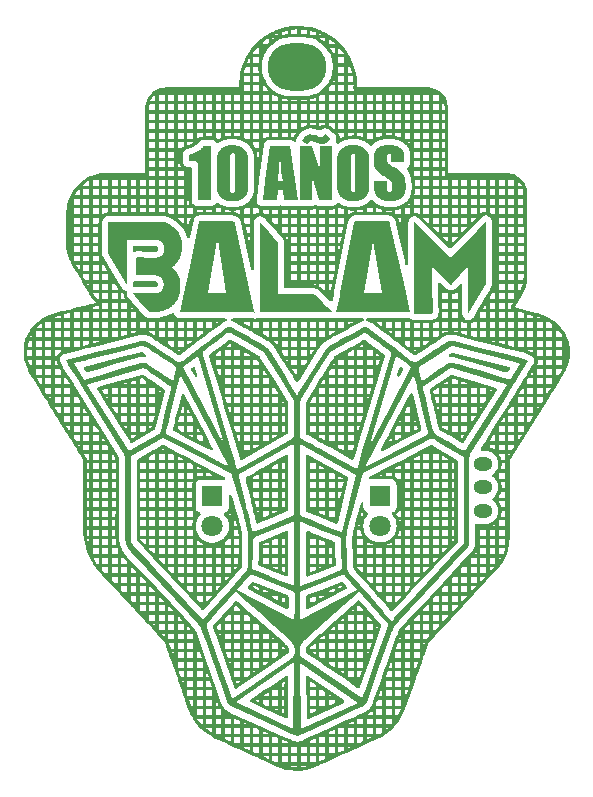
<source format=gbr>
%TF.GenerationSoftware,KiCad,Pcbnew,8.0.1*%
%TF.CreationDate,2024-05-14T10:47:47-06:00*%
%TF.ProjectId,Badge Balam,42616467-6520-4426-916c-616d2e6b6963,rev?*%
%TF.SameCoordinates,Original*%
%TF.FileFunction,Copper,L1,Top*%
%TF.FilePolarity,Positive*%
%FSLAX46Y46*%
G04 Gerber Fmt 4.6, Leading zero omitted, Abs format (unit mm)*
G04 Created by KiCad (PCBNEW 8.0.1) date 2024-05-14 10:47:47*
%MOMM*%
%LPD*%
G01*
G04 APERTURE LIST*
%TA.AperFunction,EtchedComponent*%
%ADD10C,0.000000*%
%TD*%
%TA.AperFunction,ComponentPad*%
%ADD11R,1.800000X1.800000*%
%TD*%
%TA.AperFunction,ComponentPad*%
%ADD12C,1.800000*%
%TD*%
%TA.AperFunction,ComponentPad*%
%ADD13O,5.000000X4.000000*%
%TD*%
%TA.AperFunction,ComponentPad*%
%ADD14O,1.608000X1.208000*%
%TD*%
G04 APERTURE END LIST*
D10*
%TA.AperFunction,EtchedComponent*%
%TO.C,G\u002A\u002A\u002A*%
G36*
X152320680Y-57776160D02*
G01*
X152320680Y-55715585D01*
X153312550Y-55715585D01*
X153312550Y-60287267D01*
X152271783Y-60287267D01*
X151653612Y-58209230D01*
X151653612Y-60287267D01*
X150658250Y-60287267D01*
X150658250Y-55715585D01*
X151653612Y-55715585D01*
X152320680Y-57776160D01*
G37*
%TD.AperFunction*%
%TA.AperFunction,EtchedComponent*%
G36*
X150459179Y-60287267D02*
G01*
X149243789Y-60287267D01*
X149180924Y-59466530D01*
X148754838Y-59466530D01*
X148684988Y-60287268D01*
X147455628Y-60287268D01*
X147672430Y-58656270D01*
X148737375Y-58656270D01*
X149145998Y-58656270D01*
X149100924Y-58245137D01*
X149055194Y-57787511D01*
X149009463Y-57284045D01*
X148964388Y-56735395D01*
X148881768Y-57348383D01*
X148816830Y-57872640D01*
X148768917Y-58308493D01*
X148737375Y-58656270D01*
X147672430Y-58656270D01*
X148063324Y-55715585D01*
X149778141Y-55715585D01*
X150459179Y-60287267D01*
G37*
%TD.AperFunction*%
%TA.AperFunction,EtchedComponent*%
G36*
X144887090Y-62093716D02*
G01*
X144917870Y-62096226D01*
X144932321Y-62098126D01*
X144946163Y-62100464D01*
X144959412Y-62103246D01*
X144972078Y-62106478D01*
X144984177Y-62110165D01*
X144995722Y-62114313D01*
X145006725Y-62118928D01*
X145017201Y-62124016D01*
X145027163Y-62129582D01*
X145036624Y-62135632D01*
X145045598Y-62142171D01*
X145054098Y-62149207D01*
X145062137Y-62156744D01*
X145069729Y-62164788D01*
X145076888Y-62173344D01*
X145083627Y-62182420D01*
X145089959Y-62192019D01*
X145095898Y-62202149D01*
X145101457Y-62212815D01*
X145106649Y-62224023D01*
X145111488Y-62235778D01*
X145115988Y-62248086D01*
X145124023Y-62274384D01*
X145130861Y-62302964D01*
X145136608Y-62333872D01*
X146596474Y-68952160D01*
X146638657Y-69162638D01*
X146682476Y-69373443D01*
X146729570Y-69590142D01*
X146781575Y-69818300D01*
X146767605Y-69804330D01*
X140474120Y-69804330D01*
X140828036Y-68117451D01*
X142842037Y-68117451D01*
X144399691Y-68117451D01*
X143676744Y-63695947D01*
X143620863Y-63695947D01*
X142842037Y-68117451D01*
X140828036Y-68117451D01*
X141283071Y-65948610D01*
X142105119Y-62092890D01*
X144853716Y-62092890D01*
X144887090Y-62093716D01*
G37*
%TD.AperFunction*%
%TA.AperFunction,EtchedComponent*%
G36*
X166357034Y-62602797D02*
G01*
X166398947Y-67366566D01*
X164883203Y-69933553D01*
X164883203Y-65864791D01*
X163451279Y-67422445D01*
X163454768Y-67422447D01*
X163412858Y-67436416D01*
X161809801Y-65920671D01*
X161809801Y-67282747D01*
X161851713Y-69762421D01*
X161851333Y-69780877D01*
X161850144Y-69798254D01*
X161848076Y-69814535D01*
X161846689Y-69822261D01*
X161845055Y-69829707D01*
X161843166Y-69836871D01*
X161841012Y-69843753D01*
X161838584Y-69850349D01*
X161835874Y-69856658D01*
X161832872Y-69862677D01*
X161829569Y-69868406D01*
X161825957Y-69873842D01*
X161822026Y-69878984D01*
X161817768Y-69883828D01*
X161813174Y-69888374D01*
X161808234Y-69892619D01*
X161802940Y-69896562D01*
X161797283Y-69900200D01*
X161791253Y-69903532D01*
X161784843Y-69906556D01*
X161778042Y-69909270D01*
X161770842Y-69911671D01*
X161763235Y-69913759D01*
X161755210Y-69915531D01*
X161746759Y-69916985D01*
X161737874Y-69918119D01*
X161728545Y-69918931D01*
X161718763Y-69919420D01*
X161708519Y-69919584D01*
X160304536Y-69919584D01*
X160304536Y-62166235D01*
X163381427Y-65155815D01*
X164863992Y-63633521D01*
X165607239Y-62869591D01*
X166357034Y-62092892D01*
X166357034Y-62602797D01*
G37*
%TD.AperFunction*%
%TA.AperFunction,EtchedComponent*%
G36*
X143121436Y-55715585D02*
G01*
X143121436Y-60287267D01*
X141979388Y-60287267D01*
X141979388Y-57835533D01*
X141978024Y-57597170D01*
X141973713Y-57411194D01*
X141970350Y-57337851D01*
X141966128Y-57277606D01*
X141961005Y-57230457D01*
X141954942Y-57196405D01*
X141951339Y-57183473D01*
X141947076Y-57170873D01*
X141942149Y-57158611D01*
X141936551Y-57146692D01*
X141930278Y-57135120D01*
X141923325Y-57123902D01*
X141915685Y-57113041D01*
X141907356Y-57102544D01*
X141898330Y-57092415D01*
X141888604Y-57082660D01*
X141878172Y-57073283D01*
X141867028Y-57064290D01*
X141855168Y-57055686D01*
X141842587Y-57047476D01*
X141829280Y-57039665D01*
X141815241Y-57032258D01*
X141799730Y-57025299D01*
X141782014Y-57018827D01*
X141762099Y-57012835D01*
X141739989Y-57007319D01*
X141715689Y-57002274D01*
X141689204Y-56997694D01*
X141660540Y-56993575D01*
X141629702Y-56989911D01*
X141596695Y-56986698D01*
X141561523Y-56983929D01*
X141524193Y-56981600D01*
X141484709Y-56979707D01*
X141399299Y-56977203D01*
X141305336Y-56976378D01*
X141193576Y-56976378D01*
X141193576Y-56442025D01*
X141295486Y-56418287D01*
X141394285Y-56391602D01*
X141489974Y-56361971D01*
X141582553Y-56329392D01*
X141672021Y-56293867D01*
X141758379Y-56255395D01*
X141841626Y-56213976D01*
X141921762Y-56169610D01*
X141998788Y-56122298D01*
X142072704Y-56072039D01*
X142143509Y-56018832D01*
X142211203Y-55962680D01*
X142275787Y-55903580D01*
X142337260Y-55841534D01*
X142395623Y-55776540D01*
X142450876Y-55708600D01*
X143121435Y-55708600D01*
X143121436Y-55715585D01*
G37*
%TD.AperFunction*%
%TA.AperFunction,EtchedComponent*%
G36*
X147251589Y-62176764D02*
G01*
X147268936Y-62192392D01*
X147290170Y-62212071D01*
X147313533Y-62234534D01*
X147325463Y-62246412D01*
X147337265Y-62258511D01*
X147348718Y-62270671D01*
X147359604Y-62282733D01*
X147369703Y-62294540D01*
X147378793Y-62305932D01*
X147708561Y-62659330D01*
X148036692Y-63016656D01*
X148361549Y-63376602D01*
X148681495Y-63737857D01*
X148691802Y-63751628D01*
X148701741Y-63766657D01*
X148711270Y-63782811D01*
X148720349Y-63799958D01*
X148728937Y-63817965D01*
X148736993Y-63836698D01*
X148744476Y-63856024D01*
X148751345Y-63875811D01*
X148757559Y-63895925D01*
X148763078Y-63916234D01*
X148767859Y-63936604D01*
X148771863Y-63956902D01*
X148775049Y-63976996D01*
X148777375Y-63996752D01*
X148778801Y-64016038D01*
X148779285Y-64034720D01*
X148779285Y-68229211D01*
X151629164Y-68229211D01*
X151650308Y-68229856D01*
X151671770Y-68231755D01*
X151693456Y-68234851D01*
X151715276Y-68239088D01*
X151737136Y-68244410D01*
X151758946Y-68250759D01*
X151780612Y-68258081D01*
X151802042Y-68266319D01*
X151823146Y-68275416D01*
X151843830Y-68285316D01*
X151864002Y-68295963D01*
X151883571Y-68307301D01*
X151902443Y-68319273D01*
X151920528Y-68331824D01*
X151937733Y-68344896D01*
X151953966Y-68358433D01*
X152283734Y-68672049D01*
X152611866Y-68991886D01*
X152936723Y-69313687D01*
X153256670Y-69633196D01*
X153264379Y-69641062D01*
X153271848Y-69648974D01*
X153286411Y-69665120D01*
X153316479Y-69699991D01*
X153333376Y-69719452D01*
X153352441Y-69740755D01*
X153363005Y-69752212D01*
X153374372Y-69764268D01*
X153386629Y-69776968D01*
X153399864Y-69790359D01*
X147235600Y-69790359D01*
X147235600Y-62162740D01*
X147251589Y-62176764D01*
G37*
%TD.AperFunction*%
%TA.AperFunction,EtchedComponent*%
G36*
X158030625Y-62079334D02*
G01*
X158050083Y-62080561D01*
X158068377Y-62082574D01*
X158085546Y-62085344D01*
X158101634Y-62088847D01*
X158116682Y-62093054D01*
X158130730Y-62097939D01*
X158143821Y-62103475D01*
X158155996Y-62109636D01*
X158167298Y-62116393D01*
X158177766Y-62123721D01*
X158187443Y-62131593D01*
X158196371Y-62139981D01*
X158204591Y-62148859D01*
X158212145Y-62158200D01*
X158219074Y-62167978D01*
X158225420Y-62178164D01*
X158231224Y-62188733D01*
X158236527Y-62199658D01*
X158241373Y-62210911D01*
X158249854Y-62234296D01*
X158257000Y-62258674D01*
X158263144Y-62283829D01*
X158268617Y-62309547D01*
X158278883Y-62361811D01*
X158919320Y-65197285D01*
X159567615Y-68030139D01*
X159761449Y-68898025D01*
X159965759Y-69786865D01*
X159965762Y-69790359D01*
X153700218Y-69790359D01*
X153771704Y-69431286D01*
X153839917Y-69076143D01*
X153969139Y-68372404D01*
X154005378Y-68190793D01*
X156008758Y-68190793D01*
X157552443Y-68190793D01*
X156829495Y-63769289D01*
X156787586Y-63769289D01*
X156008758Y-68190793D01*
X154005378Y-68190793D01*
X155188020Y-62264022D01*
X155193601Y-62236044D01*
X155199924Y-62210945D01*
X155203391Y-62199430D01*
X155207075Y-62188579D01*
X155210989Y-62178374D01*
X155215142Y-62168796D01*
X155219546Y-62159828D01*
X155224212Y-62151449D01*
X155229150Y-62143642D01*
X155234371Y-62136388D01*
X155239887Y-62129669D01*
X155245708Y-62123466D01*
X155251844Y-62117761D01*
X155258307Y-62112534D01*
X155265108Y-62107768D01*
X155272258Y-62103444D01*
X155279766Y-62099543D01*
X155287646Y-62096047D01*
X155295906Y-62092937D01*
X155304558Y-62090195D01*
X155313613Y-62087802D01*
X155323082Y-62085740D01*
X155343305Y-62082533D01*
X155365313Y-62080426D01*
X155389194Y-62079271D01*
X155415034Y-62078919D01*
X158009959Y-62078919D01*
X158030625Y-62079334D01*
G37*
%TD.AperFunction*%
%TA.AperFunction,EtchedComponent*%
G36*
X153179835Y-55034547D02*
G01*
X153163258Y-55069868D01*
X153146267Y-55103797D01*
X153128857Y-55136335D01*
X153111022Y-55167481D01*
X153092757Y-55197235D01*
X153074057Y-55225598D01*
X153054918Y-55252570D01*
X153035333Y-55278149D01*
X153015298Y-55302338D01*
X152994808Y-55325134D01*
X152973857Y-55346540D01*
X152952440Y-55366553D01*
X152930554Y-55385175D01*
X152908191Y-55402406D01*
X152885347Y-55418245D01*
X152862018Y-55432692D01*
X152838608Y-55446610D01*
X152815530Y-55459555D01*
X152792791Y-55471538D01*
X152770394Y-55482570D01*
X152748345Y-55492660D01*
X152726649Y-55501819D01*
X152705311Y-55510058D01*
X152684337Y-55517386D01*
X152663730Y-55523813D01*
X152643498Y-55529350D01*
X152623643Y-55534007D01*
X152604173Y-55537795D01*
X152585091Y-55540723D01*
X152566404Y-55542802D01*
X152548115Y-55544041D01*
X152530230Y-55544452D01*
X152505222Y-55544084D01*
X152479964Y-55542979D01*
X152454450Y-55541137D01*
X152428675Y-55538559D01*
X152402634Y-55535244D01*
X152376321Y-55531192D01*
X152349733Y-55526403D01*
X152322863Y-55520878D01*
X152295707Y-55514616D01*
X152268259Y-55507617D01*
X152240514Y-55499882D01*
X152212468Y-55491410D01*
X152184114Y-55482201D01*
X152155449Y-55472256D01*
X152126466Y-55461574D01*
X152097161Y-55450155D01*
X151887610Y-55369827D01*
X151839322Y-55350332D01*
X151794022Y-55333702D01*
X151751750Y-55319855D01*
X151712549Y-55308709D01*
X151676457Y-55300182D01*
X151659591Y-55296875D01*
X151643517Y-55294193D01*
X151628242Y-55292124D01*
X151613769Y-55290660D01*
X151600105Y-55289788D01*
X151587255Y-55289500D01*
X151574229Y-55289776D01*
X151561347Y-55290605D01*
X151548608Y-55291986D01*
X151536013Y-55293920D01*
X151523561Y-55296406D01*
X151511251Y-55299445D01*
X151499086Y-55303037D01*
X151487063Y-55307181D01*
X151475184Y-55311877D01*
X151463448Y-55317126D01*
X151451855Y-55322928D01*
X151440406Y-55329282D01*
X151429099Y-55336188D01*
X151417936Y-55343647D01*
X151406916Y-55351659D01*
X151396040Y-55360223D01*
X151374717Y-55379009D01*
X151353966Y-55400005D01*
X151333789Y-55423211D01*
X151314184Y-55448627D01*
X151295153Y-55476253D01*
X151276694Y-55506089D01*
X151258809Y-55538136D01*
X151241496Y-55572392D01*
X150794457Y-55275530D01*
X150833420Y-55209515D01*
X150873032Y-55147685D01*
X150913288Y-55090051D01*
X150954184Y-55036621D01*
X150995715Y-54987407D01*
X151037875Y-54942419D01*
X151080658Y-54901667D01*
X151124061Y-54865161D01*
X151168078Y-54832912D01*
X151212704Y-54804929D01*
X151257933Y-54781223D01*
X151303761Y-54761805D01*
X151350183Y-54746684D01*
X151397192Y-54735870D01*
X151444785Y-54729375D01*
X151492957Y-54727207D01*
X151518619Y-54727575D01*
X151544533Y-54728674D01*
X151570702Y-54730500D01*
X151597132Y-54733046D01*
X151623828Y-54736310D01*
X151650795Y-54740284D01*
X151678038Y-54744964D01*
X151705563Y-54750345D01*
X151733374Y-54756422D01*
X151761477Y-54763190D01*
X151789877Y-54770643D01*
X151818578Y-54778776D01*
X151876907Y-54797064D01*
X151936504Y-54818012D01*
X152111129Y-54884370D01*
X152164001Y-54903865D01*
X152212576Y-54920495D01*
X152256812Y-54934343D01*
X152296669Y-54945489D01*
X152332106Y-54954015D01*
X152363081Y-54960004D01*
X152389555Y-54963538D01*
X152401091Y-54964409D01*
X152411485Y-54964697D01*
X152440300Y-54963714D01*
X152454220Y-54962484D01*
X152467816Y-54960762D01*
X152481089Y-54958545D01*
X152494042Y-54955834D01*
X152506675Y-54952628D01*
X152518989Y-54948927D01*
X152530986Y-54944729D01*
X152542667Y-54940034D01*
X152554034Y-54934842D01*
X152565087Y-54929152D01*
X152575828Y-54922963D01*
X152586259Y-54916274D01*
X152596379Y-54909085D01*
X152606192Y-54901396D01*
X152615698Y-54893205D01*
X152624898Y-54884512D01*
X152633793Y-54875317D01*
X152642386Y-54865618D01*
X152650677Y-54855416D01*
X152658667Y-54844708D01*
X152666357Y-54833496D01*
X152673750Y-54821778D01*
X152687647Y-54796821D01*
X152700367Y-54769834D01*
X152711921Y-54740810D01*
X152722318Y-54709745D01*
X153179835Y-55034547D01*
G37*
%TD.AperFunction*%
%TA.AperFunction,EtchedComponent*%
G36*
X138926206Y-62114163D02*
G01*
X139005750Y-62122874D01*
X139085097Y-62136331D01*
X139164100Y-62154377D01*
X139242609Y-62176859D01*
X139320475Y-62203622D01*
X139397550Y-62234510D01*
X139473684Y-62269370D01*
X139548728Y-62308047D01*
X139622534Y-62350385D01*
X139694952Y-62396230D01*
X139765833Y-62445428D01*
X139902389Y-62553260D01*
X140031010Y-62672645D01*
X140150505Y-62802343D01*
X140259680Y-62941117D01*
X140357345Y-63087729D01*
X140401488Y-63163587D01*
X140442307Y-63240940D01*
X140479651Y-63319634D01*
X140513374Y-63399513D01*
X140543324Y-63480423D01*
X140569353Y-63562209D01*
X140591313Y-63644717D01*
X140609054Y-63727791D01*
X140622427Y-63811277D01*
X140631284Y-63895020D01*
X140638719Y-64048052D01*
X140638705Y-64198076D01*
X140631161Y-64345112D01*
X140616004Y-64489181D01*
X140593153Y-64630304D01*
X140562525Y-64768499D01*
X140524040Y-64903789D01*
X140477614Y-65036194D01*
X140423166Y-65165734D01*
X140360615Y-65292429D01*
X140289878Y-65416300D01*
X140210874Y-65537368D01*
X140123521Y-65655652D01*
X140027736Y-65771174D01*
X139923439Y-65883954D01*
X139815786Y-65988904D01*
X139871836Y-66035141D01*
X139943044Y-66099573D01*
X140010158Y-66166327D01*
X140073139Y-66235378D01*
X140131945Y-66306700D01*
X140186536Y-66380269D01*
X140236870Y-66456057D01*
X140282907Y-66534041D01*
X140324606Y-66614194D01*
X140361925Y-66696490D01*
X140394824Y-66780904D01*
X140423262Y-66867411D01*
X140447198Y-66955985D01*
X140466591Y-67046600D01*
X140481400Y-67139230D01*
X140491584Y-67233851D01*
X140498678Y-67375978D01*
X140501023Y-67512982D01*
X140498700Y-67644958D01*
X140491789Y-67772002D01*
X140480371Y-67894209D01*
X140464526Y-68011674D01*
X140444335Y-68124493D01*
X140419879Y-68232760D01*
X140391238Y-68336571D01*
X140358492Y-68436021D01*
X140321723Y-68531206D01*
X140281011Y-68622221D01*
X140236436Y-68709161D01*
X140188079Y-68792121D01*
X140136021Y-68871197D01*
X140080342Y-68946485D01*
X140021123Y-69018078D01*
X139958444Y-69086073D01*
X139892386Y-69150565D01*
X139823029Y-69211648D01*
X139750455Y-69269420D01*
X139674743Y-69323974D01*
X139595975Y-69375406D01*
X139514230Y-69423811D01*
X139429589Y-69469285D01*
X139342134Y-69511922D01*
X139159100Y-69589070D01*
X138965773Y-69656017D01*
X138762797Y-69713525D01*
X138686357Y-69729160D01*
X138597230Y-69744303D01*
X138497462Y-69758464D01*
X138389099Y-69771152D01*
X138274187Y-69781875D01*
X138154774Y-69790142D01*
X138032905Y-69795463D01*
X137910626Y-69797345D01*
X137720749Y-69604671D01*
X137533654Y-69409132D01*
X137349507Y-69210810D01*
X137168470Y-69009787D01*
X136990707Y-68806144D01*
X136816382Y-68599964D01*
X136645659Y-68391328D01*
X136478701Y-68180318D01*
X137924596Y-68180318D01*
X137983382Y-68180891D01*
X138041922Y-68182283D01*
X138158594Y-68185557D01*
X138216888Y-68186457D01*
X138275265Y-68186212D01*
X138333805Y-68184329D01*
X138392591Y-68180318D01*
X138479818Y-68167341D01*
X138521087Y-68158973D01*
X138560804Y-68149350D01*
X138598975Y-68138468D01*
X138635610Y-68126324D01*
X138670714Y-68112917D01*
X138704297Y-68098244D01*
X138736365Y-68082303D01*
X138766926Y-68065089D01*
X138795989Y-68046602D01*
X138823560Y-68026839D01*
X138849648Y-68005797D01*
X138874259Y-67983473D01*
X138897403Y-67959865D01*
X138919086Y-67934970D01*
X138939315Y-67908786D01*
X138958100Y-67881310D01*
X138975447Y-67852540D01*
X138991364Y-67822473D01*
X139005859Y-67791107D01*
X139018939Y-67758438D01*
X139030612Y-67724465D01*
X139040887Y-67689185D01*
X139049769Y-67652595D01*
X139057268Y-67614693D01*
X139063390Y-67575477D01*
X139068144Y-67534942D01*
X139073578Y-67449912D01*
X139073629Y-67359581D01*
X139071495Y-67322558D01*
X139067732Y-67286163D01*
X139062367Y-67250434D01*
X139055429Y-67215406D01*
X139046947Y-67181115D01*
X139036947Y-67147596D01*
X139025459Y-67114885D01*
X139012510Y-67083018D01*
X138998128Y-67052032D01*
X138982343Y-67021961D01*
X138965181Y-66992842D01*
X138946671Y-66964710D01*
X138926841Y-66937601D01*
X138905719Y-66911552D01*
X138883334Y-66886597D01*
X138859713Y-66862773D01*
X138834885Y-66840115D01*
X138808877Y-66818660D01*
X138781719Y-66798442D01*
X138753437Y-66779499D01*
X138724061Y-66761865D01*
X138693618Y-66745576D01*
X138662136Y-66730669D01*
X138629644Y-66717179D01*
X138596170Y-66705142D01*
X138561742Y-66694594D01*
X138526388Y-66685570D01*
X138490136Y-66678107D01*
X138453014Y-66672240D01*
X138415050Y-66668005D01*
X138376273Y-66665437D01*
X138336711Y-66664574D01*
X138197434Y-66660562D01*
X138057420Y-66658680D01*
X137776165Y-66659335D01*
X137215619Y-66664574D01*
X136719684Y-66664574D01*
X136719684Y-65330438D01*
X136717890Y-65302303D01*
X136717780Y-65276761D01*
X136718371Y-65264930D01*
X136719400Y-65253706D01*
X136720872Y-65243077D01*
X136722794Y-65233030D01*
X136725171Y-65223550D01*
X136728010Y-65214625D01*
X136731315Y-65206241D01*
X136735093Y-65198385D01*
X136739349Y-65191042D01*
X136744089Y-65184201D01*
X136749319Y-65177846D01*
X136755045Y-65171966D01*
X136761272Y-65166546D01*
X136768006Y-65161573D01*
X136775253Y-65157033D01*
X136783019Y-65152914D01*
X136791309Y-65149201D01*
X136800129Y-65145882D01*
X136809486Y-65142942D01*
X136819383Y-65140369D01*
X136829829Y-65138149D01*
X136840827Y-65136269D01*
X136864506Y-65133473D01*
X136890467Y-65131874D01*
X136918756Y-65131365D01*
X137098893Y-65140588D01*
X137278047Y-65147518D01*
X137634719Y-65155813D01*
X137991391Y-65158869D01*
X138350681Y-65159305D01*
X138391553Y-65159871D01*
X138431640Y-65158961D01*
X138470913Y-65156593D01*
X138509344Y-65152784D01*
X138546906Y-65147553D01*
X138583570Y-65140918D01*
X138619308Y-65132897D01*
X138654092Y-65123507D01*
X138687894Y-65112766D01*
X138720685Y-65100693D01*
X138752438Y-65087305D01*
X138783124Y-65072620D01*
X138812715Y-65056656D01*
X138841183Y-65039431D01*
X138868500Y-65020963D01*
X138894638Y-65001269D01*
X138919568Y-64980368D01*
X138943263Y-64958278D01*
X138965695Y-64935016D01*
X138986834Y-64910601D01*
X139006654Y-64885049D01*
X139025126Y-64858380D01*
X139042221Y-64830611D01*
X139057912Y-64801760D01*
X139072171Y-64771845D01*
X139084969Y-64740883D01*
X139096278Y-64708894D01*
X139106071Y-64675894D01*
X139114318Y-64641901D01*
X139120992Y-64606934D01*
X139126065Y-64571010D01*
X139129509Y-64534147D01*
X139131381Y-64485343D01*
X139131756Y-64437816D01*
X139130633Y-64391578D01*
X139128008Y-64346637D01*
X139123879Y-64303003D01*
X139118243Y-64260686D01*
X139111098Y-64219695D01*
X139102442Y-64180041D01*
X139092271Y-64141731D01*
X139080583Y-64104777D01*
X139067376Y-64069187D01*
X139052646Y-64034972D01*
X139036393Y-64002141D01*
X139018612Y-63970703D01*
X138999301Y-63940668D01*
X138978458Y-63912046D01*
X138956080Y-63884846D01*
X138932165Y-63859078D01*
X138906711Y-63834751D01*
X138879713Y-63811875D01*
X138851171Y-63790460D01*
X138821081Y-63770515D01*
X138789441Y-63752050D01*
X138756248Y-63735074D01*
X138721500Y-63719598D01*
X138685194Y-63705629D01*
X138647328Y-63693179D01*
X138607898Y-63682257D01*
X138566904Y-63672872D01*
X138524341Y-63665034D01*
X138480208Y-63658753D01*
X138434501Y-63654037D01*
X135968796Y-63654037D01*
X135968796Y-67453878D01*
X135951327Y-67427533D01*
X135933162Y-67400944D01*
X135895890Y-67347356D01*
X135877357Y-67320521D01*
X135859274Y-67293768D01*
X135841927Y-67267179D01*
X135825604Y-67240835D01*
X134477499Y-64974202D01*
X134446285Y-64921269D01*
X134431087Y-64894516D01*
X134416380Y-64867681D01*
X134402329Y-64840846D01*
X134389095Y-64814093D01*
X134376844Y-64787503D01*
X134365739Y-64761159D01*
X134365739Y-62337364D01*
X134363796Y-62306613D01*
X134363290Y-62278476D01*
X134364350Y-62252867D01*
X134365507Y-62240982D01*
X134367103Y-62229697D01*
X134369155Y-62219001D01*
X134371678Y-62208881D01*
X134374688Y-62199329D01*
X134378202Y-62190332D01*
X134382234Y-62181880D01*
X134386802Y-62173961D01*
X134391922Y-62166566D01*
X134397608Y-62159684D01*
X134403878Y-62153302D01*
X134410747Y-62147411D01*
X134418231Y-62142000D01*
X134426346Y-62137058D01*
X134435109Y-62132573D01*
X134444534Y-62128535D01*
X134454639Y-62124934D01*
X134465439Y-62121757D01*
X134476950Y-62118996D01*
X134489188Y-62116637D01*
X134502169Y-62114672D01*
X134515910Y-62113088D01*
X134545732Y-62111022D01*
X134578781Y-62110352D01*
X138846617Y-62110352D01*
X138926206Y-62114163D01*
G37*
%TD.AperFunction*%
%TA.AperFunction,EtchedComponent*%
G36*
X144935464Y-55628804D02*
G01*
X144981631Y-55630394D01*
X145027142Y-55633038D01*
X145071999Y-55636731D01*
X145116201Y-55641468D01*
X145159748Y-55647243D01*
X145202640Y-55654051D01*
X145244878Y-55661888D01*
X145286460Y-55670748D01*
X145327388Y-55680626D01*
X145367661Y-55691517D01*
X145407279Y-55703416D01*
X145446242Y-55716318D01*
X145484550Y-55730217D01*
X145522203Y-55745109D01*
X145559202Y-55760988D01*
X145595915Y-55777603D01*
X145631405Y-55794705D01*
X145665678Y-55812288D01*
X145698738Y-55830347D01*
X145730591Y-55848876D01*
X145761242Y-55867870D01*
X145790695Y-55887326D01*
X145818957Y-55907236D01*
X145846031Y-55927597D01*
X145871924Y-55948403D01*
X145896640Y-55969648D01*
X145920185Y-55991329D01*
X145942563Y-56013439D01*
X145963780Y-56035974D01*
X145983841Y-56058929D01*
X146002750Y-56082298D01*
X146020717Y-56106076D01*
X146037948Y-56130258D01*
X146054441Y-56154840D01*
X146070199Y-56179815D01*
X146085219Y-56205179D01*
X146099503Y-56230927D01*
X146113050Y-56257053D01*
X146125860Y-56283553D01*
X146137934Y-56310421D01*
X146149271Y-56337653D01*
X146159871Y-56365242D01*
X146169735Y-56393185D01*
X146178862Y-56421475D01*
X146187252Y-56450108D01*
X146194905Y-56479079D01*
X146201822Y-56508383D01*
X146208166Y-56538995D01*
X146214100Y-56571889D01*
X146224742Y-56644481D01*
X146233746Y-56726077D01*
X146241113Y-56816596D01*
X146246843Y-56915955D01*
X146250936Y-57024072D01*
X146253392Y-57140866D01*
X146254210Y-57266255D01*
X146257701Y-57262762D01*
X146257701Y-58788985D01*
X146256876Y-58914230D01*
X146254372Y-59030677D01*
X146250150Y-59138364D01*
X146244168Y-59237334D01*
X146236385Y-59327628D01*
X146226760Y-59409285D01*
X146215252Y-59482348D01*
X146201821Y-59546857D01*
X146194167Y-59576242D01*
X146185607Y-59605452D01*
X146176136Y-59634478D01*
X146165750Y-59663310D01*
X146154443Y-59691938D01*
X146142210Y-59720350D01*
X146129045Y-59748537D01*
X146114945Y-59776489D01*
X146099903Y-59804196D01*
X146083915Y-59831646D01*
X146066975Y-59858831D01*
X146049078Y-59885739D01*
X146030220Y-59912361D01*
X146010395Y-59938686D01*
X145989598Y-59964704D01*
X145967823Y-59990405D01*
X145945272Y-60015533D01*
X145922148Y-60039832D01*
X145898451Y-60063292D01*
X145874181Y-60085903D01*
X145849338Y-60107655D01*
X145823922Y-60128536D01*
X145797933Y-60148538D01*
X145771371Y-60167650D01*
X145744236Y-60185861D01*
X145716528Y-60203161D01*
X145688247Y-60219541D01*
X145659393Y-60234989D01*
X145629966Y-60249497D01*
X145599966Y-60263052D01*
X145569393Y-60275646D01*
X145538247Y-60287268D01*
X145506570Y-60298072D01*
X145474407Y-60308216D01*
X145441762Y-60317695D01*
X145408642Y-60326504D01*
X145375052Y-60334637D01*
X145340996Y-60342090D01*
X145306479Y-60348858D01*
X145271507Y-60354935D01*
X145236085Y-60360316D01*
X145200218Y-60364996D01*
X145163910Y-60368970D01*
X145127168Y-60372234D01*
X145089997Y-60374780D01*
X145052400Y-60376606D01*
X145014384Y-60377705D01*
X144975954Y-60378073D01*
X144875927Y-60376599D01*
X144780156Y-60372179D01*
X144688641Y-60364812D01*
X144601383Y-60354498D01*
X144518382Y-60341238D01*
X144439637Y-60325030D01*
X144365148Y-60305876D01*
X144329500Y-60295194D01*
X144294916Y-60283775D01*
X144261313Y-60271578D01*
X144228606Y-60258557D01*
X144196789Y-60244707D01*
X144165857Y-60230023D01*
X144135805Y-60214501D01*
X144106628Y-60198134D01*
X144078320Y-60180918D01*
X144050877Y-60162847D01*
X144024294Y-60143917D01*
X143998565Y-60124123D01*
X143973685Y-60103459D01*
X143949649Y-60081920D01*
X143926453Y-60059501D01*
X143904090Y-60036196D01*
X143882556Y-60012002D01*
X143861845Y-59986913D01*
X143841913Y-59961907D01*
X143822718Y-59936667D01*
X143804260Y-59911201D01*
X143786538Y-59885521D01*
X143769553Y-59859636D01*
X143753305Y-59833556D01*
X143737794Y-59807293D01*
X143723019Y-59780855D01*
X143708981Y-59754254D01*
X143695679Y-59727499D01*
X143683115Y-59700601D01*
X143671286Y-59673570D01*
X143660195Y-59646416D01*
X143649840Y-59619150D01*
X143640222Y-59591781D01*
X143631341Y-59564320D01*
X143623113Y-59535754D01*
X143615454Y-59505070D01*
X143608357Y-59472279D01*
X143601818Y-59437390D01*
X143595832Y-59400413D01*
X143590392Y-59361359D01*
X143581136Y-59277062D01*
X143574008Y-59184579D01*
X143570285Y-59110295D01*
X144707031Y-59110295D01*
X144707679Y-59204913D01*
X144709596Y-59289668D01*
X144712740Y-59364518D01*
X144717072Y-59429422D01*
X144722550Y-59484340D01*
X144729132Y-59529231D01*
X144736779Y-59564054D01*
X144740988Y-59577677D01*
X144745448Y-59588767D01*
X144747832Y-59593914D01*
X144750400Y-59598878D01*
X144753150Y-59603660D01*
X144756083Y-59608263D01*
X144759197Y-59612685D01*
X144762493Y-59616931D01*
X144765968Y-59620999D01*
X144769623Y-59624893D01*
X144773458Y-59628612D01*
X144777471Y-59632159D01*
X144781661Y-59635535D01*
X144786029Y-59638740D01*
X144790573Y-59641777D01*
X144795293Y-59644646D01*
X144800188Y-59647348D01*
X144805258Y-59649886D01*
X144810502Y-59652260D01*
X144815919Y-59654472D01*
X144821509Y-59656522D01*
X144827271Y-59658413D01*
X144833204Y-59660145D01*
X144839308Y-59661719D01*
X144845582Y-59663138D01*
X144852025Y-59664402D01*
X144858638Y-59665512D01*
X144865418Y-59666470D01*
X144872366Y-59667278D01*
X144879481Y-59667935D01*
X144894209Y-59668807D01*
X144909597Y-59669095D01*
X144924986Y-59668726D01*
X144939720Y-59667621D01*
X144953800Y-59665780D01*
X144967224Y-59663201D01*
X144979993Y-59659886D01*
X144992108Y-59655834D01*
X145003568Y-59651046D01*
X145014372Y-59645520D01*
X145024522Y-59639258D01*
X145034018Y-59632260D01*
X145042858Y-59624524D01*
X145051044Y-59616052D01*
X145058574Y-59606844D01*
X145065450Y-59596898D01*
X145071671Y-59586216D01*
X145077237Y-59574797D01*
X145082273Y-59562029D01*
X145086910Y-59547307D01*
X145091158Y-59530641D01*
X145095027Y-59512041D01*
X145098528Y-59491517D01*
X145101671Y-59469081D01*
X145104466Y-59444740D01*
X145106924Y-59418508D01*
X145109054Y-59390392D01*
X145110866Y-59360404D01*
X145113581Y-59294851D01*
X145115150Y-59221932D01*
X145115655Y-59141727D01*
X145115655Y-56875095D01*
X145115654Y-56878587D01*
X145115156Y-56791316D01*
X145113634Y-56712803D01*
X145111049Y-56642966D01*
X145107359Y-56581725D01*
X145102522Y-56528996D01*
X145096499Y-56484699D01*
X145089248Y-56448751D01*
X145085149Y-56433882D01*
X145080728Y-56421070D01*
X145078344Y-56415278D01*
X145075777Y-56409690D01*
X145073026Y-56404304D01*
X145070094Y-56399119D01*
X145066980Y-56394133D01*
X145063684Y-56389346D01*
X145060209Y-56384755D01*
X145056554Y-56380360D01*
X145052719Y-56376160D01*
X145048707Y-56372153D01*
X145044516Y-56368337D01*
X145040149Y-56364712D01*
X145035604Y-56361277D01*
X145030884Y-56358029D01*
X145025989Y-56354969D01*
X145020919Y-56352093D01*
X145015675Y-56349402D01*
X145010258Y-56346894D01*
X145004669Y-56344567D01*
X144998907Y-56342421D01*
X144992974Y-56340453D01*
X144986870Y-56338664D01*
X144980596Y-56337051D01*
X144974152Y-56335613D01*
X144967540Y-56334349D01*
X144960759Y-56333258D01*
X144953811Y-56332338D01*
X144946696Y-56331588D01*
X144931968Y-56330594D01*
X144916580Y-56330265D01*
X144901191Y-56330634D01*
X144886457Y-56331745D01*
X144872378Y-56333603D01*
X144858954Y-56336213D01*
X144846184Y-56339580D01*
X144834070Y-56343710D01*
X144822610Y-56348607D01*
X144811805Y-56354276D01*
X144801655Y-56360723D01*
X144792160Y-56367953D01*
X144783320Y-56375970D01*
X144775134Y-56384781D01*
X144767604Y-56394389D01*
X144760728Y-56404801D01*
X144754507Y-56416021D01*
X144748940Y-56428055D01*
X144743865Y-56441479D01*
X144739118Y-56456868D01*
X144734698Y-56474222D01*
X144730605Y-56493540D01*
X144726839Y-56514822D01*
X144723402Y-56538069D01*
X144720291Y-56563280D01*
X144717508Y-56590456D01*
X144715052Y-56619597D01*
X144712924Y-56650702D01*
X144709650Y-56718806D01*
X144707686Y-56794768D01*
X144707031Y-56878588D01*
X144707031Y-59110295D01*
X143570285Y-59110295D01*
X143568967Y-59083992D01*
X143565972Y-58975384D01*
X143564983Y-58858835D01*
X143564983Y-57262763D01*
X143566627Y-57110511D01*
X143571586Y-56968083D01*
X143579901Y-56835477D01*
X143591614Y-56712694D01*
X143606764Y-56599733D01*
X143625393Y-56496596D01*
X143647542Y-56403280D01*
X143659949Y-56360306D01*
X143673252Y-56319788D01*
X143687823Y-56280988D01*
X143704036Y-56243171D01*
X143721897Y-56206336D01*
X143741410Y-56170483D01*
X143762581Y-56135613D01*
X143785414Y-56101725D01*
X143809915Y-56068819D01*
X143836089Y-56036895D01*
X143863942Y-56005954D01*
X143893477Y-55975995D01*
X143924701Y-55947018D01*
X143957618Y-55919023D01*
X143992234Y-55892011D01*
X144028553Y-55865981D01*
X144066581Y-55840933D01*
X144106323Y-55816868D01*
X144147454Y-55794030D01*
X144189644Y-55772666D01*
X144232888Y-55752775D01*
X144277182Y-55734357D01*
X144322518Y-55717413D01*
X144368894Y-55701943D01*
X144416302Y-55687945D01*
X144464739Y-55675421D01*
X144514200Y-55664371D01*
X144564678Y-55654794D01*
X144616170Y-55646690D01*
X144668669Y-55640060D01*
X144722171Y-55634903D01*
X144776671Y-55631219D01*
X144832163Y-55629009D01*
X144888643Y-55628273D01*
X144935464Y-55628804D01*
G37*
%TD.AperFunction*%
%TA.AperFunction,EtchedComponent*%
G36*
X155223194Y-55623095D02*
G01*
X155268778Y-55625362D01*
X155313317Y-55628545D01*
X155356875Y-55632649D01*
X155399511Y-55637679D01*
X155441288Y-55643640D01*
X155482267Y-55650537D01*
X155522509Y-55658376D01*
X155562076Y-55667161D01*
X155601029Y-55676897D01*
X155639429Y-55687590D01*
X155677339Y-55699245D01*
X155714818Y-55711867D01*
X155751929Y-55725461D01*
X155788734Y-55740032D01*
X155824954Y-55755545D01*
X155860274Y-55771963D01*
X155894694Y-55789292D01*
X155928214Y-55807536D01*
X155960834Y-55826701D01*
X155992553Y-55846792D01*
X156023371Y-55867815D01*
X156053289Y-55889773D01*
X156082307Y-55912673D01*
X156110425Y-55936520D01*
X156137642Y-55961318D01*
X156163958Y-55987072D01*
X156189375Y-56013789D01*
X156213891Y-56041472D01*
X156237506Y-56070127D01*
X156260221Y-56099760D01*
X156281913Y-56130046D01*
X156302464Y-56160660D01*
X156321880Y-56191602D01*
X156340165Y-56222871D01*
X156357325Y-56254467D01*
X156373364Y-56286390D01*
X156388288Y-56318641D01*
X156402102Y-56351220D01*
X156414811Y-56384126D01*
X156426420Y-56417359D01*
X156436934Y-56450920D01*
X156446359Y-56484808D01*
X156454699Y-56519024D01*
X156461960Y-56553567D01*
X156468146Y-56588437D01*
X156473263Y-56623635D01*
X156480780Y-56700913D01*
X156487559Y-56791329D01*
X156493521Y-56894924D01*
X156498582Y-57011739D01*
X156502661Y-57141814D01*
X156505676Y-57285191D01*
X156507545Y-57441910D01*
X156508187Y-57612012D01*
X156508187Y-58394333D01*
X156506222Y-58714551D01*
X156500329Y-58983692D01*
X156490507Y-59201755D01*
X156484122Y-59291632D01*
X156476756Y-59368740D01*
X156472255Y-59404552D01*
X156466619Y-59439954D01*
X156459858Y-59474947D01*
X156451981Y-59509531D01*
X156442999Y-59543706D01*
X156432922Y-59577471D01*
X156421760Y-59610827D01*
X156409525Y-59643774D01*
X156396225Y-59676312D01*
X156381871Y-59708440D01*
X156366474Y-59740159D01*
X156350043Y-59771469D01*
X156332589Y-59802369D01*
X156314123Y-59832860D01*
X156294653Y-59862942D01*
X156274191Y-59892615D01*
X156252131Y-59921672D01*
X156229170Y-59949907D01*
X156205309Y-59977312D01*
X156180548Y-60003883D01*
X156154886Y-60029616D01*
X156128324Y-60054504D01*
X156100861Y-60078543D01*
X156072498Y-60101728D01*
X156043235Y-60124053D01*
X156013071Y-60145514D01*
X155982007Y-60166105D01*
X155950043Y-60185821D01*
X155917178Y-60204657D01*
X155883412Y-60222608D01*
X155848747Y-60239669D01*
X155813180Y-60255834D01*
X155776180Y-60271060D01*
X155738515Y-60285303D01*
X155700174Y-60298563D01*
X155661148Y-60310842D01*
X155621426Y-60322138D01*
X155580998Y-60332451D01*
X155539853Y-60341783D01*
X155497983Y-60350132D01*
X155455375Y-60357499D01*
X155412021Y-60363884D01*
X155367909Y-60369286D01*
X155323030Y-60373707D01*
X155277373Y-60377144D01*
X155230929Y-60379600D01*
X155183686Y-60381073D01*
X155135635Y-60381565D01*
X155041091Y-60379757D01*
X154995507Y-60377490D01*
X154950968Y-60374307D01*
X154907410Y-60370203D01*
X154864774Y-60365173D01*
X154822997Y-60359212D01*
X154782018Y-60352315D01*
X154741776Y-60344476D01*
X154702209Y-60335691D01*
X154663256Y-60325955D01*
X154624856Y-60315262D01*
X154586946Y-60303607D01*
X154549467Y-60290985D01*
X154512356Y-60277391D01*
X154475551Y-60262820D01*
X154439331Y-60247307D01*
X154404011Y-60230889D01*
X154369591Y-60213561D01*
X154336071Y-60195316D01*
X154303452Y-60176151D01*
X154271733Y-60156060D01*
X154240914Y-60135037D01*
X154210996Y-60113079D01*
X154181978Y-60090179D01*
X154153860Y-60066332D01*
X154126643Y-60041534D01*
X154100327Y-60015780D01*
X154074910Y-59989063D01*
X154050395Y-59961380D01*
X154026779Y-59932725D01*
X154004064Y-59903092D01*
X153982372Y-59872806D01*
X153961821Y-59842192D01*
X153942405Y-59811250D01*
X153924120Y-59779982D01*
X153906960Y-59748385D01*
X153890921Y-59716462D01*
X153875997Y-59684211D01*
X153862183Y-59651632D01*
X153849474Y-59618726D01*
X153837865Y-59585493D01*
X153827351Y-59551932D01*
X153817926Y-59518044D01*
X153809586Y-59483828D01*
X153802325Y-59449285D01*
X153796139Y-59414415D01*
X153791022Y-59379217D01*
X153783505Y-59301939D01*
X153776726Y-59211523D01*
X153770764Y-59107928D01*
X153767235Y-59026475D01*
X154947039Y-59026475D01*
X154947530Y-59121264D01*
X154949003Y-59206557D01*
X154951459Y-59282355D01*
X154954897Y-59348658D01*
X154959317Y-59405466D01*
X154964719Y-59452778D01*
X154971103Y-59490595D01*
X154978470Y-59518917D01*
X154980526Y-59524719D01*
X154982765Y-59530336D01*
X154985186Y-59535769D01*
X154987787Y-59541018D01*
X154990568Y-59546083D01*
X154993526Y-59550964D01*
X154996661Y-59555660D01*
X154999970Y-59560173D01*
X155003454Y-59564501D01*
X155007111Y-59568645D01*
X155010938Y-59572604D01*
X155014936Y-59576380D01*
X155019103Y-59579971D01*
X155023437Y-59583379D01*
X155027938Y-59586602D01*
X155032604Y-59589641D01*
X155037433Y-59592495D01*
X155042425Y-59595166D01*
X155047578Y-59597652D01*
X155052890Y-59599954D01*
X155058362Y-59602072D01*
X155063990Y-59604006D01*
X155069775Y-59605756D01*
X155075715Y-59607321D01*
X155081807Y-59608703D01*
X155088053Y-59609900D01*
X155094449Y-59610913D01*
X155100994Y-59611742D01*
X155107688Y-59612386D01*
X155114530Y-59612847D01*
X155128648Y-59613215D01*
X155142806Y-59612805D01*
X155156451Y-59611571D01*
X155169565Y-59609509D01*
X155182127Y-59606612D01*
X155194115Y-59602877D01*
X155205510Y-59598297D01*
X155216291Y-59592868D01*
X155221445Y-59589833D01*
X155226437Y-59586585D01*
X155231266Y-59583121D01*
X155235929Y-59579442D01*
X155240423Y-59575547D01*
X155244746Y-59571435D01*
X155248894Y-59567105D01*
X155252866Y-59562557D01*
X155256659Y-59557791D01*
X155260271Y-59552806D01*
X155263698Y-59547600D01*
X155266939Y-59542174D01*
X155269990Y-59536526D01*
X155272850Y-59530657D01*
X155275515Y-59524565D01*
X155277983Y-59518250D01*
X155282318Y-59504947D01*
X155286164Y-59490664D01*
X155289835Y-59474013D01*
X155293323Y-59454998D01*
X155296616Y-59433624D01*
X155299704Y-59409897D01*
X155302578Y-59383822D01*
X155307639Y-59324647D01*
X155311718Y-59256141D01*
X155314733Y-59178344D01*
X155316603Y-59091298D01*
X155317244Y-58995043D01*
X155317244Y-56892558D01*
X155320736Y-56889065D01*
X155320238Y-56812776D01*
X155318717Y-56743690D01*
X155316132Y-56681807D01*
X155312442Y-56627127D01*
X155307606Y-56579651D01*
X155301583Y-56539378D01*
X155294332Y-56506309D01*
X155290234Y-56492475D01*
X155285813Y-56480442D01*
X155283449Y-56474968D01*
X155280943Y-56469677D01*
X155278293Y-56464570D01*
X155275499Y-56459644D01*
X155272563Y-56454900D01*
X155269483Y-56450337D01*
X155266260Y-56445955D01*
X155262893Y-56441752D01*
X155259384Y-56437728D01*
X155255731Y-56433883D01*
X155251935Y-56430215D01*
X155247996Y-56426725D01*
X155243913Y-56423411D01*
X155239687Y-56420273D01*
X155235318Y-56417310D01*
X155230806Y-56414521D01*
X155226150Y-56411907D01*
X155221351Y-56409466D01*
X155216409Y-56407198D01*
X155211324Y-56405101D01*
X155206095Y-56403176D01*
X155200724Y-56401422D01*
X155195208Y-56399838D01*
X155189550Y-56398423D01*
X155183749Y-56397177D01*
X155177804Y-56396100D01*
X155171716Y-56395190D01*
X155165484Y-56394446D01*
X155159110Y-56393869D01*
X155152592Y-56393458D01*
X155139127Y-56393130D01*
X155127542Y-56393416D01*
X155116357Y-56394276D01*
X155105561Y-56395708D01*
X155095143Y-56397714D01*
X155085094Y-56400292D01*
X155075403Y-56403444D01*
X155066059Y-56407168D01*
X155057054Y-56411465D01*
X155048375Y-56416336D01*
X155040014Y-56421779D01*
X155031960Y-56427796D01*
X155024203Y-56434385D01*
X155016732Y-56441547D01*
X155009537Y-56449283D01*
X155002608Y-56457591D01*
X154995935Y-56466472D01*
X154990206Y-56476706D01*
X154984810Y-56489078D01*
X154979751Y-56503599D01*
X154975035Y-56520279D01*
X154970667Y-56539128D01*
X154966651Y-56560156D01*
X154962994Y-56583374D01*
X154959700Y-56608792D01*
X154956775Y-56636420D01*
X154954222Y-56666268D01*
X154952049Y-56698347D01*
X154950259Y-56732666D01*
X154948858Y-56769237D01*
X154947851Y-56808069D01*
X154947242Y-56849172D01*
X154947039Y-56892557D01*
X154947039Y-59026475D01*
X153767235Y-59026475D01*
X153765703Y-58991113D01*
X153761624Y-58861038D01*
X153758609Y-58717661D01*
X153756740Y-58560942D01*
X153756099Y-58390840D01*
X153756099Y-57608520D01*
X153758063Y-57288301D01*
X153763956Y-57019161D01*
X153773778Y-56801098D01*
X153780163Y-56711220D01*
X153787529Y-56634112D01*
X153792030Y-56598301D01*
X153797666Y-56562898D01*
X153804428Y-56527905D01*
X153812304Y-56493321D01*
X153821286Y-56459146D01*
X153831363Y-56425381D01*
X153842525Y-56392025D01*
X153854761Y-56359078D01*
X153868061Y-56326541D01*
X153882414Y-56294412D01*
X153897812Y-56262693D01*
X153914243Y-56231384D01*
X153931697Y-56200483D01*
X153950164Y-56169992D01*
X153969634Y-56139910D01*
X153990096Y-56110237D01*
X154012156Y-56081180D01*
X154035117Y-56052945D01*
X154058977Y-56025540D01*
X154083739Y-55998969D01*
X154109400Y-55973236D01*
X154135962Y-55948348D01*
X154163424Y-55924309D01*
X154191787Y-55901124D01*
X154221050Y-55878799D01*
X154251214Y-55857338D01*
X154282278Y-55836747D01*
X154314242Y-55817031D01*
X154347107Y-55798195D01*
X154380873Y-55780244D01*
X154415538Y-55763183D01*
X154451105Y-55747018D01*
X154488105Y-55731792D01*
X154525770Y-55717550D01*
X154564111Y-55704289D01*
X154603137Y-55692011D01*
X154642859Y-55680715D01*
X154683287Y-55670401D01*
X154724432Y-55661069D01*
X154766302Y-55652720D01*
X154808910Y-55645353D01*
X154852264Y-55638968D01*
X154896376Y-55633566D01*
X154941255Y-55629146D01*
X154986912Y-55625708D01*
X155033356Y-55623252D01*
X155080599Y-55621779D01*
X155128650Y-55621287D01*
X155223194Y-55623095D01*
G37*
%TD.AperFunction*%
%TA.AperFunction,EtchedComponent*%
G36*
X158199806Y-55614875D02*
G01*
X158255946Y-55616600D01*
X158311084Y-55619482D01*
X158365209Y-55623524D01*
X158418311Y-55628733D01*
X158470380Y-55635113D01*
X158521405Y-55642671D01*
X158571376Y-55651409D01*
X158620283Y-55661335D01*
X158668115Y-55672453D01*
X158714863Y-55684768D01*
X158760517Y-55698285D01*
X158805065Y-55713010D01*
X158848498Y-55728947D01*
X158890805Y-55746102D01*
X158931976Y-55764479D01*
X158971757Y-55783756D01*
X159009890Y-55803606D01*
X159046365Y-55824029D01*
X159081173Y-55845025D01*
X159114302Y-55866594D01*
X159145743Y-55888736D01*
X159175486Y-55911451D01*
X159203520Y-55934739D01*
X159229834Y-55958599D01*
X159254420Y-55983033D01*
X159277266Y-56008040D01*
X159298362Y-56033620D01*
X159317699Y-56059773D01*
X159335265Y-56086499D01*
X159351051Y-56113797D01*
X159365046Y-56141669D01*
X159377733Y-56171095D01*
X159389602Y-56203054D01*
X159400653Y-56237540D01*
X159410885Y-56274548D01*
X159420298Y-56314073D01*
X159428893Y-56356110D01*
X159436670Y-56400654D01*
X159443628Y-56447700D01*
X159449767Y-56497242D01*
X159455088Y-56549275D01*
X159459590Y-56603795D01*
X159463274Y-56660797D01*
X159466139Y-56720274D01*
X159468185Y-56782222D01*
X159469413Y-56846637D01*
X159469823Y-56913512D01*
X159469823Y-57095122D01*
X159473320Y-57098615D01*
X158369688Y-57098615D01*
X158369688Y-56759842D01*
X158369034Y-56703526D01*
X158367069Y-56652448D01*
X158363795Y-56606609D01*
X158359210Y-56566009D01*
X158356427Y-56547673D01*
X158353317Y-56530647D01*
X158349878Y-56514931D01*
X158346113Y-56500524D01*
X158342020Y-56487427D01*
X158337599Y-56475640D01*
X158332852Y-56465163D01*
X158327776Y-56455995D01*
X158325096Y-56452117D01*
X158322293Y-56448343D01*
X158319371Y-56444674D01*
X158316330Y-56441111D01*
X158313171Y-56437655D01*
X158309895Y-56434308D01*
X158306505Y-56431071D01*
X158303001Y-56427946D01*
X158299384Y-56424933D01*
X158295656Y-56422033D01*
X158291818Y-56419249D01*
X158287871Y-56416582D01*
X158283817Y-56414031D01*
X158279657Y-56411600D01*
X158275391Y-56409289D01*
X158271023Y-56407100D01*
X158266551Y-56405033D01*
X158261979Y-56403091D01*
X158252537Y-56399583D01*
X158242706Y-56396587D01*
X158232496Y-56394112D01*
X158221918Y-56392170D01*
X158210982Y-56390770D01*
X158199698Y-56389922D01*
X158188077Y-56389637D01*
X158174569Y-56389966D01*
X158161542Y-56390954D01*
X158148985Y-56392607D01*
X158136889Y-56394931D01*
X158125243Y-56397929D01*
X158114038Y-56401609D01*
X158103262Y-56405973D01*
X158092905Y-56411029D01*
X158082958Y-56416780D01*
X158073410Y-56423232D01*
X158064250Y-56430390D01*
X158055469Y-56438260D01*
X158047057Y-56446845D01*
X158039003Y-56456152D01*
X158031296Y-56466185D01*
X158023928Y-56476950D01*
X158016969Y-56488411D01*
X158010496Y-56500531D01*
X158004505Y-56513317D01*
X157998989Y-56526773D01*
X157993944Y-56540904D01*
X157989364Y-56555715D01*
X157985245Y-56571212D01*
X157981581Y-56587400D01*
X157978367Y-56604284D01*
X157975599Y-56621868D01*
X157973270Y-56640159D01*
X157971376Y-56659160D01*
X157969912Y-56678878D01*
X157968873Y-56699317D01*
X157968253Y-56720483D01*
X157968047Y-56742380D01*
X157969030Y-56798205D01*
X157970257Y-56824767D01*
X157971976Y-56850429D01*
X157974186Y-56875190D01*
X157976888Y-56899051D01*
X157980080Y-56922012D01*
X157983763Y-56944072D01*
X157987938Y-56965231D01*
X157992604Y-56985490D01*
X157997761Y-57004849D01*
X158003409Y-57023308D01*
X158009548Y-57040866D01*
X158016178Y-57057523D01*
X158023299Y-57073280D01*
X158030912Y-57088137D01*
X158038975Y-57102748D01*
X158048756Y-57117762D01*
X158060257Y-57133176D01*
X158073477Y-57148983D01*
X158088415Y-57165179D01*
X158105073Y-57181759D01*
X158123450Y-57198718D01*
X158143545Y-57216050D01*
X158165360Y-57233750D01*
X158188893Y-57251814D01*
X158214145Y-57270236D01*
X158241117Y-57289010D01*
X158269807Y-57308133D01*
X158300216Y-57327599D01*
X158332344Y-57347402D01*
X158366191Y-57367537D01*
X158555939Y-57482783D01*
X158727065Y-57592749D01*
X158879609Y-57697394D01*
X159013613Y-57796678D01*
X159073676Y-57844297D01*
X159129118Y-57890560D01*
X159179946Y-57935462D01*
X159226165Y-57978998D01*
X159267779Y-58021163D01*
X159304794Y-58061951D01*
X159337214Y-58101359D01*
X159365046Y-58139380D01*
X159389807Y-58178793D01*
X159413007Y-58221071D01*
X159434641Y-58266215D01*
X159454705Y-58314223D01*
X159473193Y-58365096D01*
X159490100Y-58418834D01*
X159505422Y-58475437D01*
X159519152Y-58534905D01*
X159531286Y-58597238D01*
X159541819Y-58662436D01*
X159550745Y-58730499D01*
X159558060Y-58801427D01*
X159563758Y-58875219D01*
X159567835Y-58951877D01*
X159570285Y-59031400D01*
X159571102Y-59113787D01*
X159569301Y-59231652D01*
X159563899Y-59341618D01*
X159554895Y-59443644D01*
X159549042Y-59491667D01*
X159542289Y-59537689D01*
X159534636Y-59581706D01*
X159526082Y-59623713D01*
X159516627Y-59663703D01*
X159506273Y-59701673D01*
X159495017Y-59737617D01*
X159482862Y-59771530D01*
X159469806Y-59803407D01*
X159455849Y-59833242D01*
X159440623Y-59861769D01*
X159423755Y-59889722D01*
X159405240Y-59917103D01*
X159385072Y-59943911D01*
X159363246Y-59970145D01*
X159339758Y-59995807D01*
X159314602Y-60020896D01*
X159287773Y-60045412D01*
X159259267Y-60069354D01*
X159229077Y-60092724D01*
X159197198Y-60115521D01*
X159163627Y-60137744D01*
X159128356Y-60159395D01*
X159091383Y-60180473D01*
X159052700Y-60200978D01*
X159012304Y-60220910D01*
X158970679Y-60239941D01*
X158928307Y-60257745D01*
X158885177Y-60274320D01*
X158841281Y-60289668D01*
X158796606Y-60303788D01*
X158751144Y-60316681D01*
X158704884Y-60328345D01*
X158657815Y-60338781D01*
X158609928Y-60347990D01*
X158561212Y-60355971D01*
X158511657Y-60362724D01*
X158461253Y-60368249D01*
X158409989Y-60372547D01*
X158357856Y-60375616D01*
X158304842Y-60377458D01*
X158250939Y-60378072D01*
X158191880Y-60377375D01*
X158133891Y-60375282D01*
X158076977Y-60371787D01*
X158021142Y-60366885D01*
X157966392Y-60360571D01*
X157912731Y-60352840D01*
X157860165Y-60343687D01*
X157808699Y-60333106D01*
X157758338Y-60321093D01*
X157709088Y-60307642D01*
X157660953Y-60292749D01*
X157613938Y-60276408D01*
X157568049Y-60258613D01*
X157523290Y-60239361D01*
X157479667Y-60218646D01*
X157437185Y-60196462D01*
X157396137Y-60173788D01*
X157356817Y-60150295D01*
X157319237Y-60125984D01*
X157283407Y-60100855D01*
X157249336Y-60074906D01*
X157217036Y-60048140D01*
X157186515Y-60020554D01*
X157157786Y-59992151D01*
X157130857Y-59962928D01*
X157105740Y-59932887D01*
X157082443Y-59902028D01*
X157060978Y-59870350D01*
X157041355Y-59837853D01*
X157023584Y-59804538D01*
X157007676Y-59770404D01*
X156993639Y-59735452D01*
X156980952Y-59699805D01*
X156969083Y-59662280D01*
X156958033Y-59622883D01*
X156947801Y-59581618D01*
X156938387Y-59538492D01*
X156929792Y-59493508D01*
X156922016Y-59446672D01*
X156915058Y-59397989D01*
X156908918Y-59347465D01*
X156903598Y-59295104D01*
X156899095Y-59240911D01*
X156895412Y-59184892D01*
X156890500Y-59067395D01*
X156888863Y-58942654D01*
X156888863Y-58642300D01*
X157992494Y-58642300D01*
X157992494Y-59197607D01*
X157993156Y-59258992D01*
X157995168Y-59314769D01*
X157998572Y-59364899D01*
X158003408Y-59409340D01*
X158006376Y-59429414D01*
X158009718Y-59448051D01*
X158013438Y-59465245D01*
X158017542Y-59480991D01*
X158022034Y-59495284D01*
X158026921Y-59508119D01*
X158032206Y-59519491D01*
X158037896Y-59529395D01*
X158040914Y-59533907D01*
X158044075Y-59538276D01*
X158047378Y-59542502D01*
X158050822Y-59546584D01*
X158054407Y-59550523D01*
X158058131Y-59554320D01*
X158061996Y-59557972D01*
X158065999Y-59561482D01*
X158070140Y-59564848D01*
X158074419Y-59568071D01*
X158078834Y-59571151D01*
X158083386Y-59574088D01*
X158088074Y-59576881D01*
X158092896Y-59579531D01*
X158097853Y-59582038D01*
X158102943Y-59584401D01*
X158108166Y-59586622D01*
X158113522Y-59588699D01*
X158119009Y-59590633D01*
X158124628Y-59592423D01*
X158136256Y-59595575D01*
X158148401Y-59598153D01*
X158161057Y-59600159D01*
X158174220Y-59601591D01*
X158187884Y-59602451D01*
X158202045Y-59602737D01*
X158216247Y-59602369D01*
X158230039Y-59601264D01*
X158243423Y-59599422D01*
X158256397Y-59596843D01*
X158268961Y-59593528D01*
X158281117Y-59589476D01*
X158292863Y-59584688D01*
X158304200Y-59579163D01*
X158315127Y-59572901D01*
X158325646Y-59565902D01*
X158335755Y-59558167D01*
X158345455Y-59549695D01*
X158354745Y-59540486D01*
X158363627Y-59530540D01*
X158372099Y-59519858D01*
X158380162Y-59508439D01*
X158387160Y-59496324D01*
X158393743Y-59483548D01*
X158399907Y-59470108D01*
X158405646Y-59455997D01*
X158410956Y-59441211D01*
X158415831Y-59425745D01*
X158420265Y-59409593D01*
X158424255Y-59392750D01*
X158427794Y-59375212D01*
X158430878Y-59356973D01*
X158433502Y-59338027D01*
X158435660Y-59318371D01*
X158437347Y-59297998D01*
X158438559Y-59276904D01*
X158439290Y-59255084D01*
X158439534Y-59232532D01*
X158439085Y-59183175D01*
X158437740Y-59135956D01*
X158435506Y-59090886D01*
X158432386Y-59047975D01*
X158428386Y-59007233D01*
X158423511Y-58968671D01*
X158417767Y-58932298D01*
X158411158Y-58898125D01*
X158403689Y-58866162D01*
X158395366Y-58836420D01*
X158386194Y-58808908D01*
X158376178Y-58783636D01*
X158365323Y-58760616D01*
X158353633Y-58739857D01*
X158341115Y-58721370D01*
X158327774Y-58705164D01*
X158312098Y-58688832D01*
X158293886Y-58671263D01*
X158273135Y-58652444D01*
X158249847Y-58632368D01*
X158224022Y-58611022D01*
X158195659Y-58588398D01*
X158131321Y-58539271D01*
X158056833Y-58484905D01*
X157972194Y-58425219D01*
X157877406Y-58360130D01*
X157772467Y-58289557D01*
X157665892Y-58218677D01*
X157568811Y-58152749D01*
X157481225Y-58091814D01*
X157403135Y-58035914D01*
X157334540Y-57985088D01*
X157275440Y-57939379D01*
X157225836Y-57898826D01*
X157185727Y-57863472D01*
X157168211Y-57846691D01*
X157151028Y-57829092D01*
X157134182Y-57810675D01*
X157117679Y-57791439D01*
X157101524Y-57771384D01*
X157085721Y-57750511D01*
X157070277Y-57728819D01*
X157055196Y-57706309D01*
X157040483Y-57682980D01*
X157026144Y-57658833D01*
X157012183Y-57633867D01*
X156998606Y-57608083D01*
X156985418Y-57581480D01*
X156972624Y-57554058D01*
X156960229Y-57525818D01*
X156948238Y-57496759D01*
X156936819Y-57466800D01*
X156926137Y-57435859D01*
X156916192Y-57403935D01*
X156906983Y-57371029D01*
X156898511Y-57337141D01*
X156890776Y-57302271D01*
X156883778Y-57266418D01*
X156877516Y-57229583D01*
X156871991Y-57191766D01*
X156867202Y-57152966D01*
X156863151Y-57113184D01*
X156859836Y-57072420D01*
X156857257Y-57030674D01*
X156855416Y-56987945D01*
X156854311Y-56944235D01*
X156853942Y-56899541D01*
X156856064Y-56772843D01*
X156862401Y-56654739D01*
X156867137Y-56598936D01*
X156872912Y-56545312D01*
X156879720Y-56493878D01*
X156887557Y-56444644D01*
X156896417Y-56397619D01*
X156906295Y-56352815D01*
X156917186Y-56310242D01*
X156929084Y-56269909D01*
X156941986Y-56231828D01*
X156955885Y-56196008D01*
X156970776Y-56162459D01*
X156986655Y-56131192D01*
X157004296Y-56101439D01*
X157023170Y-56072433D01*
X157043282Y-56044184D01*
X157064637Y-56016703D01*
X157087240Y-55989999D01*
X157111096Y-55964084D01*
X157136212Y-55938966D01*
X157162590Y-55914657D01*
X157190238Y-55891166D01*
X157219159Y-55868504D01*
X157249359Y-55846681D01*
X157280844Y-55825707D01*
X157313617Y-55805593D01*
X157347685Y-55786348D01*
X157383053Y-55767984D01*
X157419725Y-55750509D01*
X157457542Y-55734015D01*
X157496342Y-55718586D01*
X157536123Y-55704220D01*
X157576887Y-55690918D01*
X157618634Y-55678681D01*
X157661362Y-55667508D01*
X157705073Y-55657399D01*
X157749766Y-55648354D01*
X157795442Y-55640373D01*
X157842100Y-55633456D01*
X157889739Y-55627603D01*
X157938362Y-55622815D01*
X157987966Y-55619090D01*
X158038553Y-55616430D01*
X158090121Y-55614834D01*
X158142672Y-55614302D01*
X158199806Y-55614875D01*
G37*
%TD.AperFunction*%
%TA.AperFunction,EtchedComponent*%
G36*
X144639003Y-71015176D02*
G01*
X144657288Y-71016595D01*
X144675687Y-71018867D01*
X144694222Y-71021985D01*
X144712914Y-71025945D01*
X144750851Y-71036364D01*
X144789668Y-71050077D01*
X144829534Y-71067039D01*
X144870618Y-71087204D01*
X144913088Y-71110525D01*
X145232652Y-71293717D01*
X145552216Y-71473308D01*
X145871780Y-71652244D01*
X146191344Y-71833472D01*
X146549598Y-72030199D01*
X146906870Y-72228562D01*
X147263487Y-72430199D01*
X147619776Y-72636747D01*
X147653197Y-72656620D01*
X147686597Y-72678187D01*
X147719875Y-72701339D01*
X147752928Y-72725970D01*
X147785653Y-72751972D01*
X147817948Y-72779237D01*
X147849712Y-72807659D01*
X147880841Y-72837129D01*
X147911233Y-72867541D01*
X147940786Y-72898787D01*
X147969398Y-72930759D01*
X147996966Y-72963350D01*
X148023389Y-72996453D01*
X148048562Y-73029960D01*
X148072386Y-73063764D01*
X148094756Y-73097757D01*
X148913312Y-74423161D01*
X149320133Y-75082916D01*
X149718770Y-75738087D01*
X150291539Y-76674078D01*
X150294398Y-76683665D01*
X150297713Y-76692817D01*
X150301446Y-76701590D01*
X150305564Y-76710041D01*
X150310029Y-76718225D01*
X150314807Y-76726200D01*
X150319860Y-76734021D01*
X150325155Y-76741746D01*
X150336321Y-76757128D01*
X150348019Y-76772796D01*
X150359963Y-76789202D01*
X150365938Y-76797821D01*
X150371866Y-76806794D01*
X150378916Y-76793819D01*
X150386846Y-76779938D01*
X150404609Y-76750422D01*
X150423681Y-76720169D01*
X150442590Y-76691103D01*
X150474022Y-76644227D01*
X150487119Y-76625182D01*
X151108785Y-75622835D01*
X152701363Y-73062833D01*
X152720264Y-73034726D01*
X152740265Y-73006768D01*
X152761320Y-72979025D01*
X152783382Y-72951563D01*
X152806407Y-72924450D01*
X152830347Y-72897750D01*
X152855157Y-72871532D01*
X152880790Y-72845861D01*
X152907201Y-72820803D01*
X152934344Y-72796427D01*
X152962172Y-72772797D01*
X152990640Y-72749980D01*
X153019702Y-72728044D01*
X153049310Y-72707054D01*
X153079421Y-72687077D01*
X153109986Y-72668179D01*
X153445103Y-72471454D01*
X153784476Y-72275710D01*
X154127123Y-72083241D01*
X154472062Y-71896338D01*
X154820220Y-71699885D01*
X155172308Y-71503432D01*
X155883031Y-71110525D01*
X155919150Y-71090427D01*
X155954246Y-71073342D01*
X155988441Y-71059256D01*
X156021859Y-71048152D01*
X156038314Y-71043713D01*
X156054621Y-71040015D01*
X156070795Y-71037054D01*
X156086852Y-71034830D01*
X156102806Y-71033339D01*
X156118673Y-71032581D01*
X156134469Y-71032553D01*
X156150208Y-71033254D01*
X156165907Y-71034681D01*
X156181579Y-71036832D01*
X156197242Y-71039707D01*
X156212910Y-71043302D01*
X156228598Y-71047615D01*
X156244322Y-71052646D01*
X156275938Y-71064850D01*
X156307883Y-71079898D01*
X156340277Y-71097776D01*
X156373244Y-71118467D01*
X156406907Y-71141957D01*
X158048382Y-72371317D01*
X158550647Y-72743105D01*
X159048983Y-73119150D01*
X160049584Y-73880077D01*
X160083447Y-73903559D01*
X160116998Y-73924197D01*
X160150335Y-73941929D01*
X160183554Y-73956694D01*
X160216752Y-73968430D01*
X160233374Y-73973143D01*
X160250027Y-73977076D01*
X160266724Y-73980221D01*
X160283476Y-73982571D01*
X160300296Y-73984117D01*
X160317197Y-73984852D01*
X160334189Y-73984769D01*
X160351285Y-73983860D01*
X160368498Y-73982116D01*
X160385839Y-73979532D01*
X160403322Y-73976097D01*
X160420956Y-73971806D01*
X160438756Y-73966651D01*
X160456733Y-73960623D01*
X160493267Y-73945920D01*
X160530656Y-73927635D01*
X160568996Y-73905708D01*
X160608385Y-73880077D01*
X161642162Y-73206024D01*
X161974552Y-72986651D01*
X162305303Y-72771208D01*
X162632779Y-72555764D01*
X162794778Y-72446815D01*
X162955344Y-72336392D01*
X162995302Y-72310196D01*
X163035331Y-72286603D01*
X163075503Y-72265600D01*
X163115891Y-72247169D01*
X163156564Y-72231297D01*
X163197596Y-72217967D01*
X163239057Y-72207165D01*
X163281020Y-72198874D01*
X163323556Y-72193081D01*
X163366737Y-72189768D01*
X163410633Y-72188921D01*
X163455318Y-72190525D01*
X163500862Y-72194564D01*
X163547337Y-72201023D01*
X163594814Y-72209887D01*
X163643366Y-72221139D01*
X165860667Y-72793473D01*
X168054392Y-73352709D01*
X169598077Y-73747363D01*
X169618418Y-73754477D01*
X169641624Y-73762369D01*
X169689754Y-73778358D01*
X169744761Y-73796256D01*
X169762226Y-73813719D01*
X169758732Y-73827689D01*
X169954312Y-73894045D01*
X169528226Y-74582068D01*
X169096902Y-75263106D01*
X168885824Y-75601661D01*
X168676055Y-75944144D01*
X167855318Y-77271295D01*
X165050841Y-81797573D01*
X165038808Y-81816474D01*
X165027587Y-81836475D01*
X165017175Y-81857530D01*
X165007567Y-81879592D01*
X164998756Y-81902616D01*
X164990738Y-81926556D01*
X164983509Y-81951366D01*
X164977062Y-81977000D01*
X164971393Y-82003411D01*
X164966496Y-82030553D01*
X164962366Y-82058381D01*
X164958999Y-82086849D01*
X164956390Y-82115910D01*
X164954532Y-82145518D01*
X164953421Y-82175628D01*
X164953051Y-82206193D01*
X164953051Y-89275014D01*
X164952278Y-89306133D01*
X164949975Y-89337824D01*
X164946168Y-89369925D01*
X164940882Y-89402272D01*
X164934144Y-89434700D01*
X164925978Y-89467047D01*
X164916410Y-89499147D01*
X164905467Y-89530839D01*
X164893172Y-89561958D01*
X164879553Y-89592340D01*
X164864634Y-89621821D01*
X164848441Y-89650239D01*
X164831000Y-89677429D01*
X164812336Y-89703227D01*
X164792475Y-89727470D01*
X164771442Y-89749994D01*
X161226556Y-93539356D01*
X159913374Y-94950326D01*
X159604398Y-95272891D01*
X159293457Y-95600368D01*
X158985135Y-95931119D01*
X158833388Y-96097210D01*
X158684016Y-96263506D01*
X158663390Y-96288332D01*
X158643429Y-96314284D01*
X158624143Y-96341258D01*
X158605543Y-96369154D01*
X158587639Y-96397868D01*
X158570441Y-96427299D01*
X158553959Y-96457343D01*
X158538204Y-96487899D01*
X158523185Y-96518865D01*
X158508913Y-96550137D01*
X158495399Y-96581614D01*
X158482652Y-96613193D01*
X158470682Y-96644772D01*
X158459501Y-96676249D01*
X158439542Y-96738487D01*
X157421477Y-99577889D01*
X156340548Y-102626842D01*
X156318960Y-102683588D01*
X156296026Y-102737353D01*
X156271629Y-102788262D01*
X156245651Y-102836445D01*
X156217975Y-102882029D01*
X156188482Y-102925142D01*
X156157055Y-102965912D01*
X156123577Y-103004467D01*
X156087930Y-103040934D01*
X156049996Y-103075442D01*
X156009657Y-103108119D01*
X155966797Y-103139092D01*
X155921296Y-103168490D01*
X155873038Y-103196439D01*
X155821905Y-103223069D01*
X155767779Y-103248507D01*
X155061147Y-103560704D01*
X154350259Y-103881087D01*
X152945837Y-104526764D01*
X152358879Y-104788261D01*
X151775851Y-105052380D01*
X150616341Y-105578004D01*
X150604310Y-105586611D01*
X150591799Y-105594143D01*
X150578816Y-105600673D01*
X150565373Y-105606271D01*
X150551480Y-105611010D01*
X150537147Y-105614961D01*
X150522384Y-105618196D01*
X150507201Y-105620786D01*
X150491610Y-105622804D01*
X150475619Y-105624320D01*
X150459239Y-105625406D01*
X150442481Y-105626134D01*
X150407869Y-105626803D01*
X150371866Y-105626898D01*
X150353734Y-105626694D01*
X150336006Y-105626086D01*
X150318678Y-105625079D01*
X150301743Y-105623678D01*
X150285197Y-105621889D01*
X150269035Y-105619715D01*
X150253251Y-105617163D01*
X150237841Y-105614238D01*
X150222799Y-105610944D01*
X150208121Y-105607287D01*
X150193800Y-105603272D01*
X150179833Y-105598904D01*
X150166213Y-105594188D01*
X150152937Y-105589129D01*
X150139998Y-105583733D01*
X150127391Y-105578004D01*
X149491211Y-105292385D01*
X148859614Y-105003490D01*
X147602314Y-104428971D01*
X144913088Y-103213582D01*
X144867768Y-103188510D01*
X144824746Y-103162961D01*
X144783944Y-103136789D01*
X144745285Y-103109844D01*
X144708693Y-103081979D01*
X144674091Y-103053044D01*
X144641403Y-103022891D01*
X144610551Y-102991373D01*
X144581459Y-102958340D01*
X144554050Y-102923644D01*
X144528248Y-102887137D01*
X144503975Y-102848671D01*
X144485284Y-102815438D01*
X145220428Y-102815438D01*
X150061032Y-105029684D01*
X150141109Y-99452163D01*
X150619833Y-99452163D01*
X150717623Y-105047147D01*
X155540765Y-102832905D01*
X150619833Y-99452163D01*
X150141109Y-99452163D01*
X150141360Y-99434695D01*
X145220428Y-102815438D01*
X144485284Y-102815438D01*
X144481155Y-102808097D01*
X144459712Y-102765268D01*
X144439568Y-102720033D01*
X144420646Y-102672246D01*
X144354290Y-102476666D01*
X143324438Y-99530309D01*
X142793959Y-98045178D01*
X142255296Y-96570851D01*
X142235446Y-96521907D01*
X142212731Y-96473320D01*
X142187397Y-96425122D01*
X142159689Y-96377344D01*
X142129853Y-96330017D01*
X142126491Y-96325052D01*
X142709923Y-96325052D01*
X142710939Y-96351247D01*
X142714125Y-96378435D01*
X142719439Y-96406810D01*
X142726840Y-96436566D01*
X142736287Y-96467898D01*
X142747740Y-96501000D01*
X143016607Y-97236935D01*
X143279909Y-97969595D01*
X143798982Y-99438195D01*
X144207603Y-100601196D01*
X144453825Y-101275681D01*
X144700047Y-101963267D01*
X144895627Y-102487145D01*
X144927059Y-102487145D01*
X144939615Y-102477020D01*
X144953512Y-102466399D01*
X144968453Y-102455441D01*
X144984140Y-102444304D01*
X145016569Y-102422127D01*
X145048424Y-102401138D01*
X145077333Y-102382605D01*
X145100921Y-102367796D01*
X145122640Y-102354427D01*
X146369462Y-101502256D01*
X148096939Y-100313062D01*
X149847991Y-99123865D01*
X149889472Y-99093823D01*
X149927561Y-99063776D01*
X149962387Y-99033474D01*
X149994076Y-99002665D01*
X150022757Y-98971098D01*
X150048557Y-98938524D01*
X150071606Y-98904692D01*
X150092030Y-98869350D01*
X150109957Y-98832248D01*
X150125515Y-98793136D01*
X150138833Y-98751762D01*
X150150038Y-98707876D01*
X150159258Y-98661228D01*
X150166621Y-98611566D01*
X150172254Y-98558640D01*
X150176286Y-98502199D01*
X150176289Y-98505694D01*
X150180243Y-98427478D01*
X150180248Y-98406493D01*
X150590649Y-98406493D01*
X150591700Y-98453151D01*
X150594566Y-98500922D01*
X150605860Y-98599987D01*
X150611982Y-98639582D01*
X150618657Y-98677238D01*
X150626028Y-98713063D01*
X150634237Y-98747164D01*
X150643429Y-98779647D01*
X150653746Y-98810622D01*
X150665332Y-98840195D01*
X150678330Y-98868473D01*
X150685403Y-98882160D01*
X150692883Y-98895564D01*
X150700788Y-98908699D01*
X150709135Y-98921576D01*
X150717942Y-98934211D01*
X150727228Y-98946616D01*
X150737011Y-98958806D01*
X150747307Y-98970792D01*
X150758135Y-98982589D01*
X150769514Y-98994210D01*
X150781460Y-99005669D01*
X150793992Y-99016979D01*
X150807128Y-99028154D01*
X150820885Y-99039206D01*
X150850336Y-99060998D01*
X150881769Y-99029567D01*
X154032003Y-101194915D01*
X155359153Y-102113442D01*
X155785239Y-102392847D01*
X155900492Y-102473171D01*
X156260221Y-101470825D01*
X157176128Y-98894670D01*
X158065842Y-96368282D01*
X158065840Y-96371774D01*
X158068603Y-96365323D01*
X158071003Y-96358430D01*
X158073045Y-96351125D01*
X158074734Y-96343438D01*
X158077074Y-96327034D01*
X158078063Y-96309454D01*
X158077742Y-96290933D01*
X158076153Y-96271705D01*
X158073336Y-96252007D01*
X158069332Y-96232073D01*
X158064181Y-96212140D01*
X158057926Y-96192442D01*
X158050607Y-96173214D01*
X158042265Y-96154692D01*
X158032940Y-96137112D01*
X158022674Y-96120709D01*
X158011507Y-96105717D01*
X158005599Y-96098824D01*
X157999481Y-96092372D01*
X155966846Y-93794306D01*
X155786982Y-93591305D01*
X155607119Y-93385684D01*
X155604264Y-93387360D01*
X155601587Y-93389111D01*
X155599082Y-93390926D01*
X155596745Y-93392799D01*
X155594568Y-93394720D01*
X155592547Y-93396681D01*
X155590676Y-93398675D01*
X155588948Y-93400692D01*
X155587359Y-93402724D01*
X155585902Y-93404763D01*
X155584571Y-93406801D01*
X155583362Y-93408830D01*
X155582267Y-93410840D01*
X155581282Y-93412825D01*
X155580401Y-93414774D01*
X155579617Y-93416681D01*
X155578320Y-93420333D01*
X155577346Y-93423714D01*
X155576647Y-93426757D01*
X155576179Y-93429396D01*
X155575895Y-93431564D01*
X155575750Y-93433195D01*
X155575688Y-93434580D01*
X155569379Y-93440470D01*
X155563525Y-93446340D01*
X155558091Y-93452169D01*
X155553040Y-93457936D01*
X155548338Y-93463622D01*
X155543947Y-93469205D01*
X155539833Y-93474665D01*
X155535959Y-93479982D01*
X155522153Y-93499409D01*
X155518945Y-93503703D01*
X155515762Y-93507731D01*
X155512569Y-93511473D01*
X155509329Y-93514907D01*
X155226438Y-93769478D01*
X154943546Y-94021758D01*
X154660653Y-94274691D01*
X154377759Y-94531227D01*
X152789981Y-95950928D01*
X151987416Y-96663725D01*
X151178631Y-97370629D01*
X151103977Y-97437769D01*
X151033405Y-97504530D01*
X150967152Y-97571270D01*
X150905451Y-97638349D01*
X150848540Y-97706123D01*
X150796652Y-97774951D01*
X150750023Y-97845191D01*
X150708889Y-97917202D01*
X150673485Y-97991340D01*
X150644046Y-98067965D01*
X150620807Y-98147435D01*
X150611587Y-98188349D01*
X150604005Y-98230108D01*
X150598091Y-98272757D01*
X150593874Y-98316341D01*
X150591383Y-98360905D01*
X150590649Y-98406493D01*
X150180248Y-98406493D01*
X150180259Y-98352440D01*
X150176243Y-98280317D01*
X150168103Y-98210850D01*
X150155748Y-98143777D01*
X150139085Y-98078838D01*
X150129110Y-98047087D01*
X150118023Y-98015771D01*
X150105813Y-97984858D01*
X150092468Y-97954316D01*
X150062330Y-97894211D01*
X150027516Y-97835196D01*
X149987934Y-97777010D01*
X149943492Y-97719391D01*
X149894097Y-97662080D01*
X149839658Y-97604815D01*
X149780083Y-97547335D01*
X149715279Y-97489379D01*
X149061362Y-96918135D01*
X148407773Y-96340345D01*
X147123843Y-95191313D01*
X146654538Y-94772212D01*
X146187853Y-94353112D01*
X146102198Y-94279619D01*
X146017976Y-94205880D01*
X145853010Y-94057994D01*
X145531263Y-93762878D01*
X145171535Y-93417122D01*
X144563949Y-94109401D01*
X143967495Y-94782690D01*
X142810605Y-96074915D01*
X142828067Y-96074915D01*
X142805141Y-96101877D01*
X142784793Y-96127889D01*
X142766983Y-96153143D01*
X142751669Y-96177834D01*
X142738811Y-96202157D01*
X142728368Y-96226306D01*
X142724039Y-96238376D01*
X142720298Y-96250476D01*
X142717141Y-96262629D01*
X142714561Y-96274860D01*
X142712555Y-96287194D01*
X142711117Y-96299654D01*
X142710241Y-96312265D01*
X142709923Y-96325052D01*
X142126491Y-96325052D01*
X142098134Y-96283170D01*
X142064778Y-96236834D01*
X142030030Y-96191041D01*
X141994137Y-96145821D01*
X141957343Y-96101205D01*
X141882035Y-96013906D01*
X141806074Y-95929391D01*
X141731421Y-95847904D01*
X141256441Y-95337999D01*
X140076795Y-94065310D01*
X138878485Y-92786728D01*
X137667734Y-91508146D01*
X136450761Y-90235456D01*
X136365113Y-90140982D01*
X136286177Y-90047243D01*
X136213789Y-89953915D01*
X136147787Y-89860668D01*
X136088005Y-89767175D01*
X136034280Y-89673110D01*
X135986450Y-89578144D01*
X135944349Y-89481950D01*
X135907814Y-89384201D01*
X135876682Y-89284569D01*
X135850788Y-89182728D01*
X135829969Y-89078348D01*
X135828059Y-89065466D01*
X136314554Y-89065466D01*
X136315519Y-89093354D01*
X136318346Y-89121912D01*
X136322933Y-89150992D01*
X136329178Y-89180445D01*
X136336978Y-89210123D01*
X136346232Y-89239879D01*
X136356835Y-89269562D01*
X136368687Y-89299026D01*
X136381685Y-89328121D01*
X136395727Y-89356699D01*
X136410710Y-89384613D01*
X136426532Y-89411713D01*
X136443090Y-89437851D01*
X136460283Y-89462879D01*
X136478009Y-89486649D01*
X136496163Y-89509012D01*
X137463586Y-90548031D01*
X138431008Y-91576572D01*
X142415951Y-95809484D01*
X142426433Y-95809486D01*
X142457865Y-95792021D01*
X142866486Y-95331012D01*
X144689123Y-93266941D01*
X145300755Y-93266941D01*
X150141360Y-95826944D01*
X150141360Y-95708199D01*
X150616341Y-95708199D01*
X150616537Y-95712175D01*
X150617092Y-95717415D01*
X150619070Y-95730846D01*
X150621867Y-95746815D01*
X150625073Y-95763643D01*
X150631076Y-95793165D01*
X150633804Y-95805989D01*
X155456946Y-93263449D01*
X154440628Y-92100448D01*
X154417279Y-92082957D01*
X154396591Y-92067267D01*
X154377948Y-92053542D01*
X154369202Y-92047468D01*
X154360738Y-92041946D01*
X154352478Y-92036997D01*
X154344347Y-92032642D01*
X154336266Y-92028900D01*
X154328160Y-92025793D01*
X154324073Y-92024484D01*
X154319951Y-92023341D01*
X154315785Y-92022367D01*
X154311564Y-92021564D01*
X154307279Y-92020935D01*
X154302920Y-92020483D01*
X154298479Y-92020210D01*
X154293945Y-92020118D01*
X154196155Y-92037581D01*
X153344476Y-92378318D01*
X152487885Y-92715127D01*
X150766520Y-93382194D01*
X150783981Y-93382194D01*
X150760267Y-93391383D01*
X150738824Y-93400694D01*
X150719550Y-93410251D01*
X150702344Y-93420176D01*
X150694483Y-93425315D01*
X150687101Y-93430592D01*
X150680185Y-93436023D01*
X150673721Y-93441622D01*
X150667698Y-93447406D01*
X150662101Y-93453389D01*
X150656919Y-93459587D01*
X150652139Y-93466015D01*
X150647747Y-93472689D01*
X150643732Y-93479624D01*
X150640079Y-93486835D01*
X150636777Y-93494338D01*
X150633813Y-93502147D01*
X150631174Y-93510279D01*
X150628846Y-93518748D01*
X150626818Y-93527571D01*
X150623609Y-93546336D01*
X150621443Y-93566697D01*
X150620219Y-93588778D01*
X150619833Y-93612700D01*
X150619833Y-94925882D01*
X150616341Y-94922387D01*
X150616341Y-95708199D01*
X150141360Y-95708199D01*
X150141360Y-95303068D01*
X150158822Y-95303068D01*
X150158822Y-93661596D01*
X150155330Y-93665085D01*
X150157815Y-93632552D01*
X150158673Y-93602910D01*
X150158469Y-93589103D01*
X150157832Y-93575938D01*
X150156752Y-93563384D01*
X150155221Y-93551416D01*
X150153230Y-93540005D01*
X150150769Y-93529125D01*
X150147829Y-93518747D01*
X150144403Y-93508845D01*
X150140480Y-93499390D01*
X150136052Y-93490355D01*
X150131110Y-93481713D01*
X150125644Y-93473436D01*
X150119647Y-93465496D01*
X150113108Y-93457867D01*
X150106020Y-93450520D01*
X150098373Y-93443429D01*
X150090158Y-93436565D01*
X150081366Y-93429901D01*
X150071988Y-93423410D01*
X150062015Y-93417064D01*
X150040250Y-93404698D01*
X150015999Y-93392583D01*
X149989189Y-93380498D01*
X149959750Y-93368223D01*
X148909748Y-92956114D01*
X150633802Y-92956114D01*
X150846844Y-92875786D01*
X152464307Y-92248881D01*
X154094868Y-91611501D01*
X154098491Y-91607673D01*
X154102733Y-91602823D01*
X154112604Y-91590544D01*
X154123539Y-91575645D01*
X154129111Y-91567521D01*
X154134597Y-91559110D01*
X154139877Y-91550535D01*
X154144835Y-91541920D01*
X154149354Y-91533387D01*
X154153314Y-91525058D01*
X154156599Y-91517056D01*
X154159092Y-91509505D01*
X154160004Y-91505937D01*
X154160673Y-91502527D01*
X154161086Y-91499292D01*
X154161227Y-91496245D01*
X154164714Y-91496248D01*
X154115820Y-89854775D01*
X154094866Y-89468855D01*
X154087645Y-89285074D01*
X154521153Y-89285074D01*
X154525331Y-89415717D01*
X154534931Y-89547435D01*
X154551071Y-89682306D01*
X154563200Y-89817013D01*
X154571890Y-89951392D01*
X154577716Y-90085280D01*
X154581249Y-90218513D01*
X154583064Y-90350928D01*
X154583828Y-90612646D01*
X154592175Y-90809100D01*
X154598231Y-91005553D01*
X154604943Y-91202006D01*
X154609466Y-91300233D01*
X154615259Y-91398460D01*
X154619101Y-91426152D01*
X154624064Y-91454156D01*
X154630122Y-91482374D01*
X154637249Y-91510711D01*
X154645420Y-91539067D01*
X154654609Y-91567347D01*
X154664791Y-91595454D01*
X154675940Y-91623289D01*
X154688030Y-91650756D01*
X154701035Y-91677757D01*
X154714931Y-91704195D01*
X154729692Y-91729974D01*
X154745291Y-91754996D01*
X154761704Y-91779163D01*
X154778905Y-91802379D01*
X154796868Y-91824546D01*
X154814331Y-91855977D01*
X155262461Y-92371775D01*
X155717141Y-92886264D01*
X156619952Y-93906075D01*
X157063498Y-94415979D01*
X157534113Y-94945528D01*
X157777605Y-95218980D01*
X158030919Y-95498653D01*
X158425571Y-95942199D01*
X158427158Y-95940880D01*
X158428645Y-95939544D01*
X158430037Y-95938196D01*
X158431335Y-95936838D01*
X158432545Y-95935476D01*
X158433667Y-95934112D01*
X158434707Y-95932750D01*
X158435667Y-95931395D01*
X158436550Y-95930050D01*
X158437360Y-95928720D01*
X158438099Y-95927407D01*
X158438771Y-95926116D01*
X158439379Y-95924850D01*
X158439926Y-95923614D01*
X158440416Y-95922411D01*
X158440851Y-95921246D01*
X158441572Y-95919041D01*
X158442113Y-95917030D01*
X158442501Y-95915245D01*
X158442761Y-95913715D01*
X158442919Y-95912472D01*
X158443000Y-95911546D01*
X158443034Y-95910768D01*
X158452935Y-95895138D01*
X158464126Y-95878551D01*
X158476340Y-95861279D01*
X158489310Y-95843592D01*
X158516459Y-95808060D01*
X158543445Y-95774124D01*
X158568138Y-95743953D01*
X158588411Y-95719717D01*
X158607183Y-95697725D01*
X160412805Y-93762880D01*
X164366314Y-89529969D01*
X164381618Y-89513539D01*
X164396082Y-89495774D01*
X164409687Y-89476812D01*
X164422412Y-89456791D01*
X164434237Y-89435849D01*
X164445141Y-89414124D01*
X164455103Y-89391755D01*
X164464104Y-89368879D01*
X164472123Y-89345635D01*
X164479138Y-89322160D01*
X164485131Y-89298594D01*
X164490080Y-89275073D01*
X164493965Y-89251737D01*
X164496765Y-89228722D01*
X164498460Y-89206169D01*
X164499030Y-89184213D01*
X164499030Y-85510101D01*
X164495540Y-85513598D01*
X164495540Y-82248111D01*
X164494955Y-82218256D01*
X164493153Y-82190171D01*
X164490061Y-82163744D01*
X164488009Y-82151116D01*
X164485608Y-82138861D01*
X164482850Y-82126965D01*
X164479724Y-82115412D01*
X164476221Y-82104189D01*
X164472334Y-82093282D01*
X164468054Y-82082677D01*
X164463370Y-82072359D01*
X164458274Y-82062316D01*
X164452758Y-82052532D01*
X164446812Y-82042993D01*
X164440427Y-82033686D01*
X164433594Y-82024596D01*
X164426305Y-82015710D01*
X164418550Y-82007013D01*
X164410321Y-81998491D01*
X164401609Y-81990131D01*
X164392404Y-81981917D01*
X164382697Y-81973837D01*
X164372481Y-81965875D01*
X164350481Y-81950252D01*
X164326332Y-81934937D01*
X164299963Y-81919815D01*
X163730410Y-81596486D01*
X163151364Y-81263662D01*
X162559877Y-80918395D01*
X161953000Y-80557739D01*
X161940755Y-80548937D01*
X161928867Y-80540850D01*
X161917287Y-80533459D01*
X161905962Y-80526744D01*
X161894842Y-80520683D01*
X161883875Y-80515256D01*
X161873010Y-80510444D01*
X161862197Y-80506225D01*
X161851383Y-80502578D01*
X161840519Y-80499485D01*
X161829552Y-80496923D01*
X161818432Y-80494873D01*
X161807107Y-80493314D01*
X161795526Y-80492226D01*
X161783639Y-80491588D01*
X161771393Y-80491380D01*
X161759148Y-80491584D01*
X161747260Y-80492192D01*
X161735679Y-80493199D01*
X161724354Y-80494600D01*
X161713234Y-80496390D01*
X161702267Y-80498564D01*
X161691402Y-80501116D01*
X161680589Y-80504042D01*
X161669775Y-80507336D01*
X161658911Y-80510993D01*
X161647944Y-80515008D01*
X161636823Y-80519376D01*
X161613918Y-80529151D01*
X161589784Y-80540276D01*
X160497506Y-81115666D01*
X160009319Y-81372256D01*
X159546670Y-81612474D01*
X155924949Y-83421588D01*
X155009913Y-86774387D01*
X154913433Y-87151579D01*
X154864047Y-87342138D01*
X154814333Y-87528768D01*
X154692095Y-88021975D01*
X154636297Y-88270011D01*
X154588193Y-88519766D01*
X154567998Y-88645467D01*
X154550894Y-88771813D01*
X154537268Y-88898875D01*
X154527510Y-89026725D01*
X154522009Y-89155434D01*
X154521153Y-89285074D01*
X154087645Y-89285074D01*
X154087336Y-89277204D01*
X154085167Y-89180560D01*
X154084389Y-89082934D01*
X154083807Y-89056356D01*
X154082029Y-89031569D01*
X154080674Y-89019818D01*
X154079002Y-89008481D01*
X154077004Y-88997545D01*
X154074675Y-88986999D01*
X154072009Y-88976831D01*
X154068998Y-88967031D01*
X154065637Y-88957586D01*
X154061919Y-88948486D01*
X154057838Y-88939717D01*
X154053388Y-88931270D01*
X154048561Y-88923133D01*
X154043352Y-88915293D01*
X154037754Y-88907740D01*
X154031761Y-88900462D01*
X154025366Y-88893447D01*
X154018563Y-88886685D01*
X154011346Y-88880162D01*
X154003708Y-88873869D01*
X153995643Y-88867793D01*
X153987144Y-88861923D01*
X153978206Y-88856248D01*
X153968821Y-88850755D01*
X153948686Y-88840272D01*
X153926690Y-88830383D01*
X153902780Y-88820995D01*
X152858960Y-88401457D01*
X152336559Y-88187923D01*
X151817759Y-87968824D01*
X151568809Y-87869125D01*
X151316585Y-87765823D01*
X150815411Y-87560204D01*
X150802436Y-87553702D01*
X150788556Y-87547324D01*
X150774010Y-87541110D01*
X150759040Y-87535100D01*
X150743886Y-87529336D01*
X150728788Y-87523858D01*
X150699722Y-87513926D01*
X150673768Y-87505632D01*
X150652847Y-87499301D01*
X150633802Y-87493845D01*
X150633802Y-92956114D01*
X148909748Y-92956114D01*
X146613934Y-92055044D01*
X146587345Y-92046047D01*
X146562475Y-92038728D01*
X146550633Y-92035710D01*
X146539160Y-92033128D01*
X146528034Y-92030985D01*
X146517236Y-92029287D01*
X146506745Y-92028040D01*
X146496541Y-92027248D01*
X146486602Y-92026916D01*
X146476909Y-92027050D01*
X146467441Y-92027654D01*
X146458178Y-92028735D01*
X146449098Y-92030296D01*
X146440183Y-92032343D01*
X146431411Y-92034881D01*
X146422761Y-92037916D01*
X146414214Y-92041452D01*
X146405749Y-92045494D01*
X146397345Y-92050048D01*
X146388982Y-92055119D01*
X146380640Y-92060711D01*
X146372297Y-92066831D01*
X146363934Y-92073482D01*
X146355530Y-92080671D01*
X146347065Y-92088402D01*
X146338518Y-92096681D01*
X146321096Y-92114900D01*
X146303102Y-92135371D01*
X145795380Y-92714253D01*
X145547249Y-92993872D01*
X145300755Y-93266941D01*
X144689123Y-93266941D01*
X146083079Y-91688336D01*
X146092234Y-91678410D01*
X146101319Y-91667053D01*
X146110260Y-91654386D01*
X146118986Y-91640531D01*
X146127425Y-91625613D01*
X146135507Y-91609753D01*
X146143158Y-91593075D01*
X146150309Y-91575701D01*
X146156886Y-91557754D01*
X146162819Y-91539357D01*
X146168035Y-91520633D01*
X146172464Y-91501704D01*
X146176033Y-91482693D01*
X146178671Y-91463723D01*
X146180306Y-91444916D01*
X146180867Y-91426397D01*
X146182470Y-91384487D01*
X146582503Y-91384487D01*
X146583093Y-91411069D01*
X146584925Y-91435886D01*
X146588098Y-91459055D01*
X146590217Y-91470059D01*
X146592708Y-91480695D01*
X146595583Y-91490978D01*
X146598853Y-91500923D01*
X146602532Y-91510544D01*
X146606630Y-91519856D01*
X146611161Y-91528874D01*
X146616137Y-91537613D01*
X146621569Y-91546087D01*
X146627469Y-91554310D01*
X146633851Y-91562299D01*
X146640726Y-91570067D01*
X146648106Y-91577628D01*
X146656003Y-91584999D01*
X146664430Y-91592193D01*
X146673398Y-91599226D01*
X146682920Y-91606111D01*
X146693008Y-91612864D01*
X146714931Y-91626031D01*
X146739264Y-91638846D01*
X146766103Y-91651425D01*
X146795546Y-91663886D01*
X146795546Y-91646424D01*
X148091263Y-92156328D01*
X148171904Y-92192365D01*
X148253774Y-92227215D01*
X148336461Y-92261001D01*
X148419559Y-92293845D01*
X148585343Y-92357201D01*
X148747854Y-92418265D01*
X148996803Y-92507162D01*
X149249027Y-92600314D01*
X149501251Y-92696740D01*
X149750201Y-92795457D01*
X150127391Y-92942140D01*
X150127391Y-87493845D01*
X150127391Y-87462409D01*
X150123897Y-87462411D01*
X149764169Y-87609095D01*
X146778082Y-88855918D01*
X146771804Y-88860106D01*
X146764856Y-88866013D01*
X146757386Y-88873475D01*
X146749542Y-88882329D01*
X146741474Y-88892410D01*
X146733328Y-88903556D01*
X146725254Y-88915602D01*
X146717401Y-88928386D01*
X146709915Y-88941742D01*
X146702947Y-88955507D01*
X146696643Y-88969518D01*
X146691153Y-88983611D01*
X146686624Y-88997622D01*
X146683206Y-89011388D01*
X146681046Y-89024744D01*
X146680485Y-89031217D01*
X146680293Y-89037527D01*
X146659393Y-89312070D01*
X146644058Y-89588905D01*
X146638581Y-89727261D01*
X146634618Y-89865086D01*
X146632210Y-90002009D01*
X146631398Y-90137664D01*
X146582503Y-91384487D01*
X146182470Y-91384487D01*
X146226271Y-90238945D01*
X146245698Y-89671087D01*
X146261196Y-89114362D01*
X146260384Y-89017213D01*
X146257976Y-88924566D01*
X146254013Y-88836012D01*
X146248535Y-88751141D01*
X146241584Y-88669545D01*
X146233201Y-88590814D01*
X146223426Y-88514538D01*
X146212301Y-88440309D01*
X146193181Y-88341966D01*
X146172628Y-88243583D01*
X146150847Y-88145445D01*
X146128044Y-88047839D01*
X146080185Y-87855370D01*
X146030690Y-87668467D01*
X145955601Y-87359380D01*
X145917730Y-87200908D01*
X145880513Y-87039815D01*
X145884004Y-87039815D01*
X145863049Y-86969967D01*
X145860273Y-86954401D01*
X145857210Y-86939081D01*
X145853901Y-86923925D01*
X145850388Y-86908850D01*
X145835109Y-86847730D01*
X145833064Y-86839259D01*
X145830866Y-86830875D01*
X145828524Y-86822583D01*
X145826050Y-86814388D01*
X145820742Y-86798310D01*
X145815026Y-86782683D01*
X145808982Y-86767546D01*
X145802693Y-86752942D01*
X145796241Y-86738911D01*
X145789706Y-86725493D01*
X144872360Y-83636542D01*
X145450605Y-83636542D01*
X145450711Y-83651574D01*
X145451435Y-83667180D01*
X145454711Y-83700218D01*
X145460381Y-83735865D01*
X145468395Y-83774330D01*
X145714616Y-84781482D01*
X145960838Y-85775534D01*
X145991513Y-85892847D01*
X146020920Y-86011388D01*
X146077400Y-86250515D01*
X146133225Y-86489642D01*
X146191342Y-86725495D01*
X146274780Y-87032508D01*
X146353307Y-87340175D01*
X146502175Y-87954853D01*
X146617428Y-88415864D01*
X146619104Y-88414278D01*
X146620855Y-88412790D01*
X146622670Y-88411399D01*
X146624542Y-88410100D01*
X146626463Y-88408891D01*
X146628425Y-88407768D01*
X146630418Y-88406728D01*
X146632435Y-88405769D01*
X146634467Y-88404886D01*
X146636506Y-88404076D01*
X146640572Y-88402665D01*
X146644567Y-88401509D01*
X146648424Y-88400584D01*
X146652076Y-88399864D01*
X146655456Y-88399322D01*
X146658500Y-88398934D01*
X146661139Y-88398674D01*
X146664938Y-88398436D01*
X146666323Y-88398401D01*
X147553418Y-88021210D01*
X148158603Y-87764893D01*
X148767062Y-87513487D01*
X149980705Y-87018860D01*
X149980705Y-87018868D01*
X150001345Y-87009672D01*
X150020098Y-87000307D01*
X150037040Y-86990604D01*
X150052247Y-86980395D01*
X150065797Y-86969511D01*
X150071974Y-86963763D01*
X150077765Y-86957783D01*
X150083181Y-86951549D01*
X150088230Y-86945041D01*
X150092922Y-86938238D01*
X150097267Y-86931118D01*
X150101275Y-86923661D01*
X150104954Y-86915844D01*
X150108315Y-86907648D01*
X150111367Y-86899051D01*
X150116583Y-86880570D01*
X150120678Y-86860231D01*
X150123730Y-86837867D01*
X150125814Y-86813307D01*
X150127009Y-86786384D01*
X150127390Y-86756929D01*
X150127390Y-80917468D01*
X150095958Y-80917468D01*
X150080857Y-80927054D01*
X150065685Y-80936206D01*
X150035166Y-80953429D01*
X150004483Y-80969589D01*
X149973719Y-80985135D01*
X149912273Y-81016186D01*
X149881754Y-81032591D01*
X149866582Y-81041211D01*
X149851482Y-81050184D01*
X148653555Y-81724235D01*
X147919311Y-82142790D01*
X147172298Y-82560690D01*
X145667468Y-83397144D01*
X145650005Y-83379681D01*
X145617500Y-83397888D01*
X145588054Y-83415977D01*
X145561616Y-83434158D01*
X145538136Y-83452641D01*
X145527488Y-83462061D01*
X145517561Y-83471636D01*
X145508347Y-83481391D01*
X145499841Y-83491352D01*
X145492035Y-83501546D01*
X145484924Y-83511999D01*
X145478502Y-83522737D01*
X145472760Y-83533787D01*
X145467694Y-83545174D01*
X145463298Y-83556925D01*
X145459563Y-83569066D01*
X145456485Y-83581624D01*
X145454056Y-83594624D01*
X145452271Y-83608093D01*
X145451123Y-83622057D01*
X145450605Y-83636542D01*
X144872360Y-83636542D01*
X144829268Y-83491437D01*
X141794286Y-81891871D01*
X141788963Y-81886672D01*
X141783467Y-81881544D01*
X141771912Y-81871462D01*
X141759538Y-81861544D01*
X141746264Y-81851707D01*
X141732007Y-81841871D01*
X141716687Y-81831953D01*
X141700220Y-81821871D01*
X141682526Y-81811544D01*
X141116304Y-81526795D01*
X140518650Y-81215198D01*
X139171418Y-80498362D01*
X139159177Y-80489755D01*
X139147319Y-80482223D01*
X139135819Y-80475694D01*
X139124652Y-80470095D01*
X139113791Y-80465356D01*
X139103212Y-80461405D01*
X139092889Y-80458170D01*
X139082796Y-80455580D01*
X139072908Y-80453562D01*
X139063199Y-80452046D01*
X139053643Y-80450960D01*
X139044215Y-80450232D01*
X139034890Y-80449790D01*
X139025641Y-80449564D01*
X139007271Y-80449468D01*
X138995025Y-80449868D01*
X138983137Y-80451030D01*
X138971556Y-80452898D01*
X138960231Y-80455416D01*
X138949111Y-80458528D01*
X138938144Y-80462176D01*
X138927279Y-80466306D01*
X138916466Y-80470860D01*
X138905652Y-80475783D01*
X138894788Y-80481017D01*
X138872701Y-80492197D01*
X138849795Y-80503951D01*
X138825661Y-80515827D01*
X138234501Y-80866659D01*
X137645632Y-81208651D01*
X136478701Y-81877900D01*
X136527596Y-81829007D01*
X136498153Y-81844707D01*
X136471314Y-81860480D01*
X136446981Y-81876478D01*
X136425059Y-81892854D01*
X136405448Y-81909762D01*
X136388053Y-81927356D01*
X136380156Y-81936458D01*
X136372776Y-81945789D01*
X136365901Y-81955368D01*
X136359519Y-81965214D01*
X136353619Y-81975347D01*
X136348187Y-81985786D01*
X136343211Y-81996549D01*
X136338680Y-82007656D01*
X136330903Y-82030980D01*
X136324758Y-82055910D01*
X136320148Y-82082600D01*
X136316975Y-82111203D01*
X136315143Y-82141872D01*
X136314554Y-82174762D01*
X136314554Y-89065466D01*
X135828059Y-89065466D01*
X135814062Y-88971104D01*
X135802903Y-88860667D01*
X135796327Y-88746711D01*
X135794171Y-88628907D01*
X135809451Y-86605439D01*
X135811634Y-84595068D01*
X135811634Y-82349390D01*
X135810848Y-82294709D01*
X135808462Y-82240672D01*
X135804428Y-82187270D01*
X135798701Y-82134492D01*
X135791234Y-82082328D01*
X135781982Y-82030767D01*
X135770898Y-81979800D01*
X135757937Y-81929417D01*
X135743052Y-81879606D01*
X135726197Y-81830358D01*
X135707327Y-81781662D01*
X135686395Y-81733509D01*
X135663355Y-81685888D01*
X135638162Y-81638789D01*
X135610768Y-81592201D01*
X135581129Y-81546115D01*
X132069770Y-75911995D01*
X132624705Y-75911995D01*
X136132943Y-81567068D01*
X136593953Y-81305129D01*
X138727871Y-80058306D01*
X138733803Y-80055073D01*
X138739808Y-80050619D01*
X138745874Y-80044946D01*
X138751991Y-80038061D01*
X138758149Y-80029969D01*
X138764337Y-80020674D01*
X138770546Y-80010182D01*
X138776766Y-79998499D01*
X138782985Y-79985628D01*
X138789194Y-79971575D01*
X138795091Y-79957065D01*
X139283106Y-79957065D01*
X139283426Y-79969554D01*
X139284314Y-79981534D01*
X139285777Y-79993031D01*
X139287826Y-80004073D01*
X139290471Y-80014687D01*
X139293721Y-80024899D01*
X139297585Y-80034736D01*
X139302073Y-80044226D01*
X139307195Y-80053394D01*
X139312960Y-80062268D01*
X139319379Y-80070875D01*
X139326460Y-80079241D01*
X139334213Y-80087394D01*
X139342647Y-80095361D01*
X139351773Y-80103167D01*
X139361600Y-80110840D01*
X139372137Y-80118407D01*
X139383395Y-80125895D01*
X139395382Y-80133330D01*
X139421583Y-80148151D01*
X139450818Y-80163085D01*
X140931638Y-80934927D01*
X142401981Y-81706770D01*
X143484655Y-82279539D01*
X143595426Y-82340344D01*
X143707465Y-82399922D01*
X143933878Y-82517030D01*
X144160946Y-82634138D01*
X144273804Y-82693715D01*
X144385721Y-82754521D01*
X144368258Y-82754521D01*
X144612734Y-82887234D01*
X140495076Y-74997677D01*
X140492421Y-75009722D01*
X140489714Y-75021026D01*
X140484271Y-75041714D01*
X140474121Y-75077567D01*
X140469905Y-75093958D01*
X140468120Y-75102039D01*
X140466590Y-75110145D01*
X140465347Y-75118354D01*
X140464421Y-75126741D01*
X140463843Y-75135385D01*
X140463644Y-75144360D01*
X140152811Y-76422616D01*
X140156303Y-76422618D01*
X139736766Y-78113425D01*
X139523233Y-78966196D01*
X139304133Y-79817329D01*
X139295919Y-79853135D01*
X139289665Y-79886046D01*
X139287297Y-79901483D01*
X139285447Y-79916277D01*
X139284126Y-79930453D01*
X139283342Y-79944041D01*
X139283106Y-79957065D01*
X138795091Y-79957065D01*
X138795383Y-79956346D01*
X138801541Y-79939945D01*
X138807658Y-79922378D01*
X138813724Y-79903649D01*
X138819728Y-79883764D01*
X138825661Y-79862728D01*
X139220313Y-78270149D01*
X139712755Y-76286408D01*
X139717907Y-76262282D01*
X139719921Y-76250765D01*
X139721555Y-76239593D01*
X139722805Y-76228751D01*
X139723668Y-76218225D01*
X139724139Y-76207999D01*
X139724215Y-76198058D01*
X139723892Y-76188389D01*
X139723166Y-76178977D01*
X139722034Y-76169806D01*
X139720491Y-76160862D01*
X139718533Y-76152131D01*
X139716157Y-76143597D01*
X139713360Y-76135246D01*
X139710136Y-76127063D01*
X139706483Y-76119033D01*
X139702396Y-76111143D01*
X139697871Y-76103376D01*
X139692905Y-76095719D01*
X139687495Y-76088157D01*
X139681635Y-76080674D01*
X139675322Y-76073257D01*
X139668553Y-76065890D01*
X139661324Y-76058559D01*
X139653630Y-76051249D01*
X139645468Y-76043945D01*
X139636834Y-76036633D01*
X139618136Y-76021926D01*
X139597503Y-76007009D01*
X139486732Y-75927868D01*
X139374693Y-75849955D01*
X139148280Y-75696177D01*
X138921213Y-75542398D01*
X138808355Y-75464485D01*
X138696438Y-75385344D01*
X138128471Y-74992438D01*
X137840394Y-74795985D01*
X137547406Y-74599531D01*
X137530784Y-74590579D01*
X137512495Y-74582103D01*
X137492752Y-74574169D01*
X137471772Y-74566844D01*
X137449768Y-74560194D01*
X137426956Y-74554286D01*
X137403550Y-74549187D01*
X137379766Y-74544962D01*
X137355818Y-74541678D01*
X137331922Y-74539402D01*
X137308291Y-74538201D01*
X137285141Y-74538140D01*
X137262687Y-74539287D01*
X137241144Y-74541708D01*
X137220726Y-74545469D01*
X137201649Y-74550637D01*
X133345929Y-75664744D01*
X133277798Y-75683864D01*
X133209503Y-75704416D01*
X133140881Y-75726197D01*
X133071768Y-75749000D01*
X132787129Y-75846354D01*
X132804591Y-75846354D01*
X132791616Y-75849977D01*
X132777736Y-75854219D01*
X132748220Y-75864090D01*
X132717968Y-75875024D01*
X132688902Y-75886081D01*
X132662947Y-75896320D01*
X132642026Y-75904798D01*
X132624705Y-75911995D01*
X132069770Y-75911995D01*
X131889557Y-75622835D01*
X131019924Y-74211866D01*
X131013646Y-74201769D01*
X131006698Y-74190024D01*
X130991384Y-74162862D01*
X130975170Y-74132916D01*
X130961544Y-74107089D01*
X131494904Y-74107089D01*
X132347074Y-75486627D01*
X132354059Y-75486625D01*
X132371521Y-75486625D01*
X133485629Y-75158331D01*
X135325303Y-74606952D01*
X137191171Y-74058193D01*
X137200339Y-74055119D01*
X137209506Y-74052429D01*
X137218674Y-74050097D01*
X137227842Y-74048098D01*
X137237010Y-74046406D01*
X137246178Y-74044995D01*
X137255345Y-74043839D01*
X137264513Y-74042914D01*
X137282849Y-74041652D01*
X137301185Y-74041004D01*
X137319520Y-74040766D01*
X137337856Y-74040731D01*
X137362535Y-74041101D01*
X137386805Y-74042212D01*
X137410666Y-74044070D01*
X137434118Y-74046680D01*
X137457160Y-74050047D01*
X137479793Y-74054176D01*
X137502017Y-74059073D01*
X137523831Y-74064742D01*
X137545236Y-74071189D01*
X137566232Y-74078419D01*
X137586819Y-74086436D01*
X137606996Y-74095247D01*
X137626765Y-74104855D01*
X137646123Y-74115267D01*
X137665073Y-74126487D01*
X137683613Y-74138520D01*
X138469425Y-74679857D01*
X138512645Y-74705519D01*
X138555865Y-74732572D01*
X138599085Y-74760772D01*
X138642304Y-74789871D01*
X138728744Y-74849790D01*
X138815183Y-74910363D01*
X139201105Y-75170990D01*
X139392756Y-75300813D01*
X139587026Y-75434238D01*
X139866426Y-75629818D01*
X139915321Y-75416775D01*
X139961105Y-75223542D01*
X140006562Y-75036529D01*
X140030293Y-74945253D01*
X140055293Y-74855410D01*
X140082012Y-74766958D01*
X140110900Y-74679857D01*
X140093438Y-74648425D01*
X140104111Y-74616107D01*
X140108601Y-74600727D01*
X140112517Y-74585840D01*
X140115853Y-74571426D01*
X140118601Y-74557466D01*
X140120754Y-74543939D01*
X140122306Y-74530826D01*
X140123248Y-74518107D01*
X140123575Y-74505762D01*
X140123279Y-74493771D01*
X140122353Y-74482115D01*
X140120791Y-74470774D01*
X140118584Y-74459727D01*
X140115726Y-74448955D01*
X140112210Y-74438439D01*
X140108029Y-74428157D01*
X140103176Y-74418092D01*
X140097644Y-74408221D01*
X140097146Y-74407445D01*
X140729074Y-74407445D01*
X144287931Y-81228296D01*
X141975896Y-73467961D01*
X141975896Y-73467962D01*
X140729074Y-74407445D01*
X140097146Y-74407445D01*
X140091426Y-74398527D01*
X140084514Y-74388989D01*
X140076903Y-74379587D01*
X140068583Y-74370302D01*
X140059550Y-74361113D01*
X140049795Y-74352000D01*
X140039312Y-74342945D01*
X140028094Y-74333927D01*
X140016133Y-74324926D01*
X140003422Y-74315922D01*
X139989955Y-74306897D01*
X139960723Y-74288698D01*
X138829153Y-73551780D01*
X138517666Y-73342503D01*
X138202250Y-73134864D01*
X137884214Y-72930498D01*
X137564869Y-72731044D01*
X137543128Y-72719018D01*
X137519951Y-72707851D01*
X137495535Y-72697585D01*
X137470080Y-72688261D01*
X137443787Y-72679918D01*
X137416854Y-72672599D01*
X137389481Y-72666344D01*
X137361867Y-72661194D01*
X137334213Y-72657190D01*
X137306717Y-72654373D01*
X137279580Y-72652783D01*
X137253000Y-72652463D01*
X137227177Y-72653452D01*
X137202311Y-72655791D01*
X137178601Y-72659522D01*
X137156247Y-72664686D01*
X135328359Y-73118712D01*
X133513569Y-73583214D01*
X132856979Y-73747363D01*
X132733834Y-73778386D01*
X132610485Y-73810882D01*
X132362354Y-73878331D01*
X132110948Y-73945780D01*
X131983506Y-73978276D01*
X131854631Y-74009299D01*
X131494904Y-74107089D01*
X130961544Y-74107089D01*
X130959242Y-74102725D01*
X130932994Y-74051756D01*
X130922134Y-74030255D01*
X130806882Y-73817213D01*
X131494904Y-73635602D01*
X132724264Y-73324771D01*
X133314497Y-73178086D01*
X135236245Y-72694375D01*
X136210215Y-72449245D01*
X137184186Y-72210663D01*
X137215505Y-72204927D01*
X137247781Y-72200792D01*
X137280824Y-72198223D01*
X137314446Y-72197184D01*
X137348456Y-72197638D01*
X137382665Y-72199551D01*
X137416885Y-72202886D01*
X137450926Y-72207607D01*
X137484598Y-72213679D01*
X137517713Y-72221065D01*
X137550081Y-72229731D01*
X137581513Y-72239640D01*
X137611819Y-72250756D01*
X137640810Y-72263043D01*
X137668297Y-72276467D01*
X137694091Y-72290990D01*
X138273410Y-72665234D01*
X138855347Y-73045370D01*
X140006126Y-73799750D01*
X140121379Y-73880077D01*
X140160767Y-73905861D01*
X140199107Y-73928208D01*
X140236496Y-73947117D01*
X140254863Y-73955282D01*
X140273030Y-73962587D01*
X140291006Y-73969033D01*
X140308806Y-73974620D01*
X140326441Y-73979347D01*
X140343923Y-73983215D01*
X140361265Y-73986223D01*
X140378477Y-73988372D01*
X140395574Y-73989661D01*
X140412566Y-73990091D01*
X140429466Y-73989661D01*
X140446286Y-73988372D01*
X140463038Y-73986223D01*
X140479735Y-73983215D01*
X140496388Y-73979347D01*
X140513010Y-73974620D01*
X140529613Y-73969033D01*
X140546209Y-73962587D01*
X140562809Y-73955282D01*
X140579427Y-73947117D01*
X140596075Y-73938092D01*
X140612764Y-73928208D01*
X140646315Y-73905861D01*
X140680179Y-73880077D01*
X141523280Y-73241858D01*
X142369267Y-73241858D01*
X142369960Y-73264405D01*
X142372514Y-73288482D01*
X142376788Y-73314339D01*
X142382637Y-73342227D01*
X142389919Y-73372397D01*
X142398490Y-73405099D01*
X144368259Y-80016401D01*
X144958491Y-81968706D01*
X145080729Y-82363796D01*
X145142176Y-82565434D01*
X145202967Y-82771984D01*
X145300756Y-83082816D01*
X145304019Y-83079961D01*
X145307257Y-83077284D01*
X145310464Y-83074779D01*
X145313635Y-83072442D01*
X145316765Y-83070265D01*
X145319849Y-83068244D01*
X145322882Y-83066373D01*
X145325858Y-83064645D01*
X145328773Y-83063056D01*
X145331622Y-83061599D01*
X145334399Y-83060268D01*
X145337100Y-83059059D01*
X145339718Y-83057964D01*
X145342250Y-83056979D01*
X145347032Y-83055314D01*
X145351404Y-83054017D01*
X145355326Y-83053043D01*
X145358758Y-83052345D01*
X145361657Y-83051876D01*
X145363983Y-83051593D01*
X145365695Y-83051447D01*
X145367114Y-83051385D01*
X145877019Y-82771984D01*
X149200000Y-80900000D01*
X150619833Y-80900000D01*
X150619833Y-81685812D01*
X150619835Y-81689304D01*
X150619835Y-86858203D01*
X150620026Y-86862926D01*
X150620588Y-86867909D01*
X150621501Y-86873124D01*
X150622747Y-86878545D01*
X150624308Y-86884145D01*
X150626166Y-86889897D01*
X150628300Y-86895775D01*
X150630694Y-86901751D01*
X150636184Y-86913892D01*
X150642488Y-86926103D01*
X150649457Y-86938172D01*
X150656943Y-86949883D01*
X150664796Y-86961020D01*
X150672870Y-86971370D01*
X150681016Y-86980717D01*
X150685069Y-86984947D01*
X150689084Y-86988846D01*
X150693044Y-86992387D01*
X150696928Y-86995543D01*
X150700719Y-86998287D01*
X150704398Y-87000592D01*
X150707947Y-87002432D01*
X150711347Y-87003779D01*
X150714579Y-87004608D01*
X150717625Y-87004890D01*
X151428458Y-87308464D01*
X152139946Y-87605163D01*
X153588460Y-88202816D01*
X153588460Y-88185354D01*
X154147258Y-88415859D01*
X155327722Y-83526360D01*
X150619833Y-80900000D01*
X149200000Y-80900000D01*
X150012139Y-80442486D01*
X150016771Y-80438752D01*
X150021491Y-80434142D01*
X150026282Y-80428721D01*
X150031129Y-80422554D01*
X150040931Y-80408244D01*
X150050774Y-80391735D01*
X150060536Y-80373547D01*
X150070092Y-80354204D01*
X150079322Y-80334226D01*
X150088101Y-80314136D01*
X150103817Y-80275705D01*
X150116259Y-80243086D01*
X150124098Y-80221182D01*
X150617140Y-80221182D01*
X150617237Y-80235030D01*
X150617836Y-80248476D01*
X150618939Y-80261539D01*
X150620549Y-80274234D01*
X150622667Y-80286579D01*
X150625297Y-80298591D01*
X150628441Y-80310289D01*
X150632102Y-80321688D01*
X150636282Y-80332807D01*
X150640984Y-80343662D01*
X150646211Y-80354271D01*
X150651964Y-80364651D01*
X150658247Y-80374819D01*
X150665062Y-80384793D01*
X150672411Y-80394589D01*
X150680298Y-80404226D01*
X150688725Y-80413720D01*
X150697693Y-80423089D01*
X150707207Y-80432350D01*
X150727879Y-80450616D01*
X150750761Y-80468657D01*
X150775874Y-80486611D01*
X150803237Y-80504617D01*
X150832872Y-80522811D01*
X151228290Y-80734817D01*
X151625671Y-80951080D01*
X152020433Y-81170617D01*
X152407991Y-81392445D01*
X153064582Y-81752171D01*
X155442973Y-83079322D01*
X155497230Y-82897712D01*
X156134487Y-82897712D01*
X157479100Y-82192230D01*
X159424858Y-81161941D01*
X160401830Y-80650072D01*
X161383713Y-80142132D01*
X161406256Y-80126792D01*
X161425555Y-80112076D01*
X161434049Y-80104892D01*
X161441805Y-80097790D01*
X161448848Y-80090748D01*
X161455201Y-80083740D01*
X161460889Y-80076742D01*
X161465936Y-80069730D01*
X161470366Y-80062680D01*
X161474205Y-80055567D01*
X161477476Y-80048368D01*
X161480203Y-80041057D01*
X161482410Y-80033610D01*
X161484123Y-80026004D01*
X161485365Y-80018213D01*
X161486161Y-80010214D01*
X161486535Y-80001982D01*
X161486511Y-79993494D01*
X161485367Y-79975647D01*
X161482923Y-79956482D01*
X161479375Y-79935801D01*
X161474915Y-79913412D01*
X161464043Y-79862731D01*
X161331330Y-79338855D01*
X160548794Y-76169595D01*
X161020012Y-76169595D01*
X161020285Y-76187095D01*
X161021949Y-76205987D01*
X161024923Y-76226413D01*
X161029125Y-76248517D01*
X161034473Y-76272442D01*
X161256246Y-77168706D01*
X161478018Y-78078066D01*
X161921564Y-79866225D01*
X161928058Y-79881671D01*
X161935697Y-79897787D01*
X161944401Y-79914425D01*
X161954087Y-79931437D01*
X161964674Y-79948673D01*
X161976079Y-79965986D01*
X161988220Y-79983228D01*
X162001017Y-80000250D01*
X162014387Y-80016903D01*
X162028248Y-80033039D01*
X162042518Y-80048511D01*
X162057116Y-80063169D01*
X162071959Y-80076865D01*
X162086966Y-80089451D01*
X162102055Y-80100778D01*
X162117144Y-80110699D01*
X162099679Y-80110699D01*
X162192892Y-80172221D01*
X162288766Y-80233538D01*
X162386685Y-80294446D01*
X162486038Y-80354739D01*
X162686584Y-80472666D01*
X162885493Y-80585681D01*
X163115999Y-80718394D01*
X163636382Y-81023551D01*
X163899848Y-81176620D01*
X164032972Y-81251989D01*
X164167242Y-81326088D01*
X164610788Y-81570562D01*
X164610790Y-81570567D01*
X168120754Y-75926687D01*
X168119027Y-75923831D01*
X168117131Y-75921153D01*
X168115080Y-75918649D01*
X168112889Y-75916311D01*
X168110572Y-75914134D01*
X168108145Y-75912113D01*
X168105622Y-75910242D01*
X168103018Y-75908514D01*
X168100347Y-75906925D01*
X168097625Y-75905467D01*
X168094865Y-75904137D01*
X168092083Y-75902927D01*
X168089294Y-75901833D01*
X168086511Y-75900848D01*
X168081026Y-75899182D01*
X168075745Y-75897885D01*
X168070787Y-75896911D01*
X168066268Y-75896212D01*
X168062308Y-75895744D01*
X168056530Y-75895314D01*
X168054395Y-75895253D01*
X167397806Y-75699674D01*
X165442879Y-75112933D01*
X163461757Y-74536671D01*
X163430326Y-74536671D01*
X163417728Y-74536879D01*
X163404842Y-74537516D01*
X163391711Y-74538604D01*
X163378376Y-74540163D01*
X163364877Y-74542213D01*
X163351255Y-74544774D01*
X163337551Y-74547868D01*
X163323806Y-74551514D01*
X163310061Y-74555733D01*
X163296357Y-74560545D01*
X163282735Y-74565971D01*
X163269235Y-74572032D01*
X163255899Y-74578747D01*
X163242768Y-74586138D01*
X163229883Y-74594224D01*
X163217284Y-74603027D01*
X162134609Y-75339945D01*
X161633436Y-75682647D01*
X161381212Y-75855144D01*
X161132263Y-76027969D01*
X161111826Y-76039616D01*
X161093681Y-76051079D01*
X161077746Y-76062501D01*
X161070582Y-76068242D01*
X161063940Y-76074026D01*
X161057809Y-76079871D01*
X161052180Y-76085796D01*
X161047042Y-76091818D01*
X161042385Y-76097955D01*
X161038198Y-76104225D01*
X161034472Y-76110646D01*
X161031196Y-76117236D01*
X161028360Y-76124012D01*
X161025954Y-76130993D01*
X161023968Y-76138197D01*
X161022390Y-76145641D01*
X161021212Y-76153344D01*
X161020423Y-76161322D01*
X161020012Y-76169595D01*
X160548794Y-76169595D01*
X160493127Y-75944144D01*
X160297549Y-75207227D01*
X160249194Y-75013811D01*
X156134487Y-82897712D01*
X155497230Y-82897712D01*
X155997020Y-81224806D01*
X156480250Y-81224806D01*
X158135693Y-78043138D01*
X159955286Y-74564607D01*
X159955286Y-74582070D01*
X159960818Y-74569859D01*
X159965660Y-74556906D01*
X159969858Y-74543370D01*
X159973386Y-74529681D01*
X160660775Y-74529681D01*
X160680673Y-74639879D01*
X160703394Y-74750527D01*
X160728489Y-74861748D01*
X160755508Y-74973665D01*
X160873818Y-75430746D01*
X160922712Y-75612355D01*
X160954143Y-75612355D01*
X160983639Y-75594020D01*
X161011988Y-75575685D01*
X161039355Y-75557350D01*
X161065903Y-75539014D01*
X161091797Y-75520679D01*
X161117199Y-75502343D01*
X161167186Y-75465672D01*
X161229492Y-75417841D01*
X161293025Y-75371156D01*
X161357377Y-75325454D01*
X161422138Y-75280570D01*
X161551251Y-75192602D01*
X161677090Y-75105944D01*
X162367295Y-74630965D01*
X162716818Y-74391837D01*
X163070597Y-74155984D01*
X163095615Y-74141499D01*
X163122091Y-74128181D01*
X163149847Y-74116049D01*
X163178702Y-74105125D01*
X163208477Y-74095428D01*
X163238995Y-74086980D01*
X163270075Y-74079801D01*
X163301539Y-74073911D01*
X163333208Y-74069330D01*
X163364902Y-74066080D01*
X163396443Y-74064180D01*
X163427651Y-74063652D01*
X163458347Y-74064514D01*
X163488353Y-74066789D01*
X163517489Y-74070497D01*
X163545576Y-74075657D01*
X164324185Y-74286625D01*
X165070052Y-74495630D01*
X165763532Y-74695466D01*
X166384978Y-74878932D01*
X167813411Y-75322479D01*
X167844842Y-75322479D01*
X167918335Y-75341599D01*
X167992074Y-75362152D01*
X168065976Y-75383932D01*
X168139960Y-75406736D01*
X168287844Y-75454594D01*
X168435074Y-75504089D01*
X168438573Y-75497104D01*
X169290744Y-74135028D01*
X168798300Y-74002314D01*
X163549074Y-72675164D01*
X163482715Y-72675164D01*
X163470277Y-72675367D01*
X163457866Y-72675975D01*
X163445505Y-72676982D01*
X163433221Y-72678383D01*
X163421039Y-72680173D01*
X163408985Y-72682346D01*
X163397085Y-72684898D01*
X163385363Y-72687824D01*
X163373846Y-72691118D01*
X163362560Y-72694775D01*
X163351529Y-72698790D01*
X163340779Y-72703158D01*
X163330336Y-72707874D01*
X163320226Y-72712933D01*
X163310474Y-72718330D01*
X163301105Y-72724059D01*
X162057338Y-73533882D01*
X161403859Y-73962205D01*
X160727132Y-74414429D01*
X160723869Y-74416246D01*
X160720631Y-74418409D01*
X160717424Y-74420894D01*
X160714253Y-74423678D01*
X160711123Y-74426739D01*
X160708039Y-74430053D01*
X160702030Y-74437348D01*
X160696266Y-74445380D01*
X160690788Y-74453965D01*
X160685638Y-74462918D01*
X160680857Y-74472055D01*
X160676484Y-74481192D01*
X160672562Y-74490145D01*
X160669131Y-74498730D01*
X160666232Y-74506762D01*
X160663906Y-74514057D01*
X160662194Y-74520432D01*
X160661137Y-74525701D01*
X160660775Y-74529681D01*
X159973386Y-74529681D01*
X159973457Y-74529409D01*
X159976503Y-74515182D01*
X159979043Y-74500848D01*
X159981123Y-74486565D01*
X159982788Y-74472492D01*
X159984085Y-74458787D01*
X159985059Y-74445609D01*
X159986226Y-74421469D01*
X159986655Y-74401339D01*
X159986717Y-74386488D01*
X159750318Y-74202314D01*
X159507371Y-74015847D01*
X159001833Y-73632109D01*
X159005327Y-73628618D01*
X158792284Y-73464470D01*
X156480250Y-81224806D01*
X155997020Y-81224806D01*
X156197354Y-80554245D01*
X158345242Y-73370173D01*
X158327779Y-73387635D01*
X158336196Y-73361046D01*
X158343059Y-73336176D01*
X158345881Y-73324334D01*
X158348284Y-73312860D01*
X158350257Y-73301735D01*
X158351790Y-73290937D01*
X158352873Y-73280446D01*
X158353496Y-73270241D01*
X158353648Y-73260303D01*
X158353318Y-73250609D01*
X158352498Y-73241142D01*
X158351177Y-73231878D01*
X158349343Y-73222799D01*
X158346988Y-73213884D01*
X158344101Y-73205111D01*
X158340672Y-73196462D01*
X158336690Y-73187915D01*
X158332145Y-73179450D01*
X158327027Y-73171046D01*
X158321326Y-73162683D01*
X158315032Y-73154341D01*
X158308134Y-73145998D01*
X158300622Y-73137635D01*
X158292486Y-73129231D01*
X158283715Y-73120766D01*
X158274300Y-73112219D01*
X158264230Y-73103570D01*
X158253495Y-73094798D01*
X158229989Y-73076803D01*
X157712773Y-72700377D01*
X157217166Y-72333774D01*
X156739894Y-71973719D01*
X156277684Y-71616938D01*
X156268320Y-71607978D01*
X156258598Y-71599448D01*
X156248569Y-71591368D01*
X156238284Y-71583759D01*
X156227795Y-71576641D01*
X156217152Y-71570035D01*
X156206406Y-71563960D01*
X156195610Y-71558438D01*
X156184813Y-71553490D01*
X156174068Y-71549134D01*
X156163425Y-71545393D01*
X156152935Y-71542286D01*
X156142650Y-71539833D01*
X156132621Y-71538057D01*
X156122899Y-71536975D01*
X156113534Y-71536610D01*
X156104363Y-71536814D01*
X156095165Y-71537422D01*
X156085917Y-71538429D01*
X156076591Y-71539830D01*
X156067164Y-71541620D01*
X156057608Y-71543793D01*
X156047899Y-71546345D01*
X156038011Y-71549271D01*
X156027918Y-71552565D01*
X156017595Y-71556222D01*
X155996155Y-71564605D01*
X155973488Y-71574380D01*
X155949388Y-71585505D01*
X155334708Y-71928208D01*
X154720028Y-72273529D01*
X153326523Y-73059341D01*
X153308152Y-73069270D01*
X153289735Y-73080657D01*
X153271308Y-73093405D01*
X153252907Y-73107417D01*
X153234567Y-73122595D01*
X153216324Y-73138843D01*
X153198214Y-73156062D01*
X153180273Y-73174156D01*
X153162537Y-73193028D01*
X153145041Y-73212580D01*
X153127822Y-73232716D01*
X153110914Y-73253337D01*
X153094355Y-73274348D01*
X153078179Y-73295650D01*
X153047122Y-73338740D01*
X151842646Y-75285809D01*
X151276588Y-76203028D01*
X150735086Y-77096672D01*
X150722856Y-77121098D01*
X150711082Y-77145887D01*
X150699809Y-77170993D01*
X150689083Y-77196371D01*
X150678951Y-77221974D01*
X150669458Y-77247756D01*
X150660651Y-77273671D01*
X150652576Y-77299672D01*
X150645278Y-77325715D01*
X150638803Y-77351753D01*
X150633199Y-77377739D01*
X150628510Y-77403629D01*
X150624783Y-77429375D01*
X150622064Y-77454931D01*
X150620399Y-77480252D01*
X150619833Y-77505292D01*
X150619833Y-78849905D01*
X150619830Y-78849905D01*
X150619830Y-80177055D01*
X150617541Y-80206915D01*
X150617140Y-80221182D01*
X150124098Y-80221182D01*
X150127391Y-80211981D01*
X150127391Y-77487829D01*
X150127022Y-77466028D01*
X150125911Y-77443894D01*
X150124053Y-77421504D01*
X150121443Y-77398935D01*
X150118076Y-77376264D01*
X150113947Y-77353567D01*
X150109050Y-77330921D01*
X150103380Y-77308403D01*
X150096934Y-77286090D01*
X150089704Y-77264058D01*
X150081686Y-77242384D01*
X150072876Y-77221145D01*
X150063267Y-77200418D01*
X150052855Y-77180279D01*
X150041635Y-77160805D01*
X150029601Y-77142074D01*
X148821632Y-75166190D01*
X147700103Y-73352709D01*
X147684061Y-73327881D01*
X147667375Y-73303221D01*
X147650054Y-73278817D01*
X147632109Y-73254756D01*
X147613550Y-73231125D01*
X147594387Y-73208010D01*
X147574631Y-73185499D01*
X147554292Y-73163678D01*
X147533380Y-73142635D01*
X147511905Y-73122457D01*
X147489877Y-73103230D01*
X147467307Y-73085042D01*
X147444205Y-73067980D01*
X147420581Y-73052130D01*
X147396446Y-73037579D01*
X147371809Y-73024415D01*
X145960839Y-72238602D01*
X145355327Y-71901576D01*
X145058628Y-71734700D01*
X144762911Y-71564549D01*
X144753743Y-71558820D01*
X144744576Y-71553424D01*
X144735408Y-71548365D01*
X144726240Y-71543649D01*
X144717072Y-71539281D01*
X144707904Y-71535266D01*
X144698737Y-71531609D01*
X144689569Y-71528315D01*
X144680401Y-71525390D01*
X144671233Y-71522838D01*
X144662066Y-71520665D01*
X144652898Y-71518875D01*
X144643730Y-71517474D01*
X144634563Y-71516467D01*
X144625395Y-71515859D01*
X144616227Y-71515656D01*
X144607055Y-71515864D01*
X144597858Y-71516501D01*
X144588609Y-71517589D01*
X144579283Y-71519148D01*
X144569855Y-71521198D01*
X144560299Y-71523759D01*
X144550590Y-71526852D01*
X144540701Y-71530498D01*
X144530608Y-71534717D01*
X144520285Y-71539529D01*
X144509706Y-71544956D01*
X144498846Y-71551016D01*
X144487678Y-71557732D01*
X144476178Y-71565123D01*
X144464320Y-71573209D01*
X144452078Y-71582012D01*
X143512596Y-72293609D01*
X143012078Y-72668398D01*
X142499772Y-73041877D01*
X142496280Y-73045371D01*
X142470471Y-73066409D01*
X142447958Y-73086470D01*
X142428596Y-73105804D01*
X142420052Y-73115277D01*
X142412242Y-73124662D01*
X142405148Y-73133991D01*
X142398752Y-73143295D01*
X142393037Y-73152606D01*
X142387985Y-73161954D01*
X142383577Y-73171371D01*
X142379796Y-73180889D01*
X142376624Y-73190538D01*
X142374042Y-73200351D01*
X142372034Y-73210358D01*
X142370581Y-73220591D01*
X142369664Y-73231080D01*
X142369267Y-73241858D01*
X141523280Y-73241858D01*
X142304191Y-72650718D01*
X142808911Y-72278930D01*
X143311340Y-71902886D01*
X143810495Y-71523567D01*
X144305393Y-71141957D01*
X144344794Y-71113095D01*
X144383218Y-71088035D01*
X144420833Y-71066729D01*
X144457809Y-71049133D01*
X144476109Y-71041711D01*
X144494314Y-71035200D01*
X144512442Y-71029592D01*
X144530517Y-71024883D01*
X144548558Y-71021067D01*
X144566587Y-71018138D01*
X144584625Y-71016090D01*
X144602693Y-71014917D01*
X144620812Y-71014615D01*
X144639003Y-71015176D01*
G37*
%TD.AperFunction*%
%TD*%
D11*
%TO.P,D1,1,K*%
%TO.N,GNDREF*%
X143200000Y-85360000D03*
D12*
%TO.P,D1,2,A*%
%TO.N,/diode_flag*%
X143200000Y-87900000D03*
%TD*%
D11*
%TO.P,D2,1,K*%
%TO.N,GNDREF*%
X157400000Y-85325000D03*
D12*
%TO.P,D2,2,A*%
%TO.N,/diode_flag*%
X157400000Y-87865000D03*
%TD*%
D13*
%TO.P,,1*%
%TO.N,N/C*%
X150400000Y-49000000D03*
%TD*%
D14*
%TO.P,REF\u002A\u002A,1*%
%TO.N,+3V0*%
X166100000Y-82600000D03*
%TO.P,REF\u002A\u002A,2*%
%TO.N,/diode_flag*%
X166100000Y-84600000D03*
%TO.P,REF\u002A\u002A,3*%
%TO.N,N/C*%
X166100000Y-86600000D03*
%TD*%
%TA.AperFunction,NonConductor*%
G36*
X150467255Y-45538544D02*
G01*
X151456278Y-45638246D01*
X151474699Y-45641524D01*
X151938842Y-45760868D01*
X151950555Y-45764508D01*
X152398458Y-45928444D01*
X152409623Y-45933163D01*
X152835798Y-46138465D01*
X152846365Y-46144202D01*
X153248375Y-46388432D01*
X153258252Y-46395103D01*
X153633635Y-46675813D01*
X153642776Y-46683356D01*
X153989069Y-46998093D01*
X153997432Y-47006456D01*
X154312164Y-47352754D01*
X154319706Y-47361895D01*
X154600415Y-47737288D01*
X154607086Y-47747165D01*
X154851309Y-48149174D01*
X154857044Y-48159737D01*
X155062338Y-48585908D01*
X155067068Y-48597099D01*
X155230994Y-49044988D01*
X155234642Y-49056728D01*
X155354767Y-49523920D01*
X155357254Y-49536091D01*
X155431138Y-50020210D01*
X155432399Y-50032665D01*
X155457581Y-50531380D01*
X155457582Y-50543867D01*
X155447216Y-50749798D01*
X155447216Y-50749799D01*
X155447217Y-50749799D01*
X161471823Y-50749799D01*
X161493372Y-50751685D01*
X162041122Y-50848351D01*
X162076029Y-50860063D01*
X162407201Y-51029448D01*
X162431913Y-51046111D01*
X162713085Y-51289615D01*
X162732987Y-51311523D01*
X162948884Y-51615344D01*
X162963196Y-51641774D01*
X163101597Y-51993564D01*
X163109234Y-52023464D01*
X163159125Y-52419542D01*
X163160097Y-52435039D01*
X163160097Y-57962085D01*
X166213141Y-57962085D01*
X166783993Y-57962085D01*
X168053519Y-57962085D01*
X168078058Y-57964537D01*
X168737868Y-58097745D01*
X168775086Y-58111766D01*
X168893102Y-58179547D01*
X169116176Y-58307668D01*
X169139972Y-58325436D01*
X169426372Y-58598461D01*
X169445225Y-58621328D01*
X169659528Y-58955889D01*
X169672602Y-58983122D01*
X169802394Y-59367715D01*
X169808279Y-59394927D01*
X169842354Y-59732929D01*
X169842979Y-59745367D01*
X169842979Y-62347451D01*
X169881167Y-66589333D01*
X169880726Y-66600952D01*
X169829062Y-67208737D01*
X169826036Y-67227370D01*
X169736783Y-67596582D01*
X169732502Y-67610604D01*
X169599425Y-67969047D01*
X169593498Y-67982507D01*
X169416442Y-68327498D01*
X169412864Y-68333984D01*
X168802560Y-69366319D01*
X168802560Y-69366320D01*
X169015962Y-69420422D01*
X169016141Y-69420528D01*
X169016156Y-69420472D01*
X170587754Y-69821628D01*
X170591983Y-69822789D01*
X170818430Y-69889372D01*
X170822913Y-69890784D01*
X170974279Y-69941685D01*
X170978524Y-69943201D01*
X171213865Y-70032250D01*
X171223201Y-70036230D01*
X171885503Y-70351373D01*
X171903426Y-70361823D01*
X171989969Y-70422527D01*
X172193177Y-70565062D01*
X172203946Y-70573541D01*
X172471405Y-70809230D01*
X172481148Y-70818822D01*
X172721032Y-71082592D01*
X172729674Y-71093220D01*
X172850337Y-71259634D01*
X172939594Y-71382734D01*
X172947052Y-71394325D01*
X173124612Y-71707229D01*
X173130778Y-71719671D01*
X173272211Y-72050401D01*
X173278809Y-72070360D01*
X173450106Y-72787790D01*
X173453237Y-72808569D01*
X173476407Y-73166152D01*
X173476527Y-73180038D01*
X173459451Y-73540463D01*
X173458022Y-73554250D01*
X173400827Y-73910522D01*
X173397862Y-73924088D01*
X173300907Y-74272756D01*
X173296417Y-74285972D01*
X173160059Y-74623592D01*
X173154061Y-74636313D01*
X172976937Y-74962607D01*
X172973402Y-74968699D01*
X172544851Y-75661237D01*
X172544475Y-75661840D01*
X172514157Y-75710212D01*
X172513724Y-75710899D01*
X172100322Y-76360981D01*
X171898726Y-76684709D01*
X171699061Y-77011054D01*
X171698723Y-77011604D01*
X168423255Y-82303060D01*
X168423255Y-88738797D01*
X168422694Y-88750579D01*
X168350397Y-89508029D01*
X168347500Y-89525326D01*
X168260562Y-89885708D01*
X168257318Y-89896842D01*
X168136617Y-90248915D01*
X168132337Y-90259722D01*
X167979726Y-90597783D01*
X167974399Y-90608233D01*
X167791073Y-90929409D01*
X167784680Y-90939457D01*
X167571833Y-91240934D01*
X167564342Y-91250510D01*
X167320658Y-91532395D01*
X167317477Y-91535935D01*
X162438648Y-96760178D01*
X162438435Y-96760406D01*
X162402111Y-96799106D01*
X162401004Y-96800270D01*
X162384144Y-96817773D01*
X162365400Y-96837231D01*
X162312069Y-96892831D01*
X162054439Y-97161418D01*
X161796540Y-97432632D01*
X161544434Y-97702292D01*
X161544432Y-97702296D01*
X161296858Y-98389813D01*
X161296859Y-98389814D01*
X161171530Y-98738700D01*
X161171520Y-98738730D01*
X161073906Y-99010890D01*
X161045400Y-99090367D01*
X160918696Y-99444171D01*
X160918697Y-99444172D01*
X160791513Y-99799849D01*
X160791512Y-99799848D01*
X160664102Y-100156689D01*
X160664093Y-100156717D01*
X160536570Y-100514396D01*
X160478176Y-100678419D01*
X160409137Y-100872343D01*
X160409128Y-100872370D01*
X160281940Y-101230149D01*
X160256905Y-101300675D01*
X160155170Y-101587272D01*
X160029030Y-101943140D01*
X160029021Y-101943169D01*
X159903638Y-102297431D01*
X159779204Y-102649543D01*
X159655892Y-102999016D01*
X159633730Y-103061924D01*
X159534097Y-103344731D01*
X159533703Y-103345833D01*
X159519119Y-103386015D01*
X159514290Y-103397489D01*
X159128300Y-104199417D01*
X159119061Y-104215433D01*
X158879187Y-104567679D01*
X158871552Y-104577747D01*
X158597604Y-104903130D01*
X158588909Y-104912441D01*
X158283488Y-105207547D01*
X158273908Y-105215898D01*
X157937877Y-105479767D01*
X157927630Y-105487007D01*
X157561768Y-105718662D01*
X157551095Y-105724702D01*
X157153598Y-105924383D01*
X157148143Y-105926959D01*
X156530460Y-106200479D01*
X156204579Y-106346650D01*
X155866464Y-106499491D01*
X155676619Y-106585920D01*
X155525735Y-106654612D01*
X155513579Y-106660146D01*
X155145333Y-106828871D01*
X155145211Y-106828928D01*
X154759137Y-107006839D01*
X154759027Y-107006889D01*
X154354334Y-107194331D01*
X154353273Y-107194817D01*
X154286316Y-107225067D01*
X154285646Y-107225367D01*
X153606361Y-107527429D01*
X153269259Y-107680048D01*
X152933072Y-107832941D01*
X152933073Y-107832942D01*
X152440710Y-108056868D01*
X152440399Y-108057009D01*
X152106497Y-108207757D01*
X152101804Y-108209760D01*
X151477294Y-108461318D01*
X151459534Y-108466963D01*
X151094207Y-108553465D01*
X151081480Y-108555785D01*
X150716271Y-108602836D01*
X150704600Y-108603782D01*
X150347800Y-108615795D01*
X150334855Y-108615554D01*
X149759650Y-108574762D01*
X149744902Y-108572822D01*
X149396232Y-108505464D01*
X149384686Y-108502653D01*
X149045525Y-108402659D01*
X149034177Y-108398707D01*
X148703271Y-108265137D01*
X148698980Y-108263310D01*
X148526266Y-108185920D01*
X149364160Y-108185920D01*
X149460948Y-108214456D01*
X149575080Y-108236504D01*
X149575080Y-108185920D01*
X149873080Y-108185920D01*
X149873080Y-108284057D01*
X150346856Y-108317657D01*
X150375080Y-108316706D01*
X150375080Y-108185920D01*
X150673080Y-108185920D01*
X150673080Y-108306673D01*
X150686353Y-108306226D01*
X151034384Y-108261388D01*
X151175080Y-108228074D01*
X151175080Y-108185920D01*
X150673080Y-108185920D01*
X150375080Y-108185920D01*
X149873080Y-108185920D01*
X149575080Y-108185920D01*
X149364160Y-108185920D01*
X148526266Y-108185920D01*
X148315782Y-108091606D01*
X148169595Y-108026103D01*
X148169107Y-108025883D01*
X147832756Y-107873149D01*
X147832488Y-107873027D01*
X147497073Y-107719758D01*
X147496951Y-107719702D01*
X147258640Y-107610491D01*
X147162193Y-107566292D01*
X147162179Y-107566285D01*
X146768327Y-107385920D01*
X147483902Y-107385920D01*
X147620927Y-107448714D01*
X147620928Y-107448715D01*
X147956236Y-107601935D01*
X147975080Y-107610491D01*
X147975080Y-107385920D01*
X148273080Y-107385920D01*
X148273080Y-107745810D01*
X148291964Y-107754386D01*
X148589978Y-107887920D01*
X148775080Y-107887920D01*
X148775080Y-107385920D01*
X149073080Y-107385920D01*
X149073080Y-107887920D01*
X149575080Y-107887920D01*
X149575080Y-107385920D01*
X149873080Y-107385920D01*
X149873080Y-107887920D01*
X150375080Y-107887920D01*
X150375080Y-107385920D01*
X150673080Y-107385920D01*
X150673080Y-107887920D01*
X151175080Y-107887920D01*
X151175080Y-107385920D01*
X151473080Y-107385920D01*
X151473080Y-107887920D01*
X151975080Y-107887920D01*
X151975080Y-107385920D01*
X152273080Y-107385920D01*
X152273080Y-107805585D01*
X152317416Y-107785568D01*
X152775080Y-107577424D01*
X152775080Y-107385920D01*
X152273080Y-107385920D01*
X151975080Y-107385920D01*
X151473080Y-107385920D01*
X151175080Y-107385920D01*
X150673080Y-107385920D01*
X150375080Y-107385920D01*
X149873080Y-107385920D01*
X149575080Y-107385920D01*
X149073080Y-107385920D01*
X148775080Y-107385920D01*
X148273080Y-107385920D01*
X147975080Y-107385920D01*
X147483902Y-107385920D01*
X146768327Y-107385920D01*
X146505581Y-107265595D01*
X146162082Y-107109817D01*
X146162037Y-107109796D01*
X145487900Y-106804716D01*
X145487900Y-106804717D01*
X145487790Y-106804667D01*
X145154488Y-106654612D01*
X145148531Y-106651933D01*
X145001754Y-106585920D01*
X145873080Y-106585920D01*
X145873080Y-106651933D01*
X146285009Y-106838353D01*
X146285098Y-106838393D01*
X146375080Y-106879200D01*
X146375080Y-106585920D01*
X146673080Y-106585920D01*
X146673080Y-107014539D01*
X146833315Y-107087920D01*
X147175080Y-107087920D01*
X147175080Y-106585920D01*
X147473080Y-106585920D01*
X147473080Y-107087920D01*
X147975080Y-107087920D01*
X147975080Y-106585920D01*
X148273080Y-106585920D01*
X148273080Y-107087920D01*
X148775080Y-107087920D01*
X148775080Y-106585920D01*
X149073080Y-106585920D01*
X149073080Y-107087920D01*
X149575080Y-107087920D01*
X149575080Y-106585920D01*
X149873080Y-106585920D01*
X149873080Y-107087920D01*
X150375080Y-107087920D01*
X150375080Y-106585920D01*
X150673080Y-106585920D01*
X150673080Y-107087920D01*
X151175080Y-107087920D01*
X151175080Y-106585920D01*
X151473080Y-106585920D01*
X151473080Y-107087920D01*
X151975080Y-107087920D01*
X151975080Y-106585920D01*
X152273080Y-106585920D01*
X152273080Y-107087920D01*
X152775080Y-107087920D01*
X152775080Y-106585920D01*
X153073080Y-106585920D01*
X153073080Y-107087920D01*
X153575080Y-107087920D01*
X153575080Y-106585920D01*
X153873080Y-106585920D01*
X153873080Y-107082690D01*
X154164045Y-106953303D01*
X154229907Y-106923548D01*
X154375080Y-106856309D01*
X154375080Y-106585920D01*
X154673080Y-106585920D01*
X154673080Y-106718376D01*
X154960516Y-106585920D01*
X154673080Y-106585920D01*
X154375080Y-106585920D01*
X153873080Y-106585920D01*
X153575080Y-106585920D01*
X153073080Y-106585920D01*
X152775080Y-106585920D01*
X152273080Y-106585920D01*
X151975080Y-106585920D01*
X151473080Y-106585920D01*
X151175080Y-106585920D01*
X150673080Y-106585920D01*
X150375080Y-106585920D01*
X149873080Y-106585920D01*
X149575080Y-106585920D01*
X149073080Y-106585920D01*
X148775080Y-106585920D01*
X148273080Y-106585920D01*
X147975080Y-106585920D01*
X147473080Y-106585920D01*
X147175080Y-106585920D01*
X146673080Y-106585920D01*
X146375080Y-106585920D01*
X145873080Y-106585920D01*
X145001754Y-106585920D01*
X144822284Y-106505203D01*
X144822285Y-106505199D01*
X144822267Y-106505195D01*
X144167950Y-106210801D01*
X144130996Y-106194174D01*
X144130872Y-106194067D01*
X144130853Y-106194110D01*
X143784340Y-106037672D01*
X143784169Y-106037595D01*
X143438224Y-105880780D01*
X143434444Y-105878989D01*
X143251178Y-105788345D01*
X143246911Y-105785920D01*
X144273080Y-105785920D01*
X144273080Y-105931329D01*
X144775080Y-106157192D01*
X144775080Y-105785920D01*
X145073080Y-105785920D01*
X145073080Y-106287920D01*
X145575080Y-106287920D01*
X145575080Y-105785920D01*
X145873080Y-105785920D01*
X145873080Y-106287920D01*
X146375080Y-106287920D01*
X146375080Y-105785920D01*
X146673080Y-105785920D01*
X146673080Y-106287920D01*
X147175080Y-106287920D01*
X147175080Y-105785920D01*
X147473080Y-105785920D01*
X147473080Y-106287920D01*
X147975080Y-106287920D01*
X147975080Y-105785920D01*
X148273080Y-105785920D01*
X148273080Y-106287920D01*
X148775080Y-106287920D01*
X148775080Y-105984695D01*
X149073080Y-105984695D01*
X149073080Y-106287920D01*
X149575080Y-106287920D01*
X150996879Y-106287920D01*
X151175080Y-106287920D01*
X151473080Y-106287920D01*
X151975080Y-106287920D01*
X151975080Y-105844266D01*
X151473080Y-106071830D01*
X151473080Y-106287920D01*
X151175080Y-106287920D01*
X151175080Y-106206918D01*
X150999113Y-106286687D01*
X150996879Y-106287920D01*
X149575080Y-106287920D01*
X149575080Y-106210801D01*
X149161841Y-106025275D01*
X149161456Y-106025102D01*
X149157675Y-106023389D01*
X149157268Y-106023204D01*
X149073080Y-105984695D01*
X148775080Y-105984695D01*
X148775080Y-105848388D01*
X148638509Y-105785920D01*
X148273080Y-105785920D01*
X147975080Y-105785920D01*
X147473080Y-105785920D01*
X147175080Y-105785920D01*
X146673080Y-105785920D01*
X146375080Y-105785920D01*
X145873080Y-105785920D01*
X145575080Y-105785920D01*
X145073080Y-105785920D01*
X144775080Y-105785920D01*
X144273080Y-105785920D01*
X143246911Y-105785920D01*
X143238781Y-105781299D01*
X142569827Y-105348374D01*
X142556583Y-105338491D01*
X142267676Y-105091299D01*
X142259336Y-105083469D01*
X142164601Y-104985920D01*
X142673080Y-104985920D01*
X142673080Y-105045974D01*
X142741491Y-105104508D01*
X143175080Y-105385112D01*
X143175080Y-104985920D01*
X143473080Y-104985920D01*
X143473080Y-105487920D01*
X143975080Y-105487920D01*
X143975080Y-104985920D01*
X144273080Y-104985920D01*
X144273080Y-105487920D01*
X144775080Y-105487920D01*
X144775080Y-104985920D01*
X145073080Y-104985920D01*
X145073080Y-105487920D01*
X145575080Y-105487920D01*
X145575080Y-104985920D01*
X145873080Y-104985920D01*
X145873080Y-105487920D01*
X146375080Y-105487920D01*
X146375080Y-104985920D01*
X146673080Y-104985920D01*
X146673080Y-105487920D01*
X147175080Y-105487920D01*
X147175080Y-105253328D01*
X147473080Y-105253328D01*
X147473080Y-105487920D01*
X147975080Y-105487920D01*
X147975080Y-105482714D01*
X147473080Y-105253328D01*
X147175080Y-105253328D01*
X147175080Y-105117633D01*
X146883644Y-104985920D01*
X146673080Y-104985920D01*
X146375080Y-104985920D01*
X145873080Y-104985920D01*
X145575080Y-104985920D01*
X145073080Y-104985920D01*
X144775080Y-104985920D01*
X144273080Y-104985920D01*
X143975080Y-104985920D01*
X143473080Y-104985920D01*
X143175080Y-104985920D01*
X142673080Y-104985920D01*
X142164601Y-104985920D01*
X141995707Y-104812010D01*
X141988025Y-104803321D01*
X141751756Y-104509467D01*
X141744925Y-104500108D01*
X141537402Y-104185920D01*
X141894540Y-104185920D01*
X141989097Y-104329080D01*
X142215163Y-104610245D01*
X142290599Y-104687920D01*
X142375080Y-104687920D01*
X142375080Y-104185920D01*
X142673080Y-104185920D01*
X142673080Y-104687920D01*
X143175080Y-104687920D01*
X143175080Y-104185920D01*
X143473080Y-104185920D01*
X143473080Y-104687920D01*
X143975080Y-104687920D01*
X143975080Y-104185920D01*
X144273080Y-104185920D01*
X144273080Y-104687920D01*
X144775080Y-104687920D01*
X144775080Y-104185920D01*
X145073080Y-104185920D01*
X145073080Y-104687920D01*
X145575080Y-104687920D01*
X145575080Y-104529197D01*
X145873080Y-104529197D01*
X145873080Y-104687920D01*
X146224276Y-104687920D01*
X145873080Y-104529197D01*
X145575080Y-104529197D01*
X145575080Y-104394517D01*
X145113527Y-104185920D01*
X145073080Y-104185920D01*
X144775080Y-104185920D01*
X144273080Y-104185920D01*
X143975080Y-104185920D01*
X143473080Y-104185920D01*
X143175080Y-104185920D01*
X142673080Y-104185920D01*
X142375080Y-104185920D01*
X141894540Y-104185920D01*
X141537402Y-104185920D01*
X141536054Y-104183879D01*
X141530213Y-104174083D01*
X141526487Y-104167127D01*
X141348881Y-103835521D01*
X141344095Y-103825539D01*
X141293219Y-103706009D01*
X141189956Y-103463398D01*
X141187077Y-103455981D01*
X141162444Y-103385920D01*
X141480850Y-103385920D01*
X141575080Y-103607308D01*
X141575080Y-103385920D01*
X141873080Y-103385920D01*
X141873080Y-103887920D01*
X142375080Y-103887920D01*
X142375080Y-103385920D01*
X142673080Y-103385920D01*
X142673080Y-103887920D01*
X143175080Y-103887920D01*
X143175080Y-103385920D01*
X143473080Y-103385920D01*
X143473080Y-103887920D01*
X143975080Y-103887920D01*
X143975080Y-103759809D01*
X144273080Y-103759809D01*
X144273080Y-103887920D01*
X144472338Y-103887920D01*
X144460280Y-103881007D01*
X144458641Y-103880051D01*
X144413186Y-103853058D01*
X144411357Y-103851950D01*
X144393994Y-103841230D01*
X144392187Y-103840093D01*
X144348718Y-103812210D01*
X144346730Y-103810908D01*
X144327833Y-103798269D01*
X144325867Y-103796926D01*
X144284337Y-103767980D01*
X144282209Y-103766463D01*
X144273080Y-103759809D01*
X143975080Y-103759809D01*
X143975080Y-103485485D01*
X143974775Y-103485130D01*
X143954490Y-103460817D01*
X143952401Y-103458244D01*
X143922112Y-103419902D01*
X143920096Y-103417278D01*
X143901174Y-103391965D01*
X143899231Y-103389293D01*
X143896847Y-103385920D01*
X143473080Y-103385920D01*
X143175080Y-103385920D01*
X142673080Y-103385920D01*
X142375080Y-103385920D01*
X141873080Y-103385920D01*
X141575080Y-103385920D01*
X141480850Y-103385920D01*
X141162444Y-103385920D01*
X141146695Y-103341127D01*
X141146072Y-103339308D01*
X141087112Y-103162082D01*
X140886639Y-102585920D01*
X141202162Y-102585920D01*
X141368952Y-103065277D01*
X141369499Y-103066883D01*
X141376498Y-103087920D01*
X141575080Y-103087920D01*
X141575080Y-102585920D01*
X141873080Y-102585920D01*
X141873080Y-103087920D01*
X142375080Y-103087920D01*
X142375080Y-102585920D01*
X142673080Y-102585920D01*
X142673080Y-103087920D01*
X143175080Y-103087920D01*
X143175080Y-102585920D01*
X143473080Y-102585920D01*
X143473080Y-103087920D01*
X143723825Y-103087920D01*
X143704816Y-103045233D01*
X143703782Y-103042843D01*
X143694155Y-103019942D01*
X143693175Y-103017542D01*
X143672781Y-102966040D01*
X143671677Y-102963146D01*
X143661476Y-102935378D01*
X143660445Y-102932460D01*
X143594585Y-102738349D01*
X143541307Y-102585920D01*
X143473080Y-102585920D01*
X143175080Y-102585920D01*
X142673080Y-102585920D01*
X142375080Y-102585920D01*
X141873080Y-102585920D01*
X141575080Y-102585920D01*
X141202162Y-102585920D01*
X140886639Y-102585920D01*
X140853277Y-102490038D01*
X140735042Y-102150833D01*
X140615962Y-101809774D01*
X140607617Y-101785920D01*
X141073080Y-101785920D01*
X141073080Y-102215249D01*
X141098410Y-102287920D01*
X141575080Y-102287920D01*
X141575080Y-101785920D01*
X141873080Y-101785920D01*
X141873080Y-102287920D01*
X142375080Y-102287920D01*
X142375080Y-101785920D01*
X142673080Y-101785920D01*
X142673080Y-102287920D01*
X143175080Y-102287920D01*
X143175080Y-101785920D01*
X142673080Y-101785920D01*
X142375080Y-101785920D01*
X141873080Y-101785920D01*
X141575080Y-101785920D01*
X141073080Y-101785920D01*
X140607617Y-101785920D01*
X140496063Y-101467059D01*
X140375369Y-101122889D01*
X140327207Y-100985920D01*
X140643093Y-100985920D01*
X140656520Y-101024106D01*
X140656555Y-101024204D01*
X140775080Y-101362187D01*
X140775080Y-100985920D01*
X141073080Y-100985920D01*
X141073080Y-101487920D01*
X141575080Y-101487920D01*
X141575080Y-100985920D01*
X141873080Y-100985920D01*
X141873080Y-101487920D01*
X142375080Y-101487920D01*
X142375080Y-100985920D01*
X142673080Y-100985920D01*
X142673080Y-101487920D01*
X143157519Y-101487920D01*
X142982053Y-100985920D01*
X142673080Y-100985920D01*
X142375080Y-100985920D01*
X141873080Y-100985920D01*
X141575080Y-100985920D01*
X141073080Y-100985920D01*
X140775080Y-100985920D01*
X140643093Y-100985920D01*
X140327207Y-100985920D01*
X140253907Y-100777463D01*
X140131700Y-100430982D01*
X140108726Y-100366068D01*
X140044971Y-100185920D01*
X140361082Y-100185920D01*
X140412656Y-100331648D01*
X140412700Y-100331772D01*
X140534966Y-100678419D01*
X140535006Y-100678531D01*
X140538307Y-100687920D01*
X140775080Y-100687920D01*
X140775080Y-100185920D01*
X141073080Y-100185920D01*
X141073080Y-100687920D01*
X141575080Y-100687920D01*
X141575080Y-100185920D01*
X141873080Y-100185920D01*
X141873080Y-100687920D01*
X142375080Y-100687920D01*
X142375080Y-100185920D01*
X142673080Y-100185920D01*
X142673080Y-100687920D01*
X142877892Y-100687920D01*
X142702426Y-100185920D01*
X142673080Y-100185920D01*
X142375080Y-100185920D01*
X141873080Y-100185920D01*
X141575080Y-100185920D01*
X141073080Y-100185920D01*
X140775080Y-100185920D01*
X140361082Y-100185920D01*
X140044971Y-100185920D01*
X140008799Y-100083713D01*
X139939247Y-99887920D01*
X139885157Y-99735651D01*
X139872290Y-99699578D01*
X139760841Y-99387120D01*
X139760841Y-99387119D01*
X139760411Y-99385920D01*
X140273080Y-99385920D01*
X140273080Y-99887920D01*
X140775080Y-99887920D01*
X140775080Y-99385920D01*
X141073080Y-99385920D01*
X141073080Y-99887920D01*
X141575080Y-99887920D01*
X141575080Y-99385920D01*
X141873080Y-99385920D01*
X141873080Y-99887920D01*
X142375080Y-99887920D01*
X142375080Y-99385920D01*
X141873080Y-99385920D01*
X141575080Y-99385920D01*
X141073080Y-99385920D01*
X140775080Y-99385920D01*
X140273080Y-99385920D01*
X139760411Y-99385920D01*
X139635972Y-99038584D01*
X139552267Y-98806057D01*
X139510393Y-98689733D01*
X139472831Y-98585920D01*
X139789738Y-98585920D01*
X139790662Y-98588475D01*
X139790731Y-98588666D01*
X139916372Y-98937687D01*
X139916435Y-98937864D01*
X139970195Y-99087920D01*
X139975080Y-99087920D01*
X139975080Y-98585920D01*
X140273080Y-98585920D01*
X140273080Y-99087920D01*
X140775080Y-99087920D01*
X140775080Y-98585920D01*
X141073080Y-98585920D01*
X141073080Y-99087920D01*
X141575080Y-99087920D01*
X141575080Y-98585920D01*
X141873080Y-98585920D01*
X141873080Y-99087920D01*
X142313199Y-99087920D01*
X142133888Y-98585920D01*
X141873080Y-98585920D01*
X141575080Y-98585920D01*
X141073080Y-98585920D01*
X140775080Y-98585920D01*
X140273080Y-98585920D01*
X139975080Y-98585920D01*
X139789738Y-98585920D01*
X139472831Y-98585920D01*
X139384253Y-98341114D01*
X139257546Y-97992838D01*
X139181827Y-97785920D01*
X139499153Y-97785920D01*
X139537453Y-97890583D01*
X139537533Y-97890802D01*
X139664348Y-98239375D01*
X139664422Y-98239579D01*
X139681913Y-98287920D01*
X139975080Y-98287920D01*
X139975080Y-97785920D01*
X140273080Y-97785920D01*
X140273080Y-98287920D01*
X140775080Y-98287920D01*
X140775080Y-97785920D01*
X141073080Y-97785920D01*
X141073080Y-98287920D01*
X141575080Y-98287920D01*
X141575080Y-97866105D01*
X141873080Y-97866105D01*
X141873080Y-98287920D01*
X142027195Y-98287920D01*
X141873080Y-97866105D01*
X141575080Y-97866105D01*
X141575080Y-97785920D01*
X141073080Y-97785920D01*
X140775080Y-97785920D01*
X140273080Y-97785920D01*
X139975080Y-97785920D01*
X139499153Y-97785920D01*
X139181827Y-97785920D01*
X139130298Y-97645106D01*
X138681235Y-97165394D01*
X138680914Y-97165049D01*
X138515258Y-96985920D01*
X138921422Y-96985920D01*
X139175080Y-97256890D01*
X139175080Y-96985920D01*
X139473080Y-96985920D01*
X139473080Y-97487920D01*
X139975080Y-97487920D01*
X139975080Y-96985920D01*
X140273080Y-96985920D01*
X140273080Y-97487920D01*
X140775080Y-97487920D01*
X140775080Y-96985920D01*
X141073080Y-96985920D01*
X141073080Y-97487920D01*
X141575080Y-97487920D01*
X141575080Y-97050471D01*
X141551496Y-96985920D01*
X141073080Y-96985920D01*
X140775080Y-96985920D01*
X140273080Y-96985920D01*
X139975080Y-96985920D01*
X139473080Y-96985920D01*
X139175080Y-96985920D01*
X138921422Y-96985920D01*
X138515258Y-96985920D01*
X138098525Y-96535293D01*
X137804797Y-96218969D01*
X137804740Y-96218907D01*
X137774027Y-96185920D01*
X138180770Y-96185920D01*
X138317018Y-96332650D01*
X138317189Y-96332834D01*
X138375080Y-96395433D01*
X138375080Y-96185920D01*
X138673080Y-96185920D01*
X138673080Y-96687920D01*
X139175080Y-96687920D01*
X139175080Y-96185920D01*
X139473080Y-96185920D01*
X139473080Y-96687920D01*
X139975080Y-96687920D01*
X139975080Y-96185920D01*
X140273080Y-96185920D01*
X140273080Y-96687920D01*
X140775080Y-96687920D01*
X140775080Y-96319992D01*
X141073080Y-96319992D01*
X141073080Y-96687920D01*
X141398429Y-96687920D01*
X141395254Y-96683737D01*
X141369444Y-96651219D01*
X141343140Y-96619325D01*
X141278957Y-96544921D01*
X141210979Y-96469288D01*
X141141203Y-96393125D01*
X141073080Y-96319992D01*
X140775080Y-96319992D01*
X140775080Y-96185920D01*
X140273080Y-96185920D01*
X139975080Y-96185920D01*
X139473080Y-96185920D01*
X139175080Y-96185920D01*
X138673080Y-96185920D01*
X138375080Y-96185920D01*
X138180770Y-96185920D01*
X137774027Y-96185920D01*
X137509538Y-95901850D01*
X137212679Y-95583860D01*
X137027406Y-95385920D01*
X137873080Y-95385920D01*
X137873080Y-95854992D01*
X137903738Y-95887920D01*
X138375080Y-95887920D01*
X138375080Y-95385920D01*
X138673080Y-95385920D01*
X138673080Y-95887920D01*
X139175080Y-95887920D01*
X139175080Y-95385920D01*
X139473080Y-95385920D01*
X139473080Y-95887920D01*
X139975080Y-95887920D01*
X139975080Y-95459060D01*
X140273080Y-95459060D01*
X140273080Y-95887920D01*
X140670601Y-95887920D01*
X140668418Y-95885577D01*
X140668276Y-95885424D01*
X140667278Y-95884349D01*
X140667210Y-95884277D01*
X140273080Y-95459060D01*
X139975080Y-95459060D01*
X139975080Y-95385920D01*
X139473080Y-95385920D01*
X139175080Y-95385920D01*
X138673080Y-95385920D01*
X138375080Y-95385920D01*
X137873080Y-95385920D01*
X137027406Y-95385920D01*
X136914207Y-95264982D01*
X136914207Y-95264981D01*
X136674884Y-95009966D01*
X136614440Y-94945558D01*
X136413623Y-94732126D01*
X136313144Y-94625334D01*
X136313144Y-94625333D01*
X136275965Y-94585920D01*
X137073080Y-94585920D01*
X137073080Y-94998800D01*
X137131638Y-95061198D01*
X137131749Y-95061316D01*
X137156651Y-95087920D01*
X137575080Y-95087920D01*
X137575080Y-94585920D01*
X137873080Y-94585920D01*
X137873080Y-95087920D01*
X138375080Y-95087920D01*
X138375080Y-94585920D01*
X138673080Y-94585920D01*
X138673080Y-95087920D01*
X139175080Y-95087920D01*
X139175080Y-94596150D01*
X139473080Y-94596150D01*
X139473080Y-95087920D01*
X139929075Y-95087920D01*
X139489111Y-94613255D01*
X139473080Y-94596150D01*
X139175080Y-94596150D01*
X139175080Y-94585920D01*
X138673080Y-94585920D01*
X138375080Y-94585920D01*
X137873080Y-94585920D01*
X137575080Y-94585920D01*
X137073080Y-94585920D01*
X136275965Y-94585920D01*
X136010636Y-94304648D01*
X135706684Y-93983251D01*
X135519591Y-93785920D01*
X136273080Y-93785920D01*
X136273080Y-94148580D01*
X136404521Y-94287920D01*
X136775080Y-94287920D01*
X136775080Y-93785920D01*
X137073080Y-93785920D01*
X137073080Y-94287920D01*
X137575080Y-94287920D01*
X137575080Y-93785920D01*
X137873080Y-93785920D01*
X137873080Y-94287920D01*
X138375080Y-94287920D01*
X138375080Y-93785920D01*
X138673080Y-93785920D01*
X138673080Y-94287920D01*
X139175080Y-94287920D01*
X139175080Y-94278187D01*
X138713718Y-93785920D01*
X138673080Y-93785920D01*
X138375080Y-93785920D01*
X137873080Y-93785920D01*
X137575080Y-93785920D01*
X137073080Y-93785920D01*
X136775080Y-93785920D01*
X136273080Y-93785920D01*
X135519591Y-93785920D01*
X135401439Y-93661303D01*
X135094837Y-93338734D01*
X135094837Y-93338733D01*
X134787237Y-93015925D01*
X134758575Y-92985920D01*
X135473080Y-92985920D01*
X135473080Y-93304126D01*
X135617456Y-93456022D01*
X135617562Y-93456134D01*
X135647699Y-93487920D01*
X135975080Y-93487920D01*
X135975080Y-92985920D01*
X136273080Y-92985920D01*
X136273080Y-93487920D01*
X136775080Y-93487920D01*
X136775080Y-92985920D01*
X137073080Y-92985920D01*
X137073080Y-93487920D01*
X137575080Y-93487920D01*
X137575080Y-92985920D01*
X137873080Y-92985920D01*
X137873080Y-93487920D01*
X138375080Y-93487920D01*
X138375080Y-93424597D01*
X138293569Y-93337627D01*
X137960521Y-92985920D01*
X137873080Y-92985920D01*
X137575080Y-92985920D01*
X137073080Y-92985920D01*
X136775080Y-92985920D01*
X136273080Y-92985920D01*
X135975080Y-92985920D01*
X135473080Y-92985920D01*
X134758575Y-92985920D01*
X134478365Y-92692584D01*
X134478365Y-92692585D01*
X134478312Y-92692529D01*
X134168315Y-92368811D01*
X134168262Y-92368755D01*
X133992745Y-92185920D01*
X134673080Y-92185920D01*
X134673080Y-92465054D01*
X134693617Y-92486501D01*
X134693722Y-92486611D01*
X134886023Y-92687920D01*
X135175080Y-92687920D01*
X135175080Y-92185920D01*
X135473080Y-92185920D01*
X135473080Y-92687920D01*
X135975080Y-92687920D01*
X135975080Y-92185920D01*
X136273080Y-92185920D01*
X136273080Y-92687920D01*
X136775080Y-92687920D01*
X136775080Y-92185920D01*
X137073080Y-92185920D01*
X137073080Y-92687920D01*
X137575080Y-92687920D01*
X137575080Y-92578884D01*
X137202963Y-92185920D01*
X137073080Y-92185920D01*
X136775080Y-92185920D01*
X136273080Y-92185920D01*
X135975080Y-92185920D01*
X135473080Y-92185920D01*
X135175080Y-92185920D01*
X134673080Y-92185920D01*
X133992745Y-92185920D01*
X133857234Y-92044759D01*
X133857178Y-92044700D01*
X133827964Y-92014228D01*
X133822606Y-92008265D01*
X133374438Y-91475818D01*
X133367733Y-91467094D01*
X133310890Y-91385920D01*
X133873080Y-91385920D01*
X133873080Y-91605470D01*
X134046962Y-91812051D01*
X134072210Y-91838387D01*
X134119760Y-91887920D01*
X134375080Y-91887920D01*
X134375080Y-91385920D01*
X134673080Y-91385920D01*
X134673080Y-91887920D01*
X135175080Y-91887920D01*
X135175080Y-91385920D01*
X135473080Y-91385920D01*
X135473080Y-91887920D01*
X135975080Y-91887920D01*
X135975080Y-91385920D01*
X136273080Y-91385920D01*
X136273080Y-91887920D01*
X136775080Y-91887920D01*
X136775080Y-91737247D01*
X136439133Y-91385920D01*
X136273080Y-91385920D01*
X135975080Y-91385920D01*
X135473080Y-91385920D01*
X135175080Y-91385920D01*
X134673080Y-91385920D01*
X134375080Y-91385920D01*
X133873080Y-91385920D01*
X133310890Y-91385920D01*
X133201728Y-91230033D01*
X133138593Y-91139873D01*
X133133846Y-91132560D01*
X133069783Y-91025806D01*
X132931761Y-90795807D01*
X132927403Y-90787903D01*
X132921998Y-90777200D01*
X132825409Y-90585920D01*
X133159246Y-90585920D01*
X133190551Y-90647915D01*
X133386213Y-90973965D01*
X133466011Y-91087920D01*
X133575080Y-91087920D01*
X133575080Y-90585920D01*
X133873080Y-90585920D01*
X133873080Y-91087920D01*
X134375080Y-91087920D01*
X134375080Y-90585920D01*
X134673080Y-90585920D01*
X134673080Y-91087920D01*
X135175080Y-91087920D01*
X135175080Y-90585920D01*
X135473080Y-90585920D01*
X135473080Y-91087920D01*
X135975080Y-91087920D01*
X135975080Y-90900620D01*
X135869232Y-90789926D01*
X135868102Y-90788728D01*
X135857368Y-90777200D01*
X135856252Y-90775985D01*
X135768761Y-90679479D01*
X135767256Y-90677789D01*
X135753004Y-90661480D01*
X135751526Y-90659756D01*
X135689350Y-90585920D01*
X135473080Y-90585920D01*
X135175080Y-90585920D01*
X134673080Y-90585920D01*
X134375080Y-90585920D01*
X133873080Y-90585920D01*
X133575080Y-90585920D01*
X133159246Y-90585920D01*
X132825409Y-90585920D01*
X132752904Y-90442334D01*
X132749052Y-90433944D01*
X132674602Y-90254428D01*
X132601850Y-90079008D01*
X132598613Y-90070292D01*
X132504974Y-89785920D01*
X133073080Y-89785920D01*
X133073080Y-90287920D01*
X133575080Y-90287920D01*
X133575080Y-89785920D01*
X133873080Y-89785920D01*
X133873080Y-90287920D01*
X134375080Y-90287920D01*
X134375080Y-89785920D01*
X134673080Y-89785920D01*
X134673080Y-90287920D01*
X135175080Y-90287920D01*
X135175080Y-89785920D01*
X134673080Y-89785920D01*
X134375080Y-89785920D01*
X133873080Y-89785920D01*
X133575080Y-89785920D01*
X133073080Y-89785920D01*
X132504974Y-89785920D01*
X132478488Y-89705484D01*
X132475934Y-89696631D01*
X132382697Y-89321402D01*
X132380843Y-89312570D01*
X132324603Y-88985920D01*
X132626987Y-88985920D01*
X132673440Y-89255728D01*
X132731135Y-89487920D01*
X132775080Y-89487920D01*
X132775080Y-88985920D01*
X133073080Y-88985920D01*
X133073080Y-89487920D01*
X133575080Y-89487920D01*
X133575080Y-88985920D01*
X133873080Y-88985920D01*
X133873080Y-89487920D01*
X134375080Y-89487920D01*
X134375080Y-88985920D01*
X134673080Y-88985920D01*
X134673080Y-89487920D01*
X135099365Y-89487920D01*
X135098537Y-89484836D01*
X135071508Y-89378529D01*
X135070754Y-89375397D01*
X135063926Y-89345287D01*
X135063251Y-89342118D01*
X135041566Y-89233393D01*
X135041001Y-89230363D01*
X135035964Y-89201369D01*
X135035476Y-89198338D01*
X135033496Y-89184989D01*
X135018961Y-89086995D01*
X135018571Y-89084136D01*
X135015160Y-89056765D01*
X135014836Y-89053897D01*
X135007967Y-88985920D01*
X134673080Y-88985920D01*
X134375080Y-88985920D01*
X133873080Y-88985920D01*
X133575080Y-88985920D01*
X133073080Y-88985920D01*
X132775080Y-88985920D01*
X132626987Y-88985920D01*
X132324603Y-88985920D01*
X132314357Y-88926409D01*
X132313184Y-88917780D01*
X132273346Y-88520185D01*
X132272795Y-88511866D01*
X132262234Y-88185920D01*
X132560390Y-88185920D01*
X132570447Y-88496337D01*
X132589643Y-88687920D01*
X132775080Y-88687920D01*
X132775080Y-88185920D01*
X133073080Y-88185920D01*
X133073080Y-88687920D01*
X133575080Y-88687920D01*
X133575080Y-88185920D01*
X133873080Y-88185920D01*
X133873080Y-88687920D01*
X134375080Y-88687920D01*
X134375080Y-88185920D01*
X134673080Y-88185920D01*
X134673080Y-88687920D01*
X134991616Y-88687920D01*
X134990785Y-88642491D01*
X134990766Y-88640894D01*
X134990683Y-88625579D01*
X134990685Y-88623971D01*
X134993993Y-88185920D01*
X134673080Y-88185920D01*
X134375080Y-88185920D01*
X133873080Y-88185920D01*
X133575080Y-88185920D01*
X133073080Y-88185920D01*
X132775080Y-88185920D01*
X132560390Y-88185920D01*
X132262234Y-88185920D01*
X132259480Y-88100925D01*
X132259420Y-88095876D01*
X132259744Y-88057748D01*
X132259768Y-88057748D01*
X132259746Y-88057527D01*
X132260542Y-87980090D01*
X132261489Y-87887920D01*
X132559502Y-87887920D01*
X132775080Y-87887920D01*
X132775080Y-87385920D01*
X133073080Y-87385920D01*
X133073080Y-87887920D01*
X133575080Y-87887920D01*
X133575080Y-87385920D01*
X133873080Y-87385920D01*
X133873080Y-87887920D01*
X134375080Y-87887920D01*
X134375080Y-87385920D01*
X134673080Y-87385920D01*
X134673080Y-87887920D01*
X134996243Y-87887920D01*
X135000034Y-87385920D01*
X134673080Y-87385920D01*
X134375080Y-87385920D01*
X133873080Y-87385920D01*
X133575080Y-87385920D01*
X133073080Y-87385920D01*
X132775080Y-87385920D01*
X132564540Y-87385920D01*
X132564198Y-87430770D01*
X132564195Y-87431097D01*
X132559502Y-87887920D01*
X132261489Y-87887920D01*
X132263895Y-87653589D01*
X132266209Y-87428291D01*
X132268425Y-87138054D01*
X132268808Y-87087920D01*
X132566816Y-87087920D01*
X132775080Y-87087920D01*
X132775080Y-86585920D01*
X133073080Y-86585920D01*
X133073080Y-87087920D01*
X133575080Y-87087920D01*
X133575080Y-86585920D01*
X133873080Y-86585920D01*
X133873080Y-87087920D01*
X134375080Y-87087920D01*
X134375080Y-86585920D01*
X134673080Y-86585920D01*
X134673080Y-87087920D01*
X135002284Y-87087920D01*
X135005953Y-86602048D01*
X135005971Y-86585920D01*
X134673080Y-86585920D01*
X134375080Y-86585920D01*
X133873080Y-86585920D01*
X133575080Y-86585920D01*
X133073080Y-86585920D01*
X132775080Y-86585920D01*
X132569732Y-86585920D01*
X132569355Y-86670522D01*
X132569354Y-86670704D01*
X132567099Y-87050930D01*
X132567097Y-87051142D01*
X132566816Y-87087920D01*
X132268808Y-87087920D01*
X132269105Y-87049015D01*
X132271359Y-86669065D01*
X132273054Y-86288800D01*
X132273057Y-86287920D01*
X132571058Y-86287920D01*
X132775080Y-86287920D01*
X132775080Y-85785920D01*
X133073080Y-85785920D01*
X133073080Y-86287920D01*
X133575080Y-86287920D01*
X133575080Y-85785920D01*
X133873080Y-85785920D01*
X133873080Y-86287920D01*
X134375080Y-86287920D01*
X134375080Y-85785920D01*
X134673080Y-85785920D01*
X134673080Y-86287920D01*
X135006295Y-86287920D01*
X135006840Y-85785920D01*
X134673080Y-85785920D01*
X134375080Y-85785920D01*
X133873080Y-85785920D01*
X133575080Y-85785920D01*
X133073080Y-85785920D01*
X132775080Y-85785920D01*
X132572533Y-85785920D01*
X132572268Y-85909336D01*
X132572267Y-85909466D01*
X132571058Y-86287920D01*
X132273057Y-86287920D01*
X132273810Y-86052108D01*
X132274268Y-85908671D01*
X132275024Y-85555735D01*
X132275082Y-85528867D01*
X132275135Y-85487920D01*
X132573136Y-85487920D01*
X132775080Y-85487920D01*
X132775080Y-84985920D01*
X133073080Y-84985920D01*
X133073080Y-85487920D01*
X133575080Y-85487920D01*
X133575080Y-84985920D01*
X133873080Y-84985920D01*
X133873080Y-85487920D01*
X134375080Y-85487920D01*
X134375080Y-84985920D01*
X134673080Y-84985920D01*
X134673080Y-85487920D01*
X135007164Y-85487920D01*
X135007709Y-84985920D01*
X134673080Y-84985920D01*
X134375080Y-84985920D01*
X133873080Y-84985920D01*
X133575080Y-84985920D01*
X133073080Y-84985920D01*
X132775080Y-84985920D01*
X132573686Y-84985920D01*
X132573575Y-85150223D01*
X132573575Y-85150301D01*
X132573136Y-85487920D01*
X132275135Y-85487920D01*
X132275575Y-85149969D01*
X132275829Y-84772296D01*
X132275850Y-84687920D01*
X132573850Y-84687920D01*
X132775080Y-84687920D01*
X132775080Y-84185920D01*
X133073080Y-84185920D01*
X133073080Y-84687920D01*
X133575080Y-84687920D01*
X133575080Y-84185920D01*
X133873080Y-84185920D01*
X133873080Y-84687920D01*
X134375080Y-84687920D01*
X134375080Y-84185920D01*
X134673080Y-84185920D01*
X134673080Y-84687920D01*
X135008032Y-84687920D01*
X135008134Y-84594384D01*
X135008134Y-84185920D01*
X134673080Y-84185920D01*
X134375080Y-84185920D01*
X133873080Y-84185920D01*
X133575080Y-84185920D01*
X133073080Y-84185920D01*
X132775080Y-84185920D01*
X132573930Y-84185920D01*
X132573922Y-84396263D01*
X132573922Y-84396289D01*
X132573850Y-84687920D01*
X132275850Y-84687920D01*
X132275922Y-84396233D01*
X132275936Y-84022165D01*
X132275936Y-83385920D01*
X132573936Y-83385920D01*
X132573936Y-83887920D01*
X132775080Y-83887920D01*
X132775080Y-83385920D01*
X133073080Y-83385920D01*
X133073080Y-83887920D01*
X133575080Y-83887920D01*
X133575080Y-83385920D01*
X133873080Y-83385920D01*
X133873080Y-83887920D01*
X134375080Y-83887920D01*
X134375080Y-83385920D01*
X134673080Y-83385920D01*
X134673080Y-83887920D01*
X135008134Y-83887920D01*
X135008134Y-83385920D01*
X134673080Y-83385920D01*
X134375080Y-83385920D01*
X133873080Y-83385920D01*
X133575080Y-83385920D01*
X133073080Y-83385920D01*
X132775080Y-83385920D01*
X132573936Y-83385920D01*
X132275936Y-83385920D01*
X132275936Y-82585920D01*
X132573936Y-82585920D01*
X132573936Y-83087920D01*
X132775080Y-83087920D01*
X132775080Y-82585920D01*
X133073080Y-82585920D01*
X133073080Y-83087920D01*
X133575080Y-83087920D01*
X133575080Y-82585920D01*
X133873080Y-82585920D01*
X133873080Y-83087920D01*
X134375080Y-83087920D01*
X134375080Y-82585920D01*
X134673080Y-82585920D01*
X134673080Y-83087920D01*
X135008134Y-83087920D01*
X135008134Y-82585920D01*
X134673080Y-82585920D01*
X134375080Y-82585920D01*
X133873080Y-82585920D01*
X133575080Y-82585920D01*
X133073080Y-82585920D01*
X132775080Y-82585920D01*
X132573936Y-82585920D01*
X132275936Y-82585920D01*
X132275936Y-82272745D01*
X131971709Y-81785920D01*
X132323113Y-81785920D01*
X132539739Y-82132565D01*
X132547863Y-82147845D01*
X132550707Y-82154233D01*
X132556623Y-82170487D01*
X132568159Y-82210716D01*
X132571757Y-82227643D01*
X132572730Y-82234568D01*
X132573936Y-82251821D01*
X132573936Y-82287920D01*
X132775080Y-82287920D01*
X132775080Y-81785920D01*
X133073080Y-81785920D01*
X133073080Y-82287920D01*
X133575080Y-82287920D01*
X133575080Y-81785920D01*
X133873080Y-81785920D01*
X133873080Y-82287920D01*
X134375080Y-82287920D01*
X134375080Y-81785920D01*
X134673080Y-81785920D01*
X134673080Y-82287920D01*
X135006240Y-82287920D01*
X135004197Y-82260870D01*
X135001366Y-82234781D01*
X134997855Y-82210263D01*
X134993706Y-82187132D01*
X134988969Y-82165353D01*
X134983634Y-82144618D01*
X134977716Y-82124814D01*
X134971171Y-82105689D01*
X134963976Y-82087121D01*
X134956013Y-82068805D01*
X134947144Y-82050471D01*
X134937309Y-82032085D01*
X134926276Y-82013320D01*
X134904993Y-81980227D01*
X134904525Y-81979493D01*
X134900024Y-81972385D01*
X134899551Y-81971632D01*
X134783809Y-81785920D01*
X134673080Y-81785920D01*
X134375080Y-81785920D01*
X133873080Y-81785920D01*
X133575080Y-81785920D01*
X133073080Y-81785920D01*
X132775080Y-81785920D01*
X132323113Y-81785920D01*
X131971709Y-81785920D01*
X131843790Y-81581224D01*
X131840787Y-81576418D01*
X131627717Y-81235369D01*
X131627710Y-81235358D01*
X131623704Y-81228944D01*
X131471912Y-80985920D01*
X131823265Y-80985920D01*
X131880460Y-81077490D01*
X131880460Y-81077493D01*
X131975080Y-81228944D01*
X131975080Y-80985920D01*
X132273080Y-80985920D01*
X132273080Y-81487920D01*
X132775080Y-81487920D01*
X132775080Y-80985920D01*
X133073080Y-80985920D01*
X133073080Y-81487920D01*
X133575080Y-81487920D01*
X133575080Y-80985920D01*
X133873080Y-80985920D01*
X133873080Y-81487920D01*
X134375080Y-81487920D01*
X134375080Y-81130095D01*
X134285225Y-80985920D01*
X133873080Y-80985920D01*
X133575080Y-80985920D01*
X133073080Y-80985920D01*
X132775080Y-80985920D01*
X132273080Y-80985920D01*
X131975080Y-80985920D01*
X131823265Y-80985920D01*
X131471912Y-80985920D01*
X131411642Y-80889426D01*
X131195564Y-80543375D01*
X131195567Y-80543372D01*
X131195553Y-80543358D01*
X131174283Y-80509282D01*
X130979495Y-80197216D01*
X130979490Y-80197195D01*
X130979485Y-80197199D01*
X130972448Y-80185920D01*
X131473080Y-80185920D01*
X131473080Y-80425172D01*
X131637142Y-80687920D01*
X131975080Y-80687920D01*
X131975080Y-80185920D01*
X132273080Y-80185920D01*
X132273080Y-80687920D01*
X132775080Y-80687920D01*
X132775080Y-80185920D01*
X133073080Y-80185920D01*
X133073080Y-80687920D01*
X133575080Y-80687920D01*
X133575080Y-80324617D01*
X133873080Y-80324617D01*
X133873080Y-80687920D01*
X134099502Y-80687920D01*
X133873080Y-80324617D01*
X133575080Y-80324617D01*
X133575080Y-80185920D01*
X133073080Y-80185920D01*
X132775080Y-80185920D01*
X132273080Y-80185920D01*
X131975080Y-80185920D01*
X131473080Y-80185920D01*
X130972448Y-80185920D01*
X130763402Y-79850879D01*
X130763406Y-79850876D01*
X130763388Y-79850857D01*
X130755093Y-79837557D01*
X130547316Y-79504395D01*
X130473465Y-79385920D01*
X130824632Y-79385920D01*
X131015692Y-79692277D01*
X131015693Y-79692277D01*
X131137763Y-79887920D01*
X131175080Y-79887920D01*
X131175080Y-79385920D01*
X131473080Y-79385920D01*
X131473080Y-79887920D01*
X131975080Y-79887920D01*
X131975080Y-79385920D01*
X132273080Y-79385920D01*
X132273080Y-79887920D01*
X132775080Y-79887920D01*
X132775080Y-79385920D01*
X133073080Y-79385920D01*
X133073080Y-79887920D01*
X133575080Y-79887920D01*
X133575080Y-79846463D01*
X133288054Y-79385920D01*
X133073080Y-79385920D01*
X132775080Y-79385920D01*
X132273080Y-79385920D01*
X131975080Y-79385920D01*
X131473080Y-79385920D01*
X131175080Y-79385920D01*
X130824632Y-79385920D01*
X130473465Y-79385920D01*
X130331240Y-79157755D01*
X130331232Y-79157725D01*
X130331225Y-79157730D01*
X130115130Y-78810864D01*
X130115136Y-78810859D01*
X130115112Y-78810835D01*
X129975076Y-78585920D01*
X130673080Y-78585920D01*
X130673080Y-79087920D01*
X131175080Y-79087920D01*
X131175080Y-78585920D01*
X131473080Y-78585920D01*
X131473080Y-79087920D01*
X131975080Y-79087920D01*
X131975080Y-78585920D01*
X132273080Y-78585920D01*
X132273080Y-79087920D01*
X132775080Y-79087920D01*
X132775080Y-78585920D01*
X132273080Y-78585920D01*
X131975080Y-78585920D01*
X131473080Y-78585920D01*
X131175080Y-78585920D01*
X130673080Y-78585920D01*
X129975076Y-78585920D01*
X129899049Y-78463811D01*
X129899038Y-78463774D01*
X129899030Y-78463780D01*
X129682925Y-78116458D01*
X129682904Y-78116425D01*
X129674137Y-78102325D01*
X129477408Y-77785920D01*
X129873080Y-77785920D01*
X129873080Y-77857917D01*
X129935946Y-77959027D01*
X130140583Y-78287920D01*
X130375080Y-78287920D01*
X130375080Y-77785920D01*
X130673080Y-77785920D01*
X130673080Y-78287920D01*
X131175080Y-78287920D01*
X131175080Y-77785920D01*
X131473080Y-77785920D01*
X131473080Y-78287920D01*
X131975080Y-78287920D01*
X131975080Y-77785920D01*
X132273080Y-77785920D01*
X132273080Y-78287920D01*
X132603747Y-78287920D01*
X132290884Y-77785920D01*
X132273080Y-77785920D01*
X131975080Y-77785920D01*
X131473080Y-77785920D01*
X131175080Y-77785920D01*
X130673080Y-77785920D01*
X130375080Y-77785920D01*
X129873080Y-77785920D01*
X129477408Y-77785920D01*
X129466813Y-77768879D01*
X129293545Y-77489996D01*
X129250695Y-77421026D01*
X129250671Y-77420987D01*
X129034570Y-77072878D01*
X129034545Y-77072838D01*
X129018766Y-77047399D01*
X128980634Y-76985920D01*
X129331339Y-76985920D01*
X129503816Y-77263757D01*
X129503820Y-77263761D01*
X129575080Y-77378457D01*
X129575080Y-76985920D01*
X129873080Y-76985920D01*
X129873080Y-77487920D01*
X130375080Y-77487920D01*
X130375080Y-76985920D01*
X130673080Y-76985920D01*
X130673080Y-77487920D01*
X131175080Y-77487920D01*
X131175080Y-76985920D01*
X131473080Y-76985920D01*
X131473080Y-77487920D01*
X131975080Y-77487920D01*
X131975080Y-77279197D01*
X131792300Y-76985920D01*
X131473080Y-76985920D01*
X131175080Y-76985920D01*
X130673080Y-76985920D01*
X130375080Y-76985920D01*
X129873080Y-76985920D01*
X129575080Y-76985920D01*
X129331339Y-76985920D01*
X128980634Y-76985920D01*
X128818438Y-76724419D01*
X128486533Y-76185920D01*
X129073080Y-76185920D01*
X129073080Y-76569601D01*
X129146467Y-76687920D01*
X129575080Y-76687920D01*
X129575080Y-76185920D01*
X129873080Y-76185920D01*
X129873080Y-76687920D01*
X130375080Y-76687920D01*
X130375080Y-76185920D01*
X130673080Y-76185920D01*
X130673080Y-76687920D01*
X131175080Y-76687920D01*
X131175080Y-76473718D01*
X131473080Y-76473718D01*
X131473080Y-76687920D01*
X131606577Y-76687920D01*
X131473080Y-76473718D01*
X131175080Y-76473718D01*
X131175080Y-76185920D01*
X130673080Y-76185920D01*
X130375080Y-76185920D01*
X129873080Y-76185920D01*
X129575080Y-76185920D01*
X129073080Y-76185920D01*
X128486533Y-76185920D01*
X127993452Y-75385920D01*
X128343509Y-75385920D01*
X128652917Y-75887920D01*
X128775080Y-75887920D01*
X128775080Y-75385920D01*
X129073080Y-75385920D01*
X129073080Y-75887920D01*
X129575080Y-75887920D01*
X129575080Y-75385920D01*
X129873080Y-75385920D01*
X129873080Y-75887920D01*
X130375080Y-75887920D01*
X130375080Y-75385920D01*
X130673080Y-75385920D01*
X130673080Y-75887920D01*
X131109084Y-75887920D01*
X130799682Y-75385920D01*
X130673080Y-75385920D01*
X130375080Y-75385920D01*
X129873080Y-75385920D01*
X129575080Y-75385920D01*
X129073080Y-75385920D01*
X128775080Y-75385920D01*
X128343509Y-75385920D01*
X127993452Y-75385920D01*
X127957429Y-75327474D01*
X127954923Y-75323221D01*
X127812491Y-75070054D01*
X127718249Y-74902542D01*
X127717191Y-74900620D01*
X127701756Y-74872004D01*
X127626691Y-74732832D01*
X127620705Y-74720039D01*
X127616617Y-74709824D01*
X127567033Y-74585920D01*
X128273080Y-74585920D01*
X128273080Y-75087920D01*
X128775080Y-75087920D01*
X128775080Y-74585920D01*
X129073080Y-74585920D01*
X129073080Y-75087920D01*
X129575080Y-75087920D01*
X129575080Y-74585920D01*
X129873080Y-74585920D01*
X129873080Y-75087920D01*
X130375080Y-75087920D01*
X130375080Y-74697008D01*
X130336518Y-74634443D01*
X130330789Y-74625229D01*
X130330072Y-74624063D01*
X130323288Y-74612880D01*
X130322583Y-74611703D01*
X130314684Y-74598351D01*
X130314027Y-74597227D01*
X130307858Y-74586545D01*
X130307502Y-74585920D01*
X129873080Y-74585920D01*
X129575080Y-74585920D01*
X129073080Y-74585920D01*
X128775080Y-74585920D01*
X128273080Y-74585920D01*
X127567033Y-74585920D01*
X127344536Y-74029927D01*
X127338402Y-74009785D01*
X127290560Y-73785920D01*
X127595289Y-73785920D01*
X127626718Y-73932989D01*
X127768755Y-74287920D01*
X127975080Y-74287920D01*
X127975080Y-73785920D01*
X128273080Y-73785920D01*
X128273080Y-74287920D01*
X128775080Y-74287920D01*
X128775080Y-73785920D01*
X129073080Y-73785920D01*
X129073080Y-74287920D01*
X129575080Y-74287920D01*
X129575080Y-73785920D01*
X129873080Y-73785920D01*
X129873080Y-74287920D01*
X130147986Y-74287920D01*
X130097637Y-74194851D01*
X130095598Y-74190916D01*
X130094804Y-74189314D01*
X130092908Y-74185311D01*
X130088526Y-74175614D01*
X130086781Y-74171561D01*
X130086105Y-74169911D01*
X130084498Y-74165782D01*
X130029218Y-74015789D01*
X130026456Y-74007381D01*
X130025463Y-74003950D01*
X130023306Y-73995360D01*
X130018858Y-73974520D01*
X130017324Y-73965823D01*
X130016829Y-73962286D01*
X130015914Y-73953462D01*
X130004774Y-73788648D01*
X130004687Y-73785920D01*
X129873080Y-73785920D01*
X129575080Y-73785920D01*
X129073080Y-73785920D01*
X128775080Y-73785920D01*
X128273080Y-73785920D01*
X127975080Y-73785920D01*
X127595289Y-73785920D01*
X127290560Y-73785920D01*
X127289120Y-73779182D01*
X130302815Y-73779182D01*
X130312517Y-73922733D01*
X130316297Y-73932989D01*
X130360069Y-74051760D01*
X130362276Y-74057746D01*
X130473288Y-74262949D01*
X130474907Y-74266046D01*
X130481771Y-74279635D01*
X130483567Y-74283155D01*
X130509786Y-74334069D01*
X130512147Y-74338601D01*
X130512618Y-74339493D01*
X130514452Y-74342969D01*
X130526919Y-74366600D01*
X130528113Y-74368862D01*
X130530678Y-74373659D01*
X130546853Y-74403535D01*
X130551037Y-74411107D01*
X130566368Y-74438299D01*
X130571622Y-74447394D01*
X130578544Y-74459095D01*
X130578574Y-74459145D01*
X130584361Y-74468685D01*
X130590039Y-74477817D01*
X131454553Y-75880481D01*
X131459287Y-75888161D01*
X131460611Y-75890297D01*
X131503094Y-75958462D01*
X131634487Y-76169289D01*
X131639218Y-76176879D01*
X131639241Y-76176918D01*
X135152098Y-81813443D01*
X135155940Y-81819509D01*
X135155965Y-81819548D01*
X135158446Y-81823407D01*
X135178801Y-81855057D01*
X135181391Y-81859268D01*
X135195982Y-81884082D01*
X135198424Y-81888434D01*
X135211586Y-81913042D01*
X135213867Y-81917521D01*
X135225803Y-81942192D01*
X135227892Y-81946742D01*
X135238681Y-81971562D01*
X135240558Y-81976129D01*
X135247217Y-81993313D01*
X135250302Y-82001274D01*
X135251998Y-82005926D01*
X135260772Y-82031564D01*
X135262260Y-82036208D01*
X135270120Y-82062509D01*
X135271401Y-82067119D01*
X135278388Y-82094277D01*
X135279457Y-82098780D01*
X135285582Y-82126944D01*
X135286460Y-82131370D01*
X135291714Y-82160654D01*
X135292412Y-82164980D01*
X135296780Y-82195492D01*
X135297307Y-82199685D01*
X135300766Y-82231556D01*
X135301138Y-82235596D01*
X135303657Y-82268948D01*
X135303888Y-82272817D01*
X135305426Y-82307646D01*
X135305534Y-82311332D01*
X135306121Y-82352130D01*
X135306134Y-82353914D01*
X135306134Y-84594654D01*
X135303953Y-86602913D01*
X135303949Y-86603714D01*
X135288684Y-88625065D01*
X135288755Y-88638161D01*
X135290910Y-88755923D01*
X135291668Y-88775858D01*
X135298242Y-88889779D01*
X135299964Y-88911485D01*
X135311124Y-89021942D01*
X135314031Y-89045263D01*
X135317811Y-89070747D01*
X135325656Y-89123640D01*
X135328271Y-89141266D01*
X135328271Y-89141269D01*
X135329930Y-89152460D01*
X135334233Y-89177227D01*
X135354937Y-89281028D01*
X135355052Y-89281604D01*
X135360876Y-89307293D01*
X135360881Y-89307313D01*
X135360882Y-89307317D01*
X135386768Y-89409130D01*
X135394181Y-89435311D01*
X135394188Y-89435334D01*
X135425320Y-89534966D01*
X135434307Y-89561180D01*
X135465098Y-89643562D01*
X135470851Y-89658952D01*
X135481250Y-89684607D01*
X135495241Y-89716573D01*
X135523361Y-89780823D01*
X135525758Y-89785920D01*
X135534988Y-89805548D01*
X135571210Y-89877466D01*
X135582809Y-89900495D01*
X135595330Y-89923815D01*
X135649055Y-90017880D01*
X135652501Y-90023578D01*
X135662133Y-90039506D01*
X135721908Y-90132987D01*
X135735191Y-90152721D01*
X135798327Y-90241918D01*
X135801189Y-90245961D01*
X135814356Y-90263727D01*
X135830190Y-90284141D01*
X135886752Y-90357065D01*
X135899515Y-90372856D01*
X135978423Y-90466562D01*
X135978446Y-90466588D01*
X135990605Y-90480502D01*
X136076253Y-90574976D01*
X136085411Y-90584812D01*
X136097814Y-90597783D01*
X137301375Y-91856448D01*
X137301766Y-91856859D01*
X137985486Y-92578884D01*
X138510339Y-93133141D01*
X138510777Y-93133606D01*
X139706782Y-94409728D01*
X139707249Y-94410229D01*
X140830181Y-95621731D01*
X140885697Y-95681625D01*
X140886653Y-95682655D01*
X141359795Y-96190586D01*
X141360397Y-96191237D01*
X141431301Y-96268632D01*
X141432035Y-96269441D01*
X141501793Y-96347054D01*
X141503462Y-96348949D01*
X141570043Y-96426133D01*
X141571813Y-96428232D01*
X141600422Y-96462922D01*
X141601836Y-96464670D01*
X141629833Y-96499943D01*
X141631476Y-96502059D01*
X141657339Y-96536143D01*
X141659154Y-96538599D01*
X141682583Y-96571145D01*
X141684627Y-96574072D01*
X141705498Y-96604899D01*
X141707713Y-96608288D01*
X141725874Y-96637095D01*
X141728247Y-96641018D01*
X141743545Y-96667398D01*
X141746034Y-96671903D01*
X141758463Y-96695549D01*
X141761013Y-96700689D01*
X141766645Y-96712733D01*
X141770576Y-96721142D01*
X141773153Y-96727050D01*
X141782709Y-96750610D01*
X141784271Y-96754664D01*
X142318414Y-98216624D01*
X142318718Y-98217466D01*
X142847669Y-99698319D01*
X142847950Y-99699115D01*
X143876126Y-102640675D01*
X143876496Y-102641749D01*
X143941941Y-102834642D01*
X143950653Y-102858357D01*
X143952622Y-102863329D01*
X143969572Y-102906135D01*
X143977786Y-102925673D01*
X143982108Y-102935378D01*
X143997940Y-102970931D01*
X144007693Y-102991564D01*
X144029140Y-103034400D01*
X144040567Y-103055913D01*
X144043927Y-103061885D01*
X144043948Y-103061924D01*
X144063385Y-103096484D01*
X144076468Y-103118427D01*
X144100737Y-103156888D01*
X144115455Y-103178912D01*
X144141246Y-103215403D01*
X144157387Y-103236995D01*
X144157389Y-103236997D01*
X144184798Y-103271693D01*
X144202104Y-103292436D01*
X144231196Y-103325469D01*
X144231211Y-103325486D01*
X144249309Y-103344975D01*
X144280158Y-103376491D01*
X144289871Y-103385920D01*
X144298658Y-103394450D01*
X144331346Y-103424603D01*
X144349817Y-103440828D01*
X144380005Y-103466072D01*
X144384426Y-103469769D01*
X144402439Y-103484147D01*
X144439040Y-103512019D01*
X144456224Y-103524541D01*
X144456238Y-103524551D01*
X144494897Y-103551496D01*
X144511018Y-103562279D01*
X144551820Y-103588451D01*
X144566634Y-103597597D01*
X144609656Y-103623146D01*
X144623065Y-103630834D01*
X144668385Y-103655906D01*
X144704903Y-103674222D01*
X146780512Y-104612288D01*
X147393078Y-104889136D01*
X147393546Y-104889349D01*
X147926222Y-105132753D01*
X148649348Y-105463183D01*
X148649348Y-105463184D01*
X149280945Y-105752079D01*
X149281129Y-105752163D01*
X149283297Y-105753145D01*
X149284171Y-105753541D01*
X149919138Y-106038615D01*
X149919582Y-106038815D01*
X149930865Y-106043943D01*
X149945429Y-106050288D01*
X149958368Y-106055684D01*
X149972935Y-106061495D01*
X149986211Y-106066554D01*
X150000815Y-106071863D01*
X150014435Y-106076579D01*
X150028951Y-106081361D01*
X150038722Y-106084416D01*
X150042920Y-106085730D01*
X150055432Y-106089439D01*
X150057341Y-106090005D01*
X150071662Y-106094020D01*
X150085912Y-106097792D01*
X150097226Y-106100611D01*
X150100557Y-106101441D01*
X150100571Y-106101444D01*
X150100590Y-106101449D01*
X150114664Y-106104743D01*
X150129706Y-106108037D01*
X150143574Y-106110871D01*
X150158984Y-106113796D01*
X150172568Y-106116183D01*
X150188352Y-106118735D01*
X150201646Y-106120703D01*
X150217808Y-106122877D01*
X150230858Y-106124460D01*
X150247404Y-106126249D01*
X150260066Y-106127457D01*
X150277001Y-106128858D01*
X150289351Y-106129728D01*
X150306679Y-106130735D01*
X150318680Y-106131289D01*
X150323745Y-106131462D01*
X150336398Y-106131897D01*
X150341698Y-106132017D01*
X150348047Y-106132162D01*
X150366179Y-106132366D01*
X150373200Y-106132396D01*
X150409203Y-106132301D01*
X150417638Y-106132209D01*
X150452250Y-106131540D01*
X150463998Y-106131171D01*
X150464421Y-106131158D01*
X150481116Y-106130433D01*
X150481142Y-106130431D01*
X150481178Y-106130430D01*
X150492680Y-106129799D01*
X150509060Y-106128713D01*
X150523328Y-106127564D01*
X150539319Y-106126048D01*
X150556497Y-106124122D01*
X150572088Y-106122104D01*
X150592204Y-106119088D01*
X150607387Y-106116498D01*
X150630586Y-106111980D01*
X150645349Y-106108745D01*
X150671481Y-106102285D01*
X150685814Y-106098334D01*
X150714677Y-106089442D01*
X150728570Y-106084703D01*
X150759700Y-106072926D01*
X150773143Y-106067328D01*
X150798543Y-106055670D01*
X150805958Y-106052267D01*
X150818930Y-106045742D01*
X150818929Y-106045742D01*
X150818936Y-106045739D01*
X150852523Y-106027217D01*
X150854833Y-106025825D01*
X150867587Y-106019122D01*
X151382023Y-105785920D01*
X152273080Y-105785920D01*
X152273080Y-106287920D01*
X152775080Y-106287920D01*
X152775080Y-105785920D01*
X153073080Y-105785920D01*
X153073080Y-106287920D01*
X153575080Y-106287920D01*
X153575080Y-105785920D01*
X153873080Y-105785920D01*
X153873080Y-106287920D01*
X154375080Y-106287920D01*
X154375080Y-105785920D01*
X154673080Y-105785920D01*
X154673080Y-106287920D01*
X155175080Y-106287920D01*
X155175080Y-105785920D01*
X155473080Y-105785920D01*
X155473080Y-106287920D01*
X155611976Y-106287920D01*
X155743050Y-106228247D01*
X155743353Y-106228110D01*
X155975080Y-106123361D01*
X155975080Y-105785920D01*
X156273080Y-105785920D01*
X156273080Y-105989320D01*
X156408861Y-105928417D01*
X156409402Y-105928176D01*
X156730653Y-105785920D01*
X156273080Y-105785920D01*
X155975080Y-105785920D01*
X155473080Y-105785920D01*
X155175080Y-105785920D01*
X154673080Y-105785920D01*
X154375080Y-105785920D01*
X153873080Y-105785920D01*
X153575080Y-105785920D01*
X153073080Y-105785920D01*
X152775080Y-105785920D01*
X152273080Y-105785920D01*
X151382023Y-105785920D01*
X151981526Y-105514156D01*
X151984442Y-105512835D01*
X151984443Y-105512836D01*
X152039443Y-105487920D01*
X153073080Y-105487920D01*
X153575080Y-105487920D01*
X153575080Y-105121820D01*
X153281017Y-105257015D01*
X153280382Y-105257304D01*
X153274006Y-105260192D01*
X153273305Y-105260507D01*
X153073080Y-105349708D01*
X153073080Y-105487920D01*
X152039443Y-105487920D01*
X152565762Y-105249490D01*
X152566205Y-105249291D01*
X153151552Y-104988513D01*
X153156992Y-104986050D01*
X153157275Y-104985920D01*
X153873080Y-104985920D01*
X153873080Y-105487920D01*
X154375080Y-105487920D01*
X154375080Y-104985920D01*
X154673080Y-104985920D01*
X154673080Y-105487920D01*
X155175080Y-105487920D01*
X155175080Y-104985920D01*
X155473080Y-104985920D01*
X155473080Y-105487920D01*
X155975080Y-105487920D01*
X155975080Y-104985920D01*
X156273080Y-104985920D01*
X156273080Y-105487920D01*
X156775080Y-105487920D01*
X156775080Y-104985920D01*
X157073080Y-104985920D01*
X157073080Y-105487920D01*
X157358587Y-105487920D01*
X157409624Y-105462281D01*
X157575080Y-105357518D01*
X157575080Y-104985920D01*
X157873080Y-104985920D01*
X157873080Y-105151751D01*
X158082845Y-104987032D01*
X158083997Y-104985920D01*
X157873080Y-104985920D01*
X157575080Y-104985920D01*
X157073080Y-104985920D01*
X156775080Y-104985920D01*
X156273080Y-104985920D01*
X155975080Y-104985920D01*
X155473080Y-104985920D01*
X155175080Y-104985920D01*
X154673080Y-104985920D01*
X154375080Y-104985920D01*
X153873080Y-104985920D01*
X153157275Y-104985920D01*
X153805458Y-104687920D01*
X154673080Y-104687920D01*
X155175080Y-104687920D01*
X155473080Y-104687920D01*
X155975080Y-104687920D01*
X155975080Y-104185920D01*
X156273080Y-104185920D01*
X156273080Y-104687920D01*
X156775080Y-104687920D01*
X156775080Y-104185920D01*
X157073080Y-104185920D01*
X157073080Y-104687920D01*
X157575080Y-104687920D01*
X157575080Y-104185920D01*
X157873080Y-104185920D01*
X157873080Y-104687920D01*
X158375080Y-104687920D01*
X158375080Y-104185920D01*
X157873080Y-104185920D01*
X157575080Y-104185920D01*
X157073080Y-104185920D01*
X156775080Y-104185920D01*
X156273080Y-104185920D01*
X155975080Y-104185920D01*
X155634263Y-104185920D01*
X155473080Y-104257131D01*
X155473080Y-104687920D01*
X155175080Y-104687920D01*
X155175080Y-104390683D01*
X154683369Y-104612288D01*
X154673080Y-104617018D01*
X154673080Y-104687920D01*
X153805458Y-104687920D01*
X154559424Y-104341287D01*
X154560065Y-104340996D01*
X155266829Y-104022472D01*
X155267425Y-104022205D01*
X155571369Y-103887920D01*
X156282337Y-103887920D01*
X156775080Y-103887920D01*
X156775080Y-103479083D01*
X156767753Y-103488037D01*
X156765419Y-103490804D01*
X156728594Y-103533213D01*
X156726159Y-103535936D01*
X156702476Y-103561640D01*
X156699954Y-103564297D01*
X156660730Y-103604422D01*
X156658154Y-103606982D01*
X156633157Y-103631098D01*
X156630503Y-103633583D01*
X156588838Y-103671485D01*
X156586175Y-103673839D01*
X156560422Y-103695951D01*
X156557697Y-103698224D01*
X156513559Y-103733979D01*
X156510872Y-103736095D01*
X156484962Y-103755926D01*
X156482229Y-103757959D01*
X156435589Y-103791666D01*
X156432935Y-103793532D01*
X156407432Y-103810966D01*
X156404747Y-103812750D01*
X156355564Y-103844528D01*
X156353006Y-103846137D01*
X156328412Y-103861191D01*
X156325824Y-103862733D01*
X156282337Y-103887920D01*
X155571369Y-103887920D01*
X155972064Y-103710890D01*
X155982791Y-103706000D01*
X156036917Y-103680562D01*
X156036915Y-103680562D01*
X156036932Y-103680555D01*
X156042349Y-103677872D01*
X156055401Y-103671410D01*
X156092375Y-103652153D01*
X156106502Y-103644797D01*
X156106513Y-103644790D01*
X156106534Y-103644780D01*
X156126381Y-103633872D01*
X156174639Y-103605923D01*
X156195621Y-103593079D01*
X156241122Y-103563681D01*
X156262879Y-103548806D01*
X156262887Y-103548799D01*
X156262899Y-103548792D01*
X156284456Y-103533213D01*
X156305739Y-103517833D01*
X156327844Y-103500913D01*
X156368183Y-103468236D01*
X156390154Y-103449371D01*
X156428088Y-103414863D01*
X156449414Y-103394289D01*
X156457595Y-103385920D01*
X157073080Y-103385920D01*
X157073080Y-103887920D01*
X157575080Y-103887920D01*
X157575080Y-103385920D01*
X157873080Y-103385920D01*
X157873080Y-103887920D01*
X158375080Y-103887920D01*
X158375080Y-103385920D01*
X158673080Y-103385920D01*
X158673080Y-103887920D01*
X158947508Y-103887920D01*
X159175080Y-103415118D01*
X159175080Y-103385920D01*
X158673080Y-103385920D01*
X158375080Y-103385920D01*
X157873080Y-103385920D01*
X157575080Y-103385920D01*
X157073080Y-103385920D01*
X156457595Y-103385920D01*
X156485061Y-103357822D01*
X156505266Y-103335894D01*
X156538744Y-103297339D01*
X156557416Y-103274524D01*
X156588843Y-103233754D01*
X156605699Y-103210554D01*
X156635192Y-103167441D01*
X156650070Y-103144372D01*
X156677746Y-103098788D01*
X156683970Y-103087920D01*
X157073080Y-103087920D01*
X157575080Y-103087920D01*
X157575080Y-102585920D01*
X157873080Y-102585920D01*
X157873080Y-103087920D01*
X158375080Y-103087920D01*
X158375080Y-102585920D01*
X158673080Y-102585920D01*
X158673080Y-103087920D01*
X159175080Y-103087920D01*
X159175080Y-102585920D01*
X158673080Y-102585920D01*
X158375080Y-102585920D01*
X157873080Y-102585920D01*
X157575080Y-102585920D01*
X157207556Y-102585920D01*
X157097532Y-102896265D01*
X157097047Y-102897607D01*
X157092382Y-102910300D01*
X157091891Y-102911613D01*
X157073080Y-102961062D01*
X157073080Y-103087920D01*
X156683970Y-103087920D01*
X156690601Y-103076341D01*
X156716579Y-103028158D01*
X156727486Y-103006721D01*
X156751883Y-102955812D01*
X156760992Y-102935689D01*
X156783926Y-102881924D01*
X156791425Y-102863329D01*
X156813013Y-102806583D01*
X156816992Y-102795753D01*
X156997031Y-102287920D01*
X157313205Y-102287920D01*
X157575080Y-102287920D01*
X157575080Y-101785920D01*
X157873080Y-101785920D01*
X157873080Y-102287920D01*
X158375080Y-102287920D01*
X158375080Y-101785920D01*
X158673080Y-101785920D01*
X158673080Y-102287920D01*
X159175080Y-102287920D01*
X159175080Y-101785920D01*
X159473080Y-101785920D01*
X159473080Y-102287920D01*
X159590939Y-102287920D01*
X159622681Y-102198099D01*
X159622700Y-102198044D01*
X159748110Y-101843704D01*
X159748130Y-101843649D01*
X159768592Y-101785920D01*
X159473080Y-101785920D01*
X159175080Y-101785920D01*
X158673080Y-101785920D01*
X158375080Y-101785920D01*
X157873080Y-101785920D01*
X157575080Y-101785920D01*
X157491175Y-101785920D01*
X157313205Y-102287920D01*
X156997031Y-102287920D01*
X157458622Y-100985920D01*
X157873080Y-100985920D01*
X157873080Y-101487920D01*
X158375080Y-101487920D01*
X158375080Y-100985920D01*
X158673080Y-100985920D01*
X158673080Y-101487920D01*
X159175080Y-101487920D01*
X159175080Y-100985920D01*
X159473080Y-100985920D01*
X159473080Y-101487920D01*
X159874220Y-101487920D01*
X159874316Y-101487650D01*
X159874335Y-101487595D01*
X159975080Y-101203788D01*
X159975080Y-100985920D01*
X159473080Y-100985920D01*
X159175080Y-100985920D01*
X158673080Y-100985920D01*
X158375080Y-100985920D01*
X157873080Y-100985920D01*
X157458622Y-100985920D01*
X157564270Y-100687920D01*
X157880443Y-100687920D01*
X158375080Y-100687920D01*
X158375080Y-100185920D01*
X158673080Y-100185920D01*
X158673080Y-100687920D01*
X159175080Y-100687920D01*
X159175080Y-100185920D01*
X159473080Y-100185920D01*
X159473080Y-100687920D01*
X159975080Y-100687920D01*
X159975080Y-100185920D01*
X160273080Y-100185920D01*
X160273080Y-100366068D01*
X160337308Y-100185920D01*
X160273080Y-100185920D01*
X159975080Y-100185920D01*
X159473080Y-100185920D01*
X159175080Y-100185920D01*
X158673080Y-100185920D01*
X158375080Y-100185920D01*
X158058414Y-100185920D01*
X157880443Y-100687920D01*
X157564270Y-100687920D01*
X157847889Y-99887920D01*
X158164062Y-99887920D01*
X158375080Y-99887920D01*
X158375080Y-99385920D01*
X158673080Y-99385920D01*
X158673080Y-99887920D01*
X159175080Y-99887920D01*
X159175080Y-99385920D01*
X159473080Y-99385920D01*
X159473080Y-99887920D01*
X159975080Y-99887920D01*
X159975080Y-99385920D01*
X160273080Y-99385920D01*
X160273080Y-99887920D01*
X160443642Y-99887920D01*
X160510889Y-99699578D01*
X160510908Y-99699523D01*
X160623047Y-99385920D01*
X160273080Y-99385920D01*
X159975080Y-99385920D01*
X159473080Y-99385920D01*
X159175080Y-99385920D01*
X158673080Y-99385920D01*
X158375080Y-99385920D01*
X158343892Y-99385920D01*
X158178329Y-99847676D01*
X158164062Y-99887920D01*
X157847889Y-99887920D01*
X157897609Y-99747677D01*
X158314156Y-98585920D01*
X158673080Y-98585920D01*
X158673080Y-99087920D01*
X159175080Y-99087920D01*
X159175080Y-98585920D01*
X159473080Y-98585920D01*
X159473080Y-99087920D01*
X159975080Y-99087920D01*
X159975080Y-98585920D01*
X160273080Y-98585920D01*
X160273080Y-99087920D01*
X160729744Y-99087920D01*
X160764872Y-98989829D01*
X160764892Y-98989772D01*
X160775080Y-98961366D01*
X160775080Y-98585920D01*
X160273080Y-98585920D01*
X159975080Y-98585920D01*
X159473080Y-98585920D01*
X159175080Y-98585920D01*
X158673080Y-98585920D01*
X158314156Y-98585920D01*
X158421004Y-98287920D01*
X158737580Y-98287920D01*
X159175080Y-98287920D01*
X159175080Y-97785920D01*
X159473080Y-97785920D01*
X159473080Y-98287920D01*
X159975080Y-98287920D01*
X159975080Y-97785920D01*
X160273080Y-97785920D01*
X160273080Y-98287920D01*
X160775080Y-98287920D01*
X160775080Y-97785920D01*
X161073080Y-97785920D01*
X161073080Y-98131683D01*
X161197589Y-97785920D01*
X161073080Y-97785920D01*
X160775080Y-97785920D01*
X160273080Y-97785920D01*
X159975080Y-97785920D01*
X159473080Y-97785920D01*
X159175080Y-97785920D01*
X158917572Y-97785920D01*
X158737580Y-98287920D01*
X158421004Y-98287920D01*
X158707844Y-97487920D01*
X159024420Y-97487920D01*
X159175080Y-97487920D01*
X159175080Y-97067726D01*
X159024420Y-97487920D01*
X158707844Y-97487920D01*
X158887836Y-96985920D01*
X159473080Y-96985920D01*
X159473080Y-97487920D01*
X159975080Y-97487920D01*
X159975080Y-96985920D01*
X160273080Y-96985920D01*
X160273080Y-97487920D01*
X160775080Y-97487920D01*
X160775080Y-96985920D01*
X161073080Y-96985920D01*
X161073080Y-97487920D01*
X161336904Y-97487920D01*
X161575080Y-97233159D01*
X161575080Y-96985920D01*
X161073080Y-96985920D01*
X160775080Y-96985920D01*
X160273080Y-96985920D01*
X159975080Y-96985920D01*
X159473080Y-96985920D01*
X158887836Y-96985920D01*
X158915380Y-96909098D01*
X158920896Y-96892852D01*
X158937879Y-96839890D01*
X158939090Y-96836305D01*
X158944815Y-96820188D01*
X158945702Y-96817773D01*
X158952960Y-96798625D01*
X158953924Y-96796162D01*
X158961567Y-96777227D01*
X158962587Y-96774773D01*
X158970668Y-96755951D01*
X158971704Y-96753613D01*
X158980027Y-96735374D01*
X158981167Y-96732952D01*
X158989707Y-96715346D01*
X158990984Y-96712794D01*
X158999583Y-96696115D01*
X159000988Y-96693474D01*
X159004035Y-96687920D01*
X159473080Y-96687920D01*
X159975080Y-96687920D01*
X159975080Y-96185920D01*
X160273080Y-96185920D01*
X160273080Y-96687920D01*
X160775080Y-96687920D01*
X160775080Y-96185920D01*
X161073080Y-96185920D01*
X161073080Y-96687920D01*
X161575080Y-96687920D01*
X161575080Y-96185920D01*
X161873080Y-96185920D01*
X161873080Y-96687920D01*
X162095691Y-96687920D01*
X162150469Y-96630812D01*
X162150651Y-96630624D01*
X162185551Y-96594392D01*
X162221066Y-96556555D01*
X162375080Y-96391636D01*
X162375080Y-96185920D01*
X161873080Y-96185920D01*
X161575080Y-96185920D01*
X161073080Y-96185920D01*
X160775080Y-96185920D01*
X160273080Y-96185920D01*
X159975080Y-96185920D01*
X159846078Y-96185920D01*
X159575528Y-96476151D01*
X159473080Y-96588284D01*
X159473080Y-96687920D01*
X159004035Y-96687920D01*
X159009557Y-96677854D01*
X159011188Y-96674977D01*
X159019529Y-96660703D01*
X159021352Y-96657682D01*
X159029422Y-96644740D01*
X159031449Y-96641599D01*
X159039038Y-96630217D01*
X159041320Y-96626910D01*
X159048248Y-96617220D01*
X159050782Y-96613803D01*
X159056883Y-96605872D01*
X159059733Y-96602307D01*
X159065103Y-96595844D01*
X159068190Y-96592271D01*
X159207808Y-96436836D01*
X159208305Y-96436287D01*
X159356305Y-96274297D01*
X159356899Y-96273653D01*
X159661339Y-95947065D01*
X159661960Y-95946405D01*
X159717492Y-95887920D01*
X160273080Y-95887920D01*
X160775080Y-95887920D01*
X160775080Y-95385920D01*
X161073080Y-95385920D01*
X161073080Y-95887920D01*
X161575080Y-95887920D01*
X161575080Y-95385920D01*
X161873080Y-95385920D01*
X161873080Y-95887920D01*
X162375080Y-95887920D01*
X162375080Y-95385920D01*
X162673080Y-95385920D01*
X162673080Y-95887920D01*
X162845492Y-95887920D01*
X163175080Y-95534997D01*
X163175080Y-95385920D01*
X162673080Y-95385920D01*
X162375080Y-95385920D01*
X161873080Y-95385920D01*
X161575080Y-95385920D01*
X161073080Y-95385920D01*
X160775080Y-95385920D01*
X160605618Y-95385920D01*
X160501120Y-95498200D01*
X160500508Y-95498853D01*
X160494664Y-95505042D01*
X160494053Y-95505685D01*
X160273080Y-95736375D01*
X160273080Y-95887920D01*
X159717492Y-95887920D01*
X159970241Y-95621731D01*
X160278423Y-95299996D01*
X160283409Y-95294716D01*
X160475873Y-95087920D01*
X161073080Y-95087920D01*
X161575080Y-95087920D01*
X161575080Y-94585920D01*
X161873080Y-94585920D01*
X161873080Y-95087920D01*
X162375080Y-95087920D01*
X162375080Y-94585920D01*
X162673080Y-94585920D01*
X162673080Y-95087920D01*
X163175080Y-95087920D01*
X163175080Y-94585920D01*
X163473080Y-94585920D01*
X163473080Y-95087920D01*
X163592598Y-95087920D01*
X163975080Y-94678357D01*
X163975080Y-94585920D01*
X163473080Y-94585920D01*
X163175080Y-94585920D01*
X162673080Y-94585920D01*
X162375080Y-94585920D01*
X161873080Y-94585920D01*
X161575080Y-94585920D01*
X161350173Y-94585920D01*
X161073080Y-94883647D01*
X161073080Y-95087920D01*
X160475873Y-95087920D01*
X161220428Y-94287920D01*
X161873080Y-94287920D01*
X162375080Y-94287920D01*
X162375080Y-93785920D01*
X162673080Y-93785920D01*
X162673080Y-94287920D01*
X163175080Y-94287920D01*
X163175080Y-93785920D01*
X163473080Y-93785920D01*
X163473080Y-94287920D01*
X163975080Y-94287920D01*
X163975080Y-93785920D01*
X164273080Y-93785920D01*
X164273080Y-94287920D01*
X164339704Y-94287920D01*
X164775080Y-93821718D01*
X164775080Y-93785920D01*
X164273080Y-93785920D01*
X163975080Y-93785920D01*
X163473080Y-93785920D01*
X163175080Y-93785920D01*
X162673080Y-93785920D01*
X162375080Y-93785920D01*
X162096175Y-93785920D01*
X161873080Y-94024400D01*
X161873080Y-94287920D01*
X161220428Y-94287920D01*
X161596208Y-93884156D01*
X161966880Y-93487920D01*
X162673080Y-93487920D01*
X163175080Y-93487920D01*
X163175080Y-92985920D01*
X163473080Y-92985920D01*
X163473080Y-93487920D01*
X163975080Y-93487920D01*
X163975080Y-92985920D01*
X164273080Y-92985920D01*
X164273080Y-93487920D01*
X164775080Y-93487920D01*
X164775080Y-92985920D01*
X165073080Y-92985920D01*
X165073080Y-93487920D01*
X165086809Y-93487920D01*
X165555618Y-92985920D01*
X165073080Y-92985920D01*
X164775080Y-92985920D01*
X164273080Y-92985920D01*
X163975080Y-92985920D01*
X163473080Y-92985920D01*
X163175080Y-92985920D01*
X162844561Y-92985920D01*
X162673080Y-93169227D01*
X162673080Y-93487920D01*
X161966880Y-93487920D01*
X162715267Y-92687920D01*
X163473080Y-92687920D01*
X163975080Y-92687920D01*
X163975080Y-92185920D01*
X164273080Y-92185920D01*
X164273080Y-92687920D01*
X164775080Y-92687920D01*
X164775080Y-92185920D01*
X165073080Y-92185920D01*
X165073080Y-92687920D01*
X165575080Y-92687920D01*
X165575080Y-92185920D01*
X165873080Y-92185920D01*
X165873080Y-92645982D01*
X166302724Y-92185920D01*
X165873080Y-92185920D01*
X165575080Y-92185920D01*
X165073080Y-92185920D01*
X164775080Y-92185920D01*
X164273080Y-92185920D01*
X163975080Y-92185920D01*
X163592948Y-92185920D01*
X163473080Y-92314054D01*
X163473080Y-92687920D01*
X162715267Y-92687920D01*
X163463654Y-91887920D01*
X164273080Y-91887920D01*
X164775080Y-91887920D01*
X164775080Y-91385920D01*
X165073080Y-91385920D01*
X165073080Y-91887920D01*
X165575080Y-91887920D01*
X165575080Y-91385920D01*
X165873080Y-91385920D01*
X165873080Y-91887920D01*
X166375080Y-91887920D01*
X166375080Y-91385920D01*
X166673080Y-91385920D01*
X166673080Y-91789343D01*
X167049830Y-91385920D01*
X166673080Y-91385920D01*
X166375080Y-91385920D01*
X165873080Y-91385920D01*
X165575080Y-91385920D01*
X165073080Y-91385920D01*
X164775080Y-91385920D01*
X164341336Y-91385920D01*
X164273080Y-91458882D01*
X164273080Y-91887920D01*
X163463654Y-91887920D01*
X164212042Y-91087920D01*
X164620110Y-91087920D01*
X164775080Y-91087920D01*
X165073080Y-91087920D01*
X165575080Y-91087920D01*
X165575080Y-90585920D01*
X165873080Y-90585920D01*
X165873080Y-91087920D01*
X166375080Y-91087920D01*
X166375080Y-90585920D01*
X166673080Y-90585920D01*
X166673080Y-91087920D01*
X167175080Y-91087920D01*
X167175080Y-90585920D01*
X167473080Y-90585920D01*
X167473080Y-90864121D01*
X167536416Y-90774411D01*
X167644007Y-90585920D01*
X167473080Y-90585920D01*
X167175080Y-90585920D01*
X166673080Y-90585920D01*
X166375080Y-90585920D01*
X165873080Y-90585920D01*
X165575080Y-90585920D01*
X165089722Y-90585920D01*
X165073080Y-90603709D01*
X165073080Y-91087920D01*
X164775080Y-91087920D01*
X164775080Y-90922261D01*
X164620110Y-91087920D01*
X164212042Y-91087920D01*
X164960429Y-90287920D01*
X165368497Y-90287920D01*
X165575080Y-90287920D01*
X165575080Y-89996877D01*
X165565301Y-90015070D01*
X165563817Y-90017751D01*
X165545430Y-90050019D01*
X165543786Y-90052818D01*
X165527712Y-90079385D01*
X165525992Y-90082145D01*
X165506005Y-90113304D01*
X165504089Y-90116201D01*
X165485414Y-90143595D01*
X165483423Y-90146430D01*
X165461802Y-90176316D01*
X165459574Y-90179299D01*
X165437860Y-90207491D01*
X165435542Y-90210409D01*
X165412239Y-90238853D01*
X165409644Y-90241918D01*
X165384361Y-90270817D01*
X165381659Y-90273806D01*
X165372134Y-90284004D01*
X165372032Y-90284141D01*
X165368497Y-90287920D01*
X164960429Y-90287920D01*
X165140594Y-90095330D01*
X165140654Y-90095386D01*
X165140850Y-90095071D01*
X165140843Y-90095064D01*
X165140904Y-90094999D01*
X165161937Y-90072475D01*
X165183506Y-90047821D01*
X165203367Y-90023578D01*
X165221892Y-89999527D01*
X165240556Y-89973729D01*
X165256488Y-89950358D01*
X165273929Y-89923168D01*
X165287643Y-89900503D01*
X165303836Y-89872085D01*
X165315669Y-89850070D01*
X165330588Y-89820589D01*
X165340829Y-89799111D01*
X165346742Y-89785920D01*
X165873080Y-89785920D01*
X165873080Y-90287920D01*
X166375080Y-90287920D01*
X166375080Y-89785920D01*
X166673080Y-89785920D01*
X166673080Y-90287920D01*
X167175080Y-90287920D01*
X167175080Y-89785920D01*
X167473080Y-89785920D01*
X167473080Y-90287920D01*
X167792649Y-90287920D01*
X167857371Y-90144547D01*
X167972780Y-89807909D01*
X167975080Y-89798377D01*
X167975080Y-89785920D01*
X167473080Y-89785920D01*
X167175080Y-89785920D01*
X166673080Y-89785920D01*
X166375080Y-89785920D01*
X165873080Y-89785920D01*
X165346742Y-89785920D01*
X165354448Y-89768729D01*
X165363308Y-89747707D01*
X165375603Y-89716588D01*
X165383285Y-89695826D01*
X165394228Y-89664134D01*
X165394234Y-89664117D01*
X165400842Y-89643562D01*
X165400848Y-89643543D01*
X165410416Y-89611443D01*
X165416101Y-89590779D01*
X165424267Y-89558432D01*
X165429073Y-89537538D01*
X165435811Y-89505110D01*
X165439765Y-89483797D01*
X165444438Y-89455203D01*
X165445049Y-89451465D01*
X165445416Y-89448856D01*
X165448150Y-89429457D01*
X165451957Y-89397356D01*
X165454145Y-89374462D01*
X165456448Y-89342771D01*
X165457622Y-89318686D01*
X165458395Y-89287567D01*
X165458469Y-89281604D01*
X165458551Y-89275049D01*
X165458551Y-88985920D01*
X165873080Y-88985920D01*
X165873080Y-89487920D01*
X166375080Y-89487920D01*
X166375080Y-88985920D01*
X166673080Y-88985920D01*
X166673080Y-89487920D01*
X167175080Y-89487920D01*
X167175080Y-88985920D01*
X167473080Y-88985920D01*
X167473080Y-89487920D01*
X167975080Y-89487920D01*
X167975080Y-88985920D01*
X167473080Y-88985920D01*
X167175080Y-88985920D01*
X166673080Y-88985920D01*
X166375080Y-88985920D01*
X165873080Y-88985920D01*
X165458551Y-88985920D01*
X165458551Y-88185920D01*
X165873080Y-88185920D01*
X165873080Y-88687920D01*
X166375080Y-88687920D01*
X166375080Y-88185920D01*
X166673080Y-88185920D01*
X166673080Y-88687920D01*
X167175080Y-88687920D01*
X167175080Y-88185920D01*
X167473080Y-88185920D01*
X167473080Y-88687920D01*
X167975080Y-88687920D01*
X167975080Y-88185920D01*
X167473080Y-88185920D01*
X167175080Y-88185920D01*
X166673080Y-88185920D01*
X166375080Y-88185920D01*
X165873080Y-88185920D01*
X165458551Y-88185920D01*
X165458551Y-87887920D01*
X166861587Y-87887920D01*
X167175080Y-87887920D01*
X167175080Y-87697802D01*
X167049309Y-87789181D01*
X167045308Y-87791969D01*
X167043675Y-87793060D01*
X167039575Y-87795684D01*
X167029592Y-87801801D01*
X167025428Y-87804242D01*
X167023715Y-87805202D01*
X167019389Y-87807516D01*
X166861587Y-87887920D01*
X165458551Y-87887920D01*
X165458551Y-87788575D01*
X165478236Y-87721536D01*
X165531040Y-87675781D01*
X165600198Y-87665837D01*
X165620862Y-87670642D01*
X165641362Y-87677303D01*
X165813074Y-87704500D01*
X165813075Y-87704500D01*
X166386925Y-87704500D01*
X166386926Y-87704500D01*
X166558638Y-87677303D01*
X166558641Y-87677302D01*
X166558642Y-87677302D01*
X166723978Y-87623581D01*
X166723978Y-87623580D01*
X166723981Y-87623580D01*
X166878884Y-87544653D01*
X167019533Y-87442465D01*
X167076078Y-87385920D01*
X167473080Y-87385920D01*
X167473080Y-87887920D01*
X167975080Y-87887920D01*
X167975080Y-87385920D01*
X167473080Y-87385920D01*
X167076078Y-87385920D01*
X167142465Y-87319533D01*
X167244653Y-87178884D01*
X167291001Y-87087920D01*
X167616141Y-87087920D01*
X167975080Y-87087920D01*
X167975080Y-86585920D01*
X167702500Y-86585920D01*
X167702500Y-86692781D01*
X167702405Y-86697641D01*
X167702328Y-86699604D01*
X167702040Y-86704477D01*
X167701121Y-86716149D01*
X167700642Y-86721011D01*
X167700411Y-86722960D01*
X167699746Y-86727763D01*
X167670718Y-86911037D01*
X167669859Y-86915848D01*
X167669476Y-86917772D01*
X167668438Y-86922500D01*
X167665706Y-86933884D01*
X167664484Y-86938571D01*
X167663951Y-86940463D01*
X167662528Y-86945157D01*
X167616141Y-87087920D01*
X167291001Y-87087920D01*
X167323580Y-87023981D01*
X167330772Y-87001847D01*
X167377302Y-86858642D01*
X167377302Y-86858641D01*
X167377303Y-86858638D01*
X167404500Y-86686926D01*
X167404500Y-86513074D01*
X167377303Y-86341362D01*
X167377302Y-86341358D01*
X167377302Y-86341357D01*
X167323581Y-86176021D01*
X167302982Y-86135594D01*
X167244653Y-86021116D01*
X167142465Y-85880467D01*
X167047918Y-85785920D01*
X167473080Y-85785920D01*
X167473080Y-85828530D01*
X167489181Y-85850692D01*
X167491969Y-85854692D01*
X167493060Y-85856325D01*
X167495684Y-85860425D01*
X167501801Y-85870408D01*
X167504242Y-85874572D01*
X167505202Y-85876285D01*
X167507516Y-85880611D01*
X167591758Y-86045945D01*
X167593882Y-86050325D01*
X167594704Y-86052108D01*
X167596657Y-86056571D01*
X167601137Y-86067387D01*
X167602909Y-86071916D01*
X167603589Y-86073759D01*
X167605186Y-86078364D01*
X167662528Y-86254843D01*
X167663951Y-86259537D01*
X167664484Y-86261429D01*
X167665706Y-86266116D01*
X167668438Y-86277500D01*
X167669476Y-86282228D01*
X167669859Y-86284152D01*
X167670532Y-86287920D01*
X167975080Y-86287920D01*
X167975080Y-85785920D01*
X167473080Y-85785920D01*
X167047918Y-85785920D01*
X167019533Y-85757535D01*
X166940778Y-85700316D01*
X166898115Y-85644988D01*
X166892136Y-85575375D01*
X166924742Y-85513580D01*
X166940775Y-85499686D01*
X166956970Y-85487920D01*
X167473080Y-85487920D01*
X167975080Y-85487920D01*
X167975080Y-84985920D01*
X167649283Y-84985920D01*
X167605186Y-85121636D01*
X167603589Y-85126241D01*
X167602909Y-85128084D01*
X167601137Y-85132613D01*
X167596657Y-85143429D01*
X167594704Y-85147892D01*
X167593882Y-85149675D01*
X167591758Y-85154055D01*
X167507516Y-85319389D01*
X167505202Y-85323715D01*
X167504242Y-85325428D01*
X167501801Y-85329592D01*
X167495684Y-85339575D01*
X167493060Y-85343675D01*
X167491969Y-85345308D01*
X167489181Y-85349309D01*
X167473080Y-85371469D01*
X167473080Y-85487920D01*
X166956970Y-85487920D01*
X167019533Y-85442465D01*
X167142465Y-85319533D01*
X167244653Y-85178884D01*
X167323580Y-85023981D01*
X167377303Y-84858638D01*
X167404500Y-84686926D01*
X167404500Y-84513074D01*
X167377303Y-84341362D01*
X167377302Y-84341358D01*
X167377302Y-84341357D01*
X167326797Y-84185920D01*
X167640133Y-84185920D01*
X167662528Y-84254843D01*
X167663951Y-84259537D01*
X167664484Y-84261429D01*
X167665706Y-84266116D01*
X167668438Y-84277500D01*
X167669476Y-84282228D01*
X167669859Y-84284152D01*
X167670718Y-84288963D01*
X167699746Y-84472237D01*
X167700411Y-84477040D01*
X167700642Y-84478989D01*
X167701121Y-84483851D01*
X167702040Y-84495523D01*
X167702328Y-84500396D01*
X167702405Y-84502359D01*
X167702500Y-84507219D01*
X167702500Y-84687920D01*
X167975080Y-84687920D01*
X167975080Y-84185920D01*
X167640133Y-84185920D01*
X167326797Y-84185920D01*
X167323581Y-84176021D01*
X167244652Y-84021115D01*
X167142465Y-83880467D01*
X167019533Y-83757535D01*
X166940778Y-83700316D01*
X166898115Y-83644988D01*
X166892136Y-83575375D01*
X166924742Y-83513580D01*
X166940775Y-83499686D01*
X167019533Y-83442465D01*
X167076078Y-83385920D01*
X167473080Y-83385920D01*
X167473080Y-83828530D01*
X167489181Y-83850692D01*
X167491969Y-83854692D01*
X167493060Y-83856325D01*
X167495684Y-83860425D01*
X167501801Y-83870408D01*
X167504242Y-83874572D01*
X167505202Y-83876285D01*
X167507516Y-83880611D01*
X167511240Y-83887920D01*
X167975080Y-83887920D01*
X167975080Y-83385920D01*
X167473080Y-83385920D01*
X167076078Y-83385920D01*
X167142465Y-83319533D01*
X167244653Y-83178884D01*
X167291001Y-83087920D01*
X167616141Y-83087920D01*
X167975080Y-83087920D01*
X167975080Y-82585920D01*
X167702500Y-82585920D01*
X167702500Y-82692781D01*
X167702405Y-82697641D01*
X167702328Y-82699604D01*
X167702040Y-82704477D01*
X167701121Y-82716149D01*
X167700642Y-82721011D01*
X167700411Y-82722960D01*
X167699746Y-82727763D01*
X167670718Y-82911037D01*
X167669859Y-82915848D01*
X167669476Y-82917772D01*
X167668438Y-82922500D01*
X167665706Y-82933884D01*
X167664484Y-82938571D01*
X167663951Y-82940463D01*
X167662528Y-82945157D01*
X167616141Y-83087920D01*
X167291001Y-83087920D01*
X167323580Y-83023981D01*
X167348588Y-82947013D01*
X167377302Y-82858642D01*
X167377302Y-82858641D01*
X167377303Y-82858638D01*
X167404500Y-82686926D01*
X167404500Y-82513074D01*
X167377303Y-82341362D01*
X167377302Y-82341358D01*
X167377302Y-82341357D01*
X167323581Y-82176021D01*
X167270537Y-82071916D01*
X167244653Y-82021116D01*
X167142465Y-81880467D01*
X167047918Y-81785920D01*
X167473080Y-81785920D01*
X167473080Y-81828530D01*
X167489181Y-81850692D01*
X167491969Y-81854692D01*
X167493060Y-81856325D01*
X167495684Y-81860425D01*
X167501801Y-81870408D01*
X167504242Y-81874572D01*
X167505202Y-81876285D01*
X167507516Y-81880611D01*
X167591758Y-82045945D01*
X167593882Y-82050325D01*
X167594704Y-82052108D01*
X167596657Y-82056571D01*
X167601137Y-82067387D01*
X167602909Y-82071916D01*
X167603589Y-82073759D01*
X167605186Y-82078364D01*
X167662528Y-82254843D01*
X167663951Y-82259537D01*
X167664484Y-82261429D01*
X167665706Y-82266116D01*
X167668438Y-82277500D01*
X167669476Y-82282228D01*
X167669859Y-82284152D01*
X167670532Y-82287920D01*
X167975080Y-82287920D01*
X167975080Y-81785920D01*
X168273080Y-81785920D01*
X168273080Y-81979483D01*
X168392898Y-81785920D01*
X168273080Y-81785920D01*
X167975080Y-81785920D01*
X167473080Y-81785920D01*
X167047918Y-81785920D01*
X167019533Y-81757535D01*
X166878884Y-81655347D01*
X166859931Y-81645690D01*
X166723978Y-81576418D01*
X166558641Y-81522697D01*
X166422213Y-81501089D01*
X166386926Y-81495500D01*
X166386925Y-81495500D01*
X166055376Y-81495500D01*
X165988337Y-81475815D01*
X165942582Y-81423011D01*
X165932638Y-81353853D01*
X165949969Y-81306190D01*
X165951419Y-81303850D01*
X166148408Y-80985920D01*
X166673080Y-80985920D01*
X166673080Y-81246544D01*
X166821636Y-81294814D01*
X166826241Y-81296411D01*
X166828084Y-81297091D01*
X166832613Y-81298863D01*
X166843429Y-81303343D01*
X166847892Y-81305296D01*
X166849675Y-81306118D01*
X166854055Y-81308242D01*
X167019389Y-81392484D01*
X167023715Y-81394798D01*
X167025428Y-81395758D01*
X167029592Y-81398199D01*
X167039575Y-81404316D01*
X167043675Y-81406940D01*
X167045308Y-81408031D01*
X167049309Y-81410819D01*
X167155429Y-81487920D01*
X167175080Y-81487920D01*
X167175080Y-80985920D01*
X167473080Y-80985920D01*
X167473080Y-81487920D01*
X167975080Y-81487920D01*
X167975080Y-80985920D01*
X168273080Y-80985920D01*
X168273080Y-81487920D01*
X168577363Y-81487920D01*
X168775080Y-81168511D01*
X168775080Y-80985920D01*
X168273080Y-80985920D01*
X167975080Y-80985920D01*
X167473080Y-80985920D01*
X167175080Y-80985920D01*
X166673080Y-80985920D01*
X166148408Y-80985920D01*
X166333048Y-80687920D01*
X166683614Y-80687920D01*
X167175080Y-80687920D01*
X167175080Y-80185920D01*
X167473080Y-80185920D01*
X167473080Y-80687920D01*
X167975080Y-80687920D01*
X167975080Y-80185920D01*
X168273080Y-80185920D01*
X168273080Y-80687920D01*
X168775080Y-80687920D01*
X168775080Y-80185920D01*
X169073080Y-80185920D01*
X169073080Y-80687097D01*
X169383314Y-80185920D01*
X169073080Y-80185920D01*
X168775080Y-80185920D01*
X168273080Y-80185920D01*
X167975080Y-80185920D01*
X167473080Y-80185920D01*
X167175080Y-80185920D01*
X166994653Y-80185920D01*
X166683614Y-80687920D01*
X166333048Y-80687920D01*
X166828727Y-79887920D01*
X167473080Y-79887920D01*
X167975080Y-79887920D01*
X167975080Y-79385920D01*
X168273080Y-79385920D01*
X168273080Y-79887920D01*
X168775080Y-79887920D01*
X168775080Y-79385920D01*
X169073080Y-79385920D01*
X169073080Y-79887920D01*
X169567779Y-79887920D01*
X169575080Y-79876125D01*
X169575080Y-79385920D01*
X169073080Y-79385920D01*
X168775080Y-79385920D01*
X168273080Y-79385920D01*
X167975080Y-79385920D01*
X167490332Y-79385920D01*
X167473080Y-79413763D01*
X167473080Y-79887920D01*
X166828727Y-79887920D01*
X167324406Y-79087920D01*
X167674972Y-79087920D01*
X167975080Y-79087920D01*
X167975080Y-78603561D01*
X167674972Y-79087920D01*
X167324406Y-79087920D01*
X167635445Y-78585920D01*
X168273080Y-78585920D01*
X168273080Y-79087920D01*
X168775080Y-79087920D01*
X168775080Y-78585920D01*
X169073080Y-78585920D01*
X169073080Y-79087920D01*
X169575080Y-79087920D01*
X169575080Y-78585920D01*
X169873080Y-78585920D01*
X169873080Y-79087920D01*
X170062988Y-79087920D01*
X170373730Y-78585920D01*
X169873080Y-78585920D01*
X169575080Y-78585920D01*
X169073080Y-78585920D01*
X168775080Y-78585920D01*
X168273080Y-78585920D01*
X167635445Y-78585920D01*
X167820085Y-78287920D01*
X168273080Y-78287920D01*
X168775080Y-78287920D01*
X168775080Y-77785920D01*
X169073080Y-77785920D01*
X169073080Y-78287920D01*
X169575080Y-78287920D01*
X169575080Y-77785920D01*
X169873080Y-77785920D01*
X169873080Y-78287920D01*
X170375080Y-78287920D01*
X170375080Y-77785920D01*
X170673080Y-77785920D01*
X170673080Y-78102325D01*
X170868938Y-77785920D01*
X170673080Y-77785920D01*
X170375080Y-77785920D01*
X169873080Y-77785920D01*
X169575080Y-77785920D01*
X169073080Y-77785920D01*
X168775080Y-77785920D01*
X168481690Y-77785920D01*
X168273080Y-78122603D01*
X168273080Y-78287920D01*
X167820085Y-78287920D01*
X168285021Y-77537539D01*
X168285248Y-77537172D01*
X168301429Y-77511008D01*
X168626153Y-76985920D01*
X169073080Y-76985920D01*
X169073080Y-77487920D01*
X169575080Y-77487920D01*
X169575080Y-76985920D01*
X169873080Y-76985920D01*
X169873080Y-77487920D01*
X170375080Y-77487920D01*
X170375080Y-76985920D01*
X170673080Y-76985920D01*
X170673080Y-77487920D01*
X171053404Y-77487920D01*
X171175080Y-77291353D01*
X171175080Y-76985920D01*
X170673080Y-76985920D01*
X170375080Y-76985920D01*
X169873080Y-76985920D01*
X169575080Y-76985920D01*
X169073080Y-76985920D01*
X168626153Y-76985920D01*
X168810442Y-76687920D01*
X169160823Y-76687920D01*
X169575080Y-76687920D01*
X169575080Y-76185920D01*
X169873080Y-76185920D01*
X169873080Y-76687920D01*
X170375080Y-76687920D01*
X170375080Y-76185920D01*
X170673080Y-76185920D01*
X170673080Y-76687920D01*
X171175080Y-76687920D01*
X171175080Y-76185920D01*
X171473080Y-76185920D01*
X171473080Y-76687920D01*
X171547410Y-76687920D01*
X171644898Y-76528582D01*
X171645412Y-76527749D01*
X171847809Y-76202736D01*
X171848433Y-76201744D01*
X171858496Y-76185920D01*
X171473080Y-76185920D01*
X171175080Y-76185920D01*
X170673080Y-76185920D01*
X170375080Y-76185920D01*
X169873080Y-76185920D01*
X169575080Y-76185920D01*
X169470205Y-76185920D01*
X169361156Y-76363963D01*
X169361036Y-76364159D01*
X169359702Y-76366328D01*
X169359542Y-76366587D01*
X169160823Y-76687920D01*
X168810442Y-76687920D01*
X168908980Y-76528582D01*
X169105985Y-76210021D01*
X169106338Y-76209446D01*
X169107061Y-76208273D01*
X169173426Y-76099920D01*
X169303273Y-75887920D01*
X169873080Y-75887920D01*
X170375080Y-75887920D01*
X170375080Y-75385920D01*
X170673080Y-75385920D01*
X170673080Y-75887920D01*
X171175080Y-75887920D01*
X171175080Y-75385920D01*
X171473080Y-75385920D01*
X171473080Y-75887920D01*
X171975080Y-75887920D01*
X171975080Y-75385920D01*
X171473080Y-75385920D01*
X171175080Y-75385920D01*
X170673080Y-75385920D01*
X170375080Y-75385920D01*
X169970209Y-75385920D01*
X169873080Y-75539280D01*
X169873080Y-75887920D01*
X169303273Y-75887920D01*
X169315718Y-75867602D01*
X169315935Y-75867251D01*
X169524794Y-75532255D01*
X169525023Y-75531890D01*
X169806206Y-75087920D01*
X170158944Y-75087920D01*
X170375080Y-75087920D01*
X170375080Y-74740713D01*
X170211110Y-75005485D01*
X170210781Y-75006014D01*
X170207609Y-75011079D01*
X170207274Y-75011611D01*
X170158944Y-75087920D01*
X169806206Y-75087920D01*
X169807319Y-75086163D01*
X169955294Y-74852519D01*
X169958028Y-74848152D01*
X170120426Y-74585920D01*
X170673080Y-74585920D01*
X170673080Y-75087920D01*
X171175080Y-75087920D01*
X171175080Y-74585920D01*
X171473080Y-74585920D01*
X171473080Y-75087920D01*
X171975080Y-75087920D01*
X171975080Y-74585920D01*
X172273080Y-74585920D01*
X172273080Y-75087920D01*
X172549184Y-75087920D01*
X172717394Y-74816091D01*
X172775080Y-74709824D01*
X172775080Y-74585920D01*
X172273080Y-74585920D01*
X171975080Y-74585920D01*
X171473080Y-74585920D01*
X171175080Y-74585920D01*
X170673080Y-74585920D01*
X170120426Y-74585920D01*
X170304974Y-74287920D01*
X170673080Y-74287920D01*
X171175080Y-74287920D01*
X171175080Y-73785920D01*
X171473080Y-73785920D01*
X171473080Y-74287920D01*
X171975080Y-74287920D01*
X171975080Y-73785920D01*
X172273080Y-73785920D01*
X172273080Y-74287920D01*
X172775080Y-74287920D01*
X172775080Y-73785920D01*
X173073080Y-73785920D01*
X173073080Y-73979738D01*
X173108140Y-73853654D01*
X173119015Y-73785920D01*
X173073080Y-73785920D01*
X172775080Y-73785920D01*
X172273080Y-73785920D01*
X171975080Y-73785920D01*
X171473080Y-73785920D01*
X171175080Y-73785920D01*
X170749951Y-73785920D01*
X170750789Y-73789885D01*
X170751403Y-73793403D01*
X170752614Y-73802182D01*
X170754769Y-73823381D01*
X170755349Y-73832208D01*
X170755456Y-73835779D01*
X170755405Y-73844636D01*
X170748553Y-74009683D01*
X170747872Y-74018500D01*
X170747470Y-74022048D01*
X170746158Y-74030812D01*
X170742253Y-74051760D01*
X170740325Y-74060383D01*
X170739422Y-74063839D01*
X170736876Y-74072331D01*
X170685009Y-74225208D01*
X170683033Y-74230617D01*
X170682188Y-74232773D01*
X170679977Y-74238052D01*
X170674354Y-74250654D01*
X170673080Y-74253340D01*
X170673080Y-74287920D01*
X170304974Y-74287920D01*
X170384071Y-74160198D01*
X170384074Y-74160193D01*
X170405025Y-74122930D01*
X170451252Y-73986678D01*
X170457220Y-73842921D01*
X170422446Y-73703307D01*
X170361842Y-73599802D01*
X170349745Y-73579142D01*
X170245013Y-73480496D01*
X170245010Y-73480494D01*
X170197530Y-73456382D01*
X170116721Y-73415344D01*
X170066058Y-73398155D01*
X170037107Y-73381964D01*
X170036390Y-73383071D01*
X170030259Y-73379097D01*
X169954269Y-73341697D01*
X169901168Y-73315562D01*
X169876891Y-73307662D01*
X169848090Y-73298290D01*
X169847370Y-73298053D01*
X169802998Y-73283313D01*
X169802165Y-73283033D01*
X169783787Y-73276783D01*
X169782778Y-73276435D01*
X169764956Y-73270202D01*
X169723289Y-73257615D01*
X168660557Y-72985920D01*
X169873080Y-72985920D01*
X169873080Y-72992317D01*
X169880450Y-72994895D01*
X169897477Y-73000686D01*
X169940772Y-73015068D01*
X169998439Y-73033834D01*
X170002623Y-73035279D01*
X170004298Y-73035891D01*
X170008426Y-73037483D01*
X170018284Y-73041489D01*
X170022368Y-73043235D01*
X170023997Y-73043966D01*
X170027986Y-73045842D01*
X170169728Y-73115603D01*
X170176180Y-73119017D01*
X170178740Y-73120470D01*
X170183337Y-73123261D01*
X170217510Y-73134856D01*
X170221664Y-73136348D01*
X170223332Y-73136981D01*
X170227450Y-73138629D01*
X170237260Y-73142759D01*
X170241299Y-73144545D01*
X170242919Y-73145296D01*
X170246913Y-73147235D01*
X170375080Y-73212323D01*
X170375080Y-72985920D01*
X170673080Y-72985920D01*
X170673080Y-73487920D01*
X171175080Y-73487920D01*
X171175080Y-72985920D01*
X171473080Y-72985920D01*
X171473080Y-73487920D01*
X171975080Y-73487920D01*
X171975080Y-72985920D01*
X172273080Y-72985920D01*
X172273080Y-73487920D01*
X172775080Y-73487920D01*
X172775080Y-72985920D01*
X173073080Y-72985920D01*
X173073080Y-73487920D01*
X173163606Y-73487920D01*
X173178398Y-73175684D01*
X173166103Y-72985920D01*
X173073080Y-72985920D01*
X172775080Y-72985920D01*
X172273080Y-72985920D01*
X171975080Y-72985920D01*
X171473080Y-72985920D01*
X171175080Y-72985920D01*
X170673080Y-72985920D01*
X170375080Y-72985920D01*
X169873080Y-72985920D01*
X168660557Y-72985920D01*
X168179764Y-72863002D01*
X168179764Y-72863003D01*
X168179600Y-72862961D01*
X168179263Y-72862875D01*
X167643636Y-72726330D01*
X165986509Y-72303885D01*
X165986149Y-72303793D01*
X165529491Y-72185920D01*
X166730120Y-72185920D01*
X167175080Y-72299351D01*
X167175080Y-72185920D01*
X167473080Y-72185920D01*
X167473080Y-72375320D01*
X167975080Y-72503292D01*
X167975080Y-72185920D01*
X168273080Y-72185920D01*
X168273080Y-72579274D01*
X168698044Y-72687920D01*
X168775080Y-72687920D01*
X168775080Y-72185920D01*
X169073080Y-72185920D01*
X169073080Y-72687920D01*
X169575080Y-72687920D01*
X169575080Y-72185920D01*
X169873080Y-72185920D01*
X169873080Y-72687920D01*
X170375080Y-72687920D01*
X170375080Y-72185920D01*
X170673080Y-72185920D01*
X170673080Y-72687920D01*
X171175080Y-72687920D01*
X171175080Y-72185920D01*
X171473080Y-72185920D01*
X171473080Y-72687920D01*
X171975080Y-72687920D01*
X171975080Y-72185920D01*
X172273080Y-72185920D01*
X172273080Y-72687920D01*
X172775080Y-72687920D01*
X172775080Y-72491896D01*
X173073080Y-72491896D01*
X173073080Y-72687920D01*
X173119883Y-72687920D01*
X173073080Y-72491896D01*
X172775080Y-72491896D01*
X172775080Y-72185920D01*
X172273080Y-72185920D01*
X171975080Y-72185920D01*
X171473080Y-72185920D01*
X171175080Y-72185920D01*
X170673080Y-72185920D01*
X170375080Y-72185920D01*
X169873080Y-72185920D01*
X169575080Y-72185920D01*
X169073080Y-72185920D01*
X168775080Y-72185920D01*
X1682
... [384182 chars truncated]
</source>
